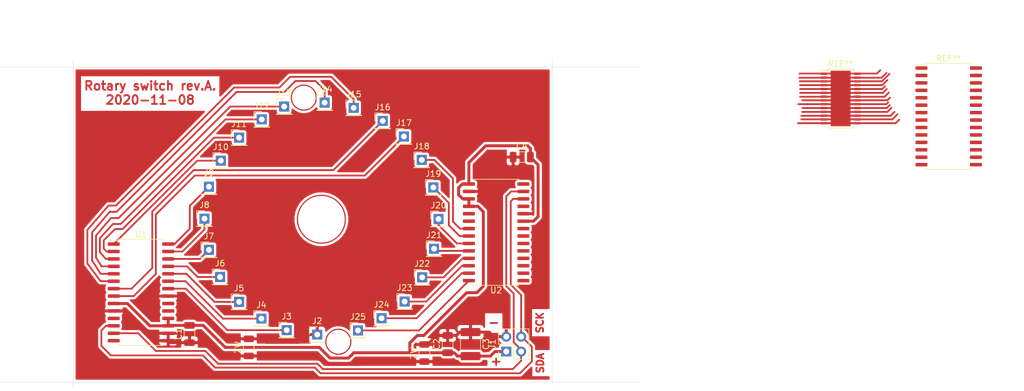
<source format=kicad_pcb>
(kicad_pcb (version 20171130) (host pcbnew "(5.1.7)-1")

  (general
    (thickness 1.6)
    (drawings 23)
    (tracks 258)
    (zones 0)
    (modules 35)
    (nets 28)
  )

  (page A4)
  (layers
    (0 F.Cu signal)
    (31 B.Cu signal)
    (32 B.Adhes user)
    (33 F.Adhes user)
    (34 B.Paste user)
    (35 F.Paste user)
    (36 B.SilkS user)
    (37 F.SilkS user)
    (38 B.Mask user)
    (39 F.Mask user)
    (40 Dwgs.User user)
    (41 Cmts.User user)
    (42 Eco1.User user)
    (43 Eco2.User user)
    (44 Edge.Cuts user)
    (45 Margin user)
    (46 B.CrtYd user)
    (47 F.CrtYd user)
    (48 B.Fab user)
    (49 F.Fab user)
  )

  (setup
    (last_trace_width 0.3)
    (user_trace_width 0.5)
    (trace_clearance 0.25)
    (zone_clearance 0.4)
    (zone_45_only yes)
    (trace_min 0.2)
    (via_size 0.8)
    (via_drill 0.4)
    (via_min_size 0.4)
    (via_min_drill 0.3)
    (uvia_size 0.3)
    (uvia_drill 0.1)
    (uvias_allowed no)
    (uvia_min_size 0.2)
    (uvia_min_drill 0.1)
    (edge_width 0.05)
    (segment_width 0.2)
    (pcb_text_width 0.3)
    (pcb_text_size 1.5 1.5)
    (mod_edge_width 0.12)
    (mod_text_size 1 1)
    (mod_text_width 0.15)
    (pad_size 1.125 1.75)
    (pad_drill 0)
    (pad_to_mask_clearance 0)
    (aux_axis_origin 0 0)
    (visible_elements 7FFFFFFF)
    (pcbplotparams
      (layerselection 0x010fc_ffffffff)
      (usegerberextensions false)
      (usegerberattributes true)
      (usegerberadvancedattributes true)
      (creategerberjobfile true)
      (excludeedgelayer true)
      (linewidth 0.100000)
      (plotframeref false)
      (viasonmask false)
      (mode 1)
      (useauxorigin false)
      (hpglpennumber 1)
      (hpglpenspeed 20)
      (hpglpendiameter 15.000000)
      (psnegative false)
      (psa4output false)
      (plotreference true)
      (plotvalue true)
      (plotinvisibletext false)
      (padsonsilk false)
      (subtractmaskfromsilk false)
      (outputformat 1)
      (mirror false)
      (drillshape 1)
      (scaleselection 1)
      (outputdirectory ""))
  )

  (net 0 "")
  (net 1 +5V)
  (net 2 GND)
  (net 3 /SDA)
  (net 4 /SCK)
  (net 5 /R_02)
  (net 6 /R_03)
  (net 7 /R_04)
  (net 8 /R_05)
  (net 9 /R_06)
  (net 10 /R_07)
  (net 11 /R_08)
  (net 12 /R_09)
  (net 13 /R_10)
  (net 14 /R_11)
  (net 15 /R_12)
  (net 16 /R_13)
  (net 17 /R_14)
  (net 18 /R_15)
  (net 19 /R_16)
  (net 20 /R_17)
  (net 21 /R_18)
  (net 22 /R_19)
  (net 23 /R_20)
  (net 24 /R_21)
  (net 25 /R_22)
  (net 26 /R_23)
  (net 27 /R_24)

  (net_class Default "This is the default net class."
    (clearance 0.25)
    (trace_width 0.3)
    (via_dia 0.8)
    (via_drill 0.4)
    (uvia_dia 0.3)
    (uvia_drill 0.1)
    (add_net +5V)
    (add_net /R_02)
    (add_net /R_03)
    (add_net /R_04)
    (add_net /R_05)
    (add_net /R_06)
    (add_net /R_07)
    (add_net /R_08)
    (add_net /R_09)
    (add_net /R_10)
    (add_net /R_11)
    (add_net /R_12)
    (add_net /R_13)
    (add_net /R_14)
    (add_net /R_15)
    (add_net /R_16)
    (add_net /R_17)
    (add_net /R_18)
    (add_net /R_19)
    (add_net /R_20)
    (add_net /R_21)
    (add_net /R_22)
    (add_net /R_23)
    (add_net /R_24)
    (add_net /SCK)
    (add_net /SDA)
    (add_net GND)
  )

  (module Resistor_SMD:R_1206_3216Metric (layer F.Cu) (tedit 5FAC2587) (tstamp 5FACE80E)
    (at 131.318 93.1164 90)
    (descr "Resistor SMD 1206 (3216 Metric), square (rectangular) end terminal, IPC_7351 nominal, (Body size source: IPC-SM-782 page 72, https://www.pcb-3d.com/wordpress/wp-content/uploads/ipc-sm-782a_amendment_1_and_2.pdf), generated with kicad-footprint-generator")
    (tags resistor)
    (attr smd)
    (fp_text reference ZW (at 0 -1.82 90) (layer F.SilkS)
      (effects (font (size 1 1) (thickness 0.15)))
    )
    (fp_text value R_1206_3216Metric (at 0 1.82 90) (layer F.Fab)
      (effects (font (size 1 1) (thickness 0.15)))
    )
    (fp_line (start -1.6 0.8) (end -1.6 -0.8) (layer F.Fab) (width 0.1))
    (fp_line (start -1.6 -0.8) (end 1.6 -0.8) (layer F.Fab) (width 0.1))
    (fp_line (start 1.6 -0.8) (end 1.6 0.8) (layer F.Fab) (width 0.1))
    (fp_line (start 1.6 0.8) (end -1.6 0.8) (layer F.Fab) (width 0.1))
    (fp_line (start -0.727064 -0.91) (end 0.727064 -0.91) (layer F.SilkS) (width 0.12))
    (fp_line (start -0.727064 0.91) (end 0.727064 0.91) (layer F.SilkS) (width 0.12))
    (fp_line (start -2.28 1.12) (end -2.28 -1.12) (layer F.CrtYd) (width 0.05))
    (fp_line (start -2.28 -1.12) (end 2.28 -1.12) (layer F.CrtYd) (width 0.05))
    (fp_line (start 2.28 -1.12) (end 2.28 1.12) (layer F.CrtYd) (width 0.05))
    (fp_line (start 2.28 1.12) (end -2.28 1.12) (layer F.CrtYd) (width 0.05))
    (fp_text user %R (at 0 0 90) (layer F.Fab)
      (effects (font (size 0.8 0.8) (thickness 0.12)))
    )
    (pad 1 smd roundrect (at -1.4625 0 90) (size 1.125 1.75) (layers F.Cu F.Paste F.Mask) (roundrect_rratio 0.222)
      (net 2 GND))
    (pad 2 smd roundrect (at 1.4625 0 90) (size 1.125 1.75) (layers F.Cu F.Paste F.Mask) (roundrect_rratio 0.222)
      (net 2 GND))
    (model ${KISYS3DMOD}/Resistor_SMD.3dshapes/R_1206_3216Metric.wrl
      (at (xyz 0 0 0))
      (scale (xyz 1 1 1))
      (rotate (xyz 0 0 0))
    )
  )

  (module Connector_PinHeader_2.54mm:PinHeader_2x02_P2.54mm_Vertical (layer F.Cu) (tedit 59FED5CC) (tstamp 5FA83B7C)
    (at 175.26 93.8276 90)
    (descr "Through hole straight pin header, 2x02, 2.54mm pitch, double rows")
    (tags "Through hole pin header THT 2x02 2.54mm double row")
    (path /5FA80D95)
    (fp_text reference J1 (at 1.27 -2.33 90) (layer F.SilkS)
      (effects (font (size 1 1) (thickness 0.15)))
    )
    (fp_text value CONN (at 1.27 4.87 90) (layer F.Fab)
      (effects (font (size 1 1) (thickness 0.15)))
    )
    (fp_line (start 4.35 -1.8) (end -1.8 -1.8) (layer F.CrtYd) (width 0.05))
    (fp_line (start 4.35 4.35) (end 4.35 -1.8) (layer F.CrtYd) (width 0.05))
    (fp_line (start -1.8 4.35) (end 4.35 4.35) (layer F.CrtYd) (width 0.05))
    (fp_line (start -1.8 -1.8) (end -1.8 4.35) (layer F.CrtYd) (width 0.05))
    (fp_line (start -1.33 -1.33) (end 0 -1.33) (layer F.SilkS) (width 0.12))
    (fp_line (start -1.33 0) (end -1.33 -1.33) (layer F.SilkS) (width 0.12))
    (fp_line (start 1.27 -1.33) (end 3.87 -1.33) (layer F.SilkS) (width 0.12))
    (fp_line (start 1.27 1.27) (end 1.27 -1.33) (layer F.SilkS) (width 0.12))
    (fp_line (start -1.33 1.27) (end 1.27 1.27) (layer F.SilkS) (width 0.12))
    (fp_line (start 3.87 -1.33) (end 3.87 3.87) (layer F.SilkS) (width 0.12))
    (fp_line (start -1.33 1.27) (end -1.33 3.87) (layer F.SilkS) (width 0.12))
    (fp_line (start -1.33 3.87) (end 3.87 3.87) (layer F.SilkS) (width 0.12))
    (fp_line (start -1.27 0) (end 0 -1.27) (layer F.Fab) (width 0.1))
    (fp_line (start -1.27 3.81) (end -1.27 0) (layer F.Fab) (width 0.1))
    (fp_line (start 3.81 3.81) (end -1.27 3.81) (layer F.Fab) (width 0.1))
    (fp_line (start 3.81 -1.27) (end 3.81 3.81) (layer F.Fab) (width 0.1))
    (fp_line (start 0 -1.27) (end 3.81 -1.27) (layer F.Fab) (width 0.1))
    (fp_text user %R (at 1.27 1.27 180) (layer F.Fab)
      (effects (font (size 1 1) (thickness 0.15)))
    )
    (pad 1 thru_hole rect (at 0 0 90) (size 1.7 1.7) (drill 1) (layers *.Cu *.Mask)
      (net 1 +5V))
    (pad 2 thru_hole oval (at 2.54 0 90) (size 1.7 1.7) (drill 1) (layers *.Cu *.Mask)
      (net 2 GND))
    (pad 3 thru_hole oval (at 0 2.54 90) (size 1.7 1.7) (drill 1) (layers *.Cu *.Mask)
      (net 3 /SDA))
    (pad 4 thru_hole oval (at 2.54 2.54 90) (size 1.7 1.7) (drill 1) (layers *.Cu *.Mask)
      (net 4 /SCK))
    (model ${KISYS3DMOD}/Connector_PinHeader_2.54mm.3dshapes/PinHeader_2x02_P2.54mm_Vertical.wrl
      (at (xyz 0 0 0))
      (scale (xyz 1 1 1))
      (rotate (xyz 0 0 0))
    )
  )

  (module Connector_PinHeader_2.54mm:PinHeader_1x01_P2.54mm_Vertical (layer F.Cu) (tedit 59FED5CC) (tstamp 5FA83B91)
    (at 143.002 90.932)
    (descr "Through hole straight pin header, 1x01, 2.54mm pitch, single row")
    (tags "Through hole pin header THT 1x01 2.54mm single row")
    (path /5FA87AA1)
    (fp_text reference J2 (at 0 -2.33) (layer F.SilkS)
      (effects (font (size 1 1) (thickness 0.15)))
    )
    (fp_text value Conn_01x01 (at 0 2.33) (layer F.Fab)
      (effects (font (size 1 1) (thickness 0.15)))
    )
    (fp_line (start -0.635 -1.27) (end 1.27 -1.27) (layer F.Fab) (width 0.1))
    (fp_line (start 1.27 -1.27) (end 1.27 1.27) (layer F.Fab) (width 0.1))
    (fp_line (start 1.27 1.27) (end -1.27 1.27) (layer F.Fab) (width 0.1))
    (fp_line (start -1.27 1.27) (end -1.27 -0.635) (layer F.Fab) (width 0.1))
    (fp_line (start -1.27 -0.635) (end -0.635 -1.27) (layer F.Fab) (width 0.1))
    (fp_line (start -1.33 1.33) (end 1.33 1.33) (layer F.SilkS) (width 0.12))
    (fp_line (start -1.33 1.27) (end -1.33 1.33) (layer F.SilkS) (width 0.12))
    (fp_line (start 1.33 1.27) (end 1.33 1.33) (layer F.SilkS) (width 0.12))
    (fp_line (start -1.33 1.27) (end 1.33 1.27) (layer F.SilkS) (width 0.12))
    (fp_line (start -1.33 0) (end -1.33 -1.33) (layer F.SilkS) (width 0.12))
    (fp_line (start -1.33 -1.33) (end 0 -1.33) (layer F.SilkS) (width 0.12))
    (fp_line (start -1.8 -1.8) (end -1.8 1.8) (layer F.CrtYd) (width 0.05))
    (fp_line (start -1.8 1.8) (end 1.8 1.8) (layer F.CrtYd) (width 0.05))
    (fp_line (start 1.8 1.8) (end 1.8 -1.8) (layer F.CrtYd) (width 0.05))
    (fp_line (start 1.8 -1.8) (end -1.8 -1.8) (layer F.CrtYd) (width 0.05))
    (fp_text user %R (at 0 0 90) (layer F.Fab)
      (effects (font (size 1 1) (thickness 0.15)))
    )
    (pad 1 thru_hole rect (at 0 0) (size 1.7 1.7) (drill 1) (layers *.Cu *.Mask)
      (net 2 GND))
    (model ${KISYS3DMOD}/Connector_PinHeader_2.54mm.3dshapes/PinHeader_1x01_P2.54mm_Vertical.wrl
      (at (xyz 0 0 0))
      (scale (xyz 1 1 1))
      (rotate (xyz 0 0 0))
    )
  )

  (module Connector_PinHeader_2.54mm:PinHeader_1x01_P2.54mm_Vertical (layer F.Cu) (tedit 59FED5CC) (tstamp 5FA83BA6)
    (at 137.795 90.17)
    (descr "Through hole straight pin header, 1x01, 2.54mm pitch, single row")
    (tags "Through hole pin header THT 1x01 2.54mm single row")
    (path /5FA89CA4)
    (fp_text reference J3 (at 0 -2.33) (layer F.SilkS)
      (effects (font (size 1 1) (thickness 0.15)))
    )
    (fp_text value Conn_01x01 (at 0 2.33) (layer F.Fab)
      (effects (font (size 1 1) (thickness 0.15)))
    )
    (fp_line (start 1.8 -1.8) (end -1.8 -1.8) (layer F.CrtYd) (width 0.05))
    (fp_line (start 1.8 1.8) (end 1.8 -1.8) (layer F.CrtYd) (width 0.05))
    (fp_line (start -1.8 1.8) (end 1.8 1.8) (layer F.CrtYd) (width 0.05))
    (fp_line (start -1.8 -1.8) (end -1.8 1.8) (layer F.CrtYd) (width 0.05))
    (fp_line (start -1.33 -1.33) (end 0 -1.33) (layer F.SilkS) (width 0.12))
    (fp_line (start -1.33 0) (end -1.33 -1.33) (layer F.SilkS) (width 0.12))
    (fp_line (start -1.33 1.27) (end 1.33 1.27) (layer F.SilkS) (width 0.12))
    (fp_line (start 1.33 1.27) (end 1.33 1.33) (layer F.SilkS) (width 0.12))
    (fp_line (start -1.33 1.27) (end -1.33 1.33) (layer F.SilkS) (width 0.12))
    (fp_line (start -1.33 1.33) (end 1.33 1.33) (layer F.SilkS) (width 0.12))
    (fp_line (start -1.27 -0.635) (end -0.635 -1.27) (layer F.Fab) (width 0.1))
    (fp_line (start -1.27 1.27) (end -1.27 -0.635) (layer F.Fab) (width 0.1))
    (fp_line (start 1.27 1.27) (end -1.27 1.27) (layer F.Fab) (width 0.1))
    (fp_line (start 1.27 -1.27) (end 1.27 1.27) (layer F.Fab) (width 0.1))
    (fp_line (start -0.635 -1.27) (end 1.27 -1.27) (layer F.Fab) (width 0.1))
    (fp_text user %R (at 0 0 90) (layer F.Fab)
      (effects (font (size 1 1) (thickness 0.15)))
    )
    (pad 1 thru_hole rect (at 0 0) (size 1.7 1.7) (drill 1) (layers *.Cu *.Mask)
      (net 5 /R_02))
    (model ${KISYS3DMOD}/Connector_PinHeader_2.54mm.3dshapes/PinHeader_1x01_P2.54mm_Vertical.wrl
      (at (xyz 0 0 0))
      (scale (xyz 1 1 1))
      (rotate (xyz 0 0 0))
    )
  )

  (module Connector_PinHeader_2.54mm:PinHeader_1x01_P2.54mm_Vertical (layer F.Cu) (tedit 59FED5CC) (tstamp 5FA83BBB)
    (at 133.477 88.2015)
    (descr "Through hole straight pin header, 1x01, 2.54mm pitch, single row")
    (tags "Through hole pin header THT 1x01 2.54mm single row")
    (path /5FA89E23)
    (fp_text reference J4 (at 0 -2.33) (layer F.SilkS)
      (effects (font (size 1 1) (thickness 0.15)))
    )
    (fp_text value Conn_01x01 (at 0 2.33) (layer F.Fab)
      (effects (font (size 1 1) (thickness 0.15)))
    )
    (fp_line (start -0.635 -1.27) (end 1.27 -1.27) (layer F.Fab) (width 0.1))
    (fp_line (start 1.27 -1.27) (end 1.27 1.27) (layer F.Fab) (width 0.1))
    (fp_line (start 1.27 1.27) (end -1.27 1.27) (layer F.Fab) (width 0.1))
    (fp_line (start -1.27 1.27) (end -1.27 -0.635) (layer F.Fab) (width 0.1))
    (fp_line (start -1.27 -0.635) (end -0.635 -1.27) (layer F.Fab) (width 0.1))
    (fp_line (start -1.33 1.33) (end 1.33 1.33) (layer F.SilkS) (width 0.12))
    (fp_line (start -1.33 1.27) (end -1.33 1.33) (layer F.SilkS) (width 0.12))
    (fp_line (start 1.33 1.27) (end 1.33 1.33) (layer F.SilkS) (width 0.12))
    (fp_line (start -1.33 1.27) (end 1.33 1.27) (layer F.SilkS) (width 0.12))
    (fp_line (start -1.33 0) (end -1.33 -1.33) (layer F.SilkS) (width 0.12))
    (fp_line (start -1.33 -1.33) (end 0 -1.33) (layer F.SilkS) (width 0.12))
    (fp_line (start -1.8 -1.8) (end -1.8 1.8) (layer F.CrtYd) (width 0.05))
    (fp_line (start -1.8 1.8) (end 1.8 1.8) (layer F.CrtYd) (width 0.05))
    (fp_line (start 1.8 1.8) (end 1.8 -1.8) (layer F.CrtYd) (width 0.05))
    (fp_line (start 1.8 -1.8) (end -1.8 -1.8) (layer F.CrtYd) (width 0.05))
    (fp_text user %R (at 0 0 90) (layer F.Fab)
      (effects (font (size 1 1) (thickness 0.15)))
    )
    (pad 1 thru_hole rect (at 0 0) (size 1.7 1.7) (drill 1) (layers *.Cu *.Mask)
      (net 6 /R_03))
    (model ${KISYS3DMOD}/Connector_PinHeader_2.54mm.3dshapes/PinHeader_1x01_P2.54mm_Vertical.wrl
      (at (xyz 0 0 0))
      (scale (xyz 1 1 1))
      (rotate (xyz 0 0 0))
    )
  )

  (module Connector_PinHeader_2.54mm:PinHeader_1x01_P2.54mm_Vertical (layer F.Cu) (tedit 59FED5CC) (tstamp 5FA83BD0)
    (at 129.667 85.344)
    (descr "Through hole straight pin header, 1x01, 2.54mm pitch, single row")
    (tags "Through hole pin header THT 1x01 2.54mm single row")
    (path /5FA89F87)
    (fp_text reference J5 (at 0 -2.33) (layer F.SilkS)
      (effects (font (size 1 1) (thickness 0.15)))
    )
    (fp_text value Conn_01x01 (at 0 2.33) (layer F.Fab)
      (effects (font (size 1 1) (thickness 0.15)))
    )
    (fp_line (start 1.8 -1.8) (end -1.8 -1.8) (layer F.CrtYd) (width 0.05))
    (fp_line (start 1.8 1.8) (end 1.8 -1.8) (layer F.CrtYd) (width 0.05))
    (fp_line (start -1.8 1.8) (end 1.8 1.8) (layer F.CrtYd) (width 0.05))
    (fp_line (start -1.8 -1.8) (end -1.8 1.8) (layer F.CrtYd) (width 0.05))
    (fp_line (start -1.33 -1.33) (end 0 -1.33) (layer F.SilkS) (width 0.12))
    (fp_line (start -1.33 0) (end -1.33 -1.33) (layer F.SilkS) (width 0.12))
    (fp_line (start -1.33 1.27) (end 1.33 1.27) (layer F.SilkS) (width 0.12))
    (fp_line (start 1.33 1.27) (end 1.33 1.33) (layer F.SilkS) (width 0.12))
    (fp_line (start -1.33 1.27) (end -1.33 1.33) (layer F.SilkS) (width 0.12))
    (fp_line (start -1.33 1.33) (end 1.33 1.33) (layer F.SilkS) (width 0.12))
    (fp_line (start -1.27 -0.635) (end -0.635 -1.27) (layer F.Fab) (width 0.1))
    (fp_line (start -1.27 1.27) (end -1.27 -0.635) (layer F.Fab) (width 0.1))
    (fp_line (start 1.27 1.27) (end -1.27 1.27) (layer F.Fab) (width 0.1))
    (fp_line (start 1.27 -1.27) (end 1.27 1.27) (layer F.Fab) (width 0.1))
    (fp_line (start -0.635 -1.27) (end 1.27 -1.27) (layer F.Fab) (width 0.1))
    (fp_text user %R (at 0 0 90) (layer F.Fab)
      (effects (font (size 1 1) (thickness 0.15)))
    )
    (pad 1 thru_hole rect (at 0 0) (size 1.7 1.7) (drill 1) (layers *.Cu *.Mask)
      (net 7 /R_04))
    (model ${KISYS3DMOD}/Connector_PinHeader_2.54mm.3dshapes/PinHeader_1x01_P2.54mm_Vertical.wrl
      (at (xyz 0 0 0))
      (scale (xyz 1 1 1))
      (rotate (xyz 0 0 0))
    )
  )

  (module Connector_PinHeader_2.54mm:PinHeader_1x01_P2.54mm_Vertical (layer F.Cu) (tedit 59FED5CC) (tstamp 5FA83BE5)
    (at 126.4285 81.0895)
    (descr "Through hole straight pin header, 1x01, 2.54mm pitch, single row")
    (tags "Through hole pin header THT 1x01 2.54mm single row")
    (path /5FA8A91F)
    (fp_text reference J6 (at 0 -2.33) (layer F.SilkS)
      (effects (font (size 1 1) (thickness 0.15)))
    )
    (fp_text value Conn_01x01 (at 0 2.33) (layer F.Fab)
      (effects (font (size 1 1) (thickness 0.15)))
    )
    (fp_line (start -0.635 -1.27) (end 1.27 -1.27) (layer F.Fab) (width 0.1))
    (fp_line (start 1.27 -1.27) (end 1.27 1.27) (layer F.Fab) (width 0.1))
    (fp_line (start 1.27 1.27) (end -1.27 1.27) (layer F.Fab) (width 0.1))
    (fp_line (start -1.27 1.27) (end -1.27 -0.635) (layer F.Fab) (width 0.1))
    (fp_line (start -1.27 -0.635) (end -0.635 -1.27) (layer F.Fab) (width 0.1))
    (fp_line (start -1.33 1.33) (end 1.33 1.33) (layer F.SilkS) (width 0.12))
    (fp_line (start -1.33 1.27) (end -1.33 1.33) (layer F.SilkS) (width 0.12))
    (fp_line (start 1.33 1.27) (end 1.33 1.33) (layer F.SilkS) (width 0.12))
    (fp_line (start -1.33 1.27) (end 1.33 1.27) (layer F.SilkS) (width 0.12))
    (fp_line (start -1.33 0) (end -1.33 -1.33) (layer F.SilkS) (width 0.12))
    (fp_line (start -1.33 -1.33) (end 0 -1.33) (layer F.SilkS) (width 0.12))
    (fp_line (start -1.8 -1.8) (end -1.8 1.8) (layer F.CrtYd) (width 0.05))
    (fp_line (start -1.8 1.8) (end 1.8 1.8) (layer F.CrtYd) (width 0.05))
    (fp_line (start 1.8 1.8) (end 1.8 -1.8) (layer F.CrtYd) (width 0.05))
    (fp_line (start 1.8 -1.8) (end -1.8 -1.8) (layer F.CrtYd) (width 0.05))
    (fp_text user %R (at 0 0 90) (layer F.Fab)
      (effects (font (size 1 1) (thickness 0.15)))
    )
    (pad 1 thru_hole rect (at 0 0) (size 1.7 1.7) (drill 1) (layers *.Cu *.Mask)
      (net 8 /R_05))
    (model ${KISYS3DMOD}/Connector_PinHeader_2.54mm.3dshapes/PinHeader_1x01_P2.54mm_Vertical.wrl
      (at (xyz 0 0 0))
      (scale (xyz 1 1 1))
      (rotate (xyz 0 0 0))
    )
  )

  (module Connector_PinHeader_2.54mm:PinHeader_1x01_P2.54mm_Vertical (layer F.Cu) (tedit 59FED5CC) (tstamp 5FA83BFA)
    (at 124.5235 76.454)
    (descr "Through hole straight pin header, 1x01, 2.54mm pitch, single row")
    (tags "Through hole pin header THT 1x01 2.54mm single row")
    (path /5FA8AAA3)
    (fp_text reference J7 (at 0 -2.33) (layer F.SilkS)
      (effects (font (size 1 1) (thickness 0.15)))
    )
    (fp_text value Conn_01x01 (at 0 2.33) (layer F.Fab)
      (effects (font (size 1 1) (thickness 0.15)))
    )
    (fp_line (start 1.8 -1.8) (end -1.8 -1.8) (layer F.CrtYd) (width 0.05))
    (fp_line (start 1.8 1.8) (end 1.8 -1.8) (layer F.CrtYd) (width 0.05))
    (fp_line (start -1.8 1.8) (end 1.8 1.8) (layer F.CrtYd) (width 0.05))
    (fp_line (start -1.8 -1.8) (end -1.8 1.8) (layer F.CrtYd) (width 0.05))
    (fp_line (start -1.33 -1.33) (end 0 -1.33) (layer F.SilkS) (width 0.12))
    (fp_line (start -1.33 0) (end -1.33 -1.33) (layer F.SilkS) (width 0.12))
    (fp_line (start -1.33 1.27) (end 1.33 1.27) (layer F.SilkS) (width 0.12))
    (fp_line (start 1.33 1.27) (end 1.33 1.33) (layer F.SilkS) (width 0.12))
    (fp_line (start -1.33 1.27) (end -1.33 1.33) (layer F.SilkS) (width 0.12))
    (fp_line (start -1.33 1.33) (end 1.33 1.33) (layer F.SilkS) (width 0.12))
    (fp_line (start -1.27 -0.635) (end -0.635 -1.27) (layer F.Fab) (width 0.1))
    (fp_line (start -1.27 1.27) (end -1.27 -0.635) (layer F.Fab) (width 0.1))
    (fp_line (start 1.27 1.27) (end -1.27 1.27) (layer F.Fab) (width 0.1))
    (fp_line (start 1.27 -1.27) (end 1.27 1.27) (layer F.Fab) (width 0.1))
    (fp_line (start -0.635 -1.27) (end 1.27 -1.27) (layer F.Fab) (width 0.1))
    (fp_text user %R (at 0 0 90) (layer F.Fab)
      (effects (font (size 1 1) (thickness 0.15)))
    )
    (pad 1 thru_hole rect (at 0 0) (size 1.7 1.7) (drill 1) (layers *.Cu *.Mask)
      (net 9 /R_06))
    (model ${KISYS3DMOD}/Connector_PinHeader_2.54mm.3dshapes/PinHeader_1x01_P2.54mm_Vertical.wrl
      (at (xyz 0 0 0))
      (scale (xyz 1 1 1))
      (rotate (xyz 0 0 0))
    )
  )

  (module Connector_PinHeader_2.54mm:PinHeader_1x01_P2.54mm_Vertical (layer F.Cu) (tedit 59FED5CC) (tstamp 5FA83C0F)
    (at 123.7615 71.12)
    (descr "Through hole straight pin header, 1x01, 2.54mm pitch, single row")
    (tags "Through hole pin header THT 1x01 2.54mm single row")
    (path /5FA8AAAF)
    (fp_text reference J8 (at 0 -2.33) (layer F.SilkS)
      (effects (font (size 1 1) (thickness 0.15)))
    )
    (fp_text value Conn_01x01 (at 0 2.33) (layer F.Fab)
      (effects (font (size 1 1) (thickness 0.15)))
    )
    (fp_line (start -0.635 -1.27) (end 1.27 -1.27) (layer F.Fab) (width 0.1))
    (fp_line (start 1.27 -1.27) (end 1.27 1.27) (layer F.Fab) (width 0.1))
    (fp_line (start 1.27 1.27) (end -1.27 1.27) (layer F.Fab) (width 0.1))
    (fp_line (start -1.27 1.27) (end -1.27 -0.635) (layer F.Fab) (width 0.1))
    (fp_line (start -1.27 -0.635) (end -0.635 -1.27) (layer F.Fab) (width 0.1))
    (fp_line (start -1.33 1.33) (end 1.33 1.33) (layer F.SilkS) (width 0.12))
    (fp_line (start -1.33 1.27) (end -1.33 1.33) (layer F.SilkS) (width 0.12))
    (fp_line (start 1.33 1.27) (end 1.33 1.33) (layer F.SilkS) (width 0.12))
    (fp_line (start -1.33 1.27) (end 1.33 1.27) (layer F.SilkS) (width 0.12))
    (fp_line (start -1.33 0) (end -1.33 -1.33) (layer F.SilkS) (width 0.12))
    (fp_line (start -1.33 -1.33) (end 0 -1.33) (layer F.SilkS) (width 0.12))
    (fp_line (start -1.8 -1.8) (end -1.8 1.8) (layer F.CrtYd) (width 0.05))
    (fp_line (start -1.8 1.8) (end 1.8 1.8) (layer F.CrtYd) (width 0.05))
    (fp_line (start 1.8 1.8) (end 1.8 -1.8) (layer F.CrtYd) (width 0.05))
    (fp_line (start 1.8 -1.8) (end -1.8 -1.8) (layer F.CrtYd) (width 0.05))
    (fp_text user %R (at 0 0 90) (layer F.Fab)
      (effects (font (size 1 1) (thickness 0.15)))
    )
    (pad 1 thru_hole rect (at 0 0) (size 1.7 1.7) (drill 1) (layers *.Cu *.Mask)
      (net 10 /R_07))
    (model ${KISYS3DMOD}/Connector_PinHeader_2.54mm.3dshapes/PinHeader_1x01_P2.54mm_Vertical.wrl
      (at (xyz 0 0 0))
      (scale (xyz 1 1 1))
      (rotate (xyz 0 0 0))
    )
  )

  (module Connector_PinHeader_2.54mm:PinHeader_1x01_P2.54mm_Vertical (layer F.Cu) (tedit 59FED5CC) (tstamp 5FA83C24)
    (at 124.5235 65.659)
    (descr "Through hole straight pin header, 1x01, 2.54mm pitch, single row")
    (tags "Through hole pin header THT 1x01 2.54mm single row")
    (path /5FA8AABB)
    (fp_text reference J9 (at 0 -2.33) (layer F.SilkS)
      (effects (font (size 1 1) (thickness 0.15)))
    )
    (fp_text value Conn_01x01 (at 0 2.33) (layer F.Fab)
      (effects (font (size 1 1) (thickness 0.15)))
    )
    (fp_line (start 1.8 -1.8) (end -1.8 -1.8) (layer F.CrtYd) (width 0.05))
    (fp_line (start 1.8 1.8) (end 1.8 -1.8) (layer F.CrtYd) (width 0.05))
    (fp_line (start -1.8 1.8) (end 1.8 1.8) (layer F.CrtYd) (width 0.05))
    (fp_line (start -1.8 -1.8) (end -1.8 1.8) (layer F.CrtYd) (width 0.05))
    (fp_line (start -1.33 -1.33) (end 0 -1.33) (layer F.SilkS) (width 0.12))
    (fp_line (start -1.33 0) (end -1.33 -1.33) (layer F.SilkS) (width 0.12))
    (fp_line (start -1.33 1.27) (end 1.33 1.27) (layer F.SilkS) (width 0.12))
    (fp_line (start 1.33 1.27) (end 1.33 1.33) (layer F.SilkS) (width 0.12))
    (fp_line (start -1.33 1.27) (end -1.33 1.33) (layer F.SilkS) (width 0.12))
    (fp_line (start -1.33 1.33) (end 1.33 1.33) (layer F.SilkS) (width 0.12))
    (fp_line (start -1.27 -0.635) (end -0.635 -1.27) (layer F.Fab) (width 0.1))
    (fp_line (start -1.27 1.27) (end -1.27 -0.635) (layer F.Fab) (width 0.1))
    (fp_line (start 1.27 1.27) (end -1.27 1.27) (layer F.Fab) (width 0.1))
    (fp_line (start 1.27 -1.27) (end 1.27 1.27) (layer F.Fab) (width 0.1))
    (fp_line (start -0.635 -1.27) (end 1.27 -1.27) (layer F.Fab) (width 0.1))
    (fp_text user %R (at 0 0 90) (layer F.Fab)
      (effects (font (size 1 1) (thickness 0.15)))
    )
    (pad 1 thru_hole rect (at 0 0) (size 1.7 1.7) (drill 1) (layers *.Cu *.Mask)
      (net 11 /R_08))
    (model ${KISYS3DMOD}/Connector_PinHeader_2.54mm.3dshapes/PinHeader_1x01_P2.54mm_Vertical.wrl
      (at (xyz 0 0 0))
      (scale (xyz 1 1 1))
      (rotate (xyz 0 0 0))
    )
  )

  (module Connector_PinHeader_2.54mm:PinHeader_1x01_P2.54mm_Vertical (layer F.Cu) (tedit 59FED5CC) (tstamp 5FA83C39)
    (at 126.5555 61.214)
    (descr "Through hole straight pin header, 1x01, 2.54mm pitch, single row")
    (tags "Through hole pin header THT 1x01 2.54mm single row")
    (path /5FA8BBFB)
    (fp_text reference J10 (at 0 -2.33) (layer F.SilkS)
      (effects (font (size 1 1) (thickness 0.15)))
    )
    (fp_text value Conn_01x01 (at 0 2.33) (layer F.Fab)
      (effects (font (size 1 1) (thickness 0.15)))
    )
    (fp_line (start -0.635 -1.27) (end 1.27 -1.27) (layer F.Fab) (width 0.1))
    (fp_line (start 1.27 -1.27) (end 1.27 1.27) (layer F.Fab) (width 0.1))
    (fp_line (start 1.27 1.27) (end -1.27 1.27) (layer F.Fab) (width 0.1))
    (fp_line (start -1.27 1.27) (end -1.27 -0.635) (layer F.Fab) (width 0.1))
    (fp_line (start -1.27 -0.635) (end -0.635 -1.27) (layer F.Fab) (width 0.1))
    (fp_line (start -1.33 1.33) (end 1.33 1.33) (layer F.SilkS) (width 0.12))
    (fp_line (start -1.33 1.27) (end -1.33 1.33) (layer F.SilkS) (width 0.12))
    (fp_line (start 1.33 1.27) (end 1.33 1.33) (layer F.SilkS) (width 0.12))
    (fp_line (start -1.33 1.27) (end 1.33 1.27) (layer F.SilkS) (width 0.12))
    (fp_line (start -1.33 0) (end -1.33 -1.33) (layer F.SilkS) (width 0.12))
    (fp_line (start -1.33 -1.33) (end 0 -1.33) (layer F.SilkS) (width 0.12))
    (fp_line (start -1.8 -1.8) (end -1.8 1.8) (layer F.CrtYd) (width 0.05))
    (fp_line (start -1.8 1.8) (end 1.8 1.8) (layer F.CrtYd) (width 0.05))
    (fp_line (start 1.8 1.8) (end 1.8 -1.8) (layer F.CrtYd) (width 0.05))
    (fp_line (start 1.8 -1.8) (end -1.8 -1.8) (layer F.CrtYd) (width 0.05))
    (fp_text user %R (at 0 0 90) (layer F.Fab)
      (effects (font (size 1 1) (thickness 0.15)))
    )
    (pad 1 thru_hole rect (at 0 0) (size 1.7 1.7) (drill 1) (layers *.Cu *.Mask)
      (net 12 /R_09))
    (model ${KISYS3DMOD}/Connector_PinHeader_2.54mm.3dshapes/PinHeader_1x01_P2.54mm_Vertical.wrl
      (at (xyz 0 0 0))
      (scale (xyz 1 1 1))
      (rotate (xyz 0 0 0))
    )
  )

  (module Connector_PinHeader_2.54mm:PinHeader_1x01_P2.54mm_Vertical (layer F.Cu) (tedit 59FED5CC) (tstamp 5FA83C4E)
    (at 129.667 57.277)
    (descr "Through hole straight pin header, 1x01, 2.54mm pitch, single row")
    (tags "Through hole pin header THT 1x01 2.54mm single row")
    (path /5FA8BDBF)
    (fp_text reference J11 (at 0 -2.33) (layer F.SilkS)
      (effects (font (size 1 1) (thickness 0.15)))
    )
    (fp_text value Conn_01x01 (at 0 2.33) (layer F.Fab)
      (effects (font (size 1 1) (thickness 0.15)))
    )
    (fp_line (start 1.8 -1.8) (end -1.8 -1.8) (layer F.CrtYd) (width 0.05))
    (fp_line (start 1.8 1.8) (end 1.8 -1.8) (layer F.CrtYd) (width 0.05))
    (fp_line (start -1.8 1.8) (end 1.8 1.8) (layer F.CrtYd) (width 0.05))
    (fp_line (start -1.8 -1.8) (end -1.8 1.8) (layer F.CrtYd) (width 0.05))
    (fp_line (start -1.33 -1.33) (end 0 -1.33) (layer F.SilkS) (width 0.12))
    (fp_line (start -1.33 0) (end -1.33 -1.33) (layer F.SilkS) (width 0.12))
    (fp_line (start -1.33 1.27) (end 1.33 1.27) (layer F.SilkS) (width 0.12))
    (fp_line (start 1.33 1.27) (end 1.33 1.33) (layer F.SilkS) (width 0.12))
    (fp_line (start -1.33 1.27) (end -1.33 1.33) (layer F.SilkS) (width 0.12))
    (fp_line (start -1.33 1.33) (end 1.33 1.33) (layer F.SilkS) (width 0.12))
    (fp_line (start -1.27 -0.635) (end -0.635 -1.27) (layer F.Fab) (width 0.1))
    (fp_line (start -1.27 1.27) (end -1.27 -0.635) (layer F.Fab) (width 0.1))
    (fp_line (start 1.27 1.27) (end -1.27 1.27) (layer F.Fab) (width 0.1))
    (fp_line (start 1.27 -1.27) (end 1.27 1.27) (layer F.Fab) (width 0.1))
    (fp_line (start -0.635 -1.27) (end 1.27 -1.27) (layer F.Fab) (width 0.1))
    (fp_text user %R (at 0 0 90) (layer F.Fab)
      (effects (font (size 1 1) (thickness 0.15)))
    )
    (pad 1 thru_hole rect (at 0 0) (size 1.7 1.7) (drill 1) (layers *.Cu *.Mask)
      (net 13 /R_10))
    (model ${KISYS3DMOD}/Connector_PinHeader_2.54mm.3dshapes/PinHeader_1x01_P2.54mm_Vertical.wrl
      (at (xyz 0 0 0))
      (scale (xyz 1 1 1))
      (rotate (xyz 0 0 0))
    )
  )

  (module Connector_PinHeader_2.54mm:PinHeader_1x01_P2.54mm_Vertical (layer F.Cu) (tedit 59FED5CC) (tstamp 5FA83C63)
    (at 133.5405 54.1655)
    (descr "Through hole straight pin header, 1x01, 2.54mm pitch, single row")
    (tags "Through hole pin header THT 1x01 2.54mm single row")
    (path /5FA8BDCB)
    (fp_text reference J12 (at 0 -2.33) (layer F.SilkS)
      (effects (font (size 1 1) (thickness 0.15)))
    )
    (fp_text value Conn_01x01 (at 0 2.33) (layer F.Fab)
      (effects (font (size 1 1) (thickness 0.15)))
    )
    (fp_line (start -0.635 -1.27) (end 1.27 -1.27) (layer F.Fab) (width 0.1))
    (fp_line (start 1.27 -1.27) (end 1.27 1.27) (layer F.Fab) (width 0.1))
    (fp_line (start 1.27 1.27) (end -1.27 1.27) (layer F.Fab) (width 0.1))
    (fp_line (start -1.27 1.27) (end -1.27 -0.635) (layer F.Fab) (width 0.1))
    (fp_line (start -1.27 -0.635) (end -0.635 -1.27) (layer F.Fab) (width 0.1))
    (fp_line (start -1.33 1.33) (end 1.33 1.33) (layer F.SilkS) (width 0.12))
    (fp_line (start -1.33 1.27) (end -1.33 1.33) (layer F.SilkS) (width 0.12))
    (fp_line (start 1.33 1.27) (end 1.33 1.33) (layer F.SilkS) (width 0.12))
    (fp_line (start -1.33 1.27) (end 1.33 1.27) (layer F.SilkS) (width 0.12))
    (fp_line (start -1.33 0) (end -1.33 -1.33) (layer F.SilkS) (width 0.12))
    (fp_line (start -1.33 -1.33) (end 0 -1.33) (layer F.SilkS) (width 0.12))
    (fp_line (start -1.8 -1.8) (end -1.8 1.8) (layer F.CrtYd) (width 0.05))
    (fp_line (start -1.8 1.8) (end 1.8 1.8) (layer F.CrtYd) (width 0.05))
    (fp_line (start 1.8 1.8) (end 1.8 -1.8) (layer F.CrtYd) (width 0.05))
    (fp_line (start 1.8 -1.8) (end -1.8 -1.8) (layer F.CrtYd) (width 0.05))
    (fp_text user %R (at 0 0 90) (layer F.Fab)
      (effects (font (size 1 1) (thickness 0.15)))
    )
    (pad 1 thru_hole rect (at 0 0) (size 1.7 1.7) (drill 1) (layers *.Cu *.Mask)
      (net 14 /R_11))
    (model ${KISYS3DMOD}/Connector_PinHeader_2.54mm.3dshapes/PinHeader_1x01_P2.54mm_Vertical.wrl
      (at (xyz 0 0 0))
      (scale (xyz 1 1 1))
      (rotate (xyz 0 0 0))
    )
  )

  (module Connector_PinHeader_2.54mm:PinHeader_1x01_P2.54mm_Vertical (layer F.Cu) (tedit 59FED5CC) (tstamp 5FA83C78)
    (at 137.3632 51.9684)
    (descr "Through hole straight pin header, 1x01, 2.54mm pitch, single row")
    (tags "Through hole pin header THT 1x01 2.54mm single row")
    (path /5FA8BDD7)
    (fp_text reference J13 (at 0 -2.33) (layer F.SilkS)
      (effects (font (size 1 1) (thickness 0.15)))
    )
    (fp_text value Conn_01x01 (at 0 2.33) (layer F.Fab)
      (effects (font (size 1 1) (thickness 0.15)))
    )
    (fp_line (start 1.8 -1.8) (end -1.8 -1.8) (layer F.CrtYd) (width 0.05))
    (fp_line (start 1.8 1.8) (end 1.8 -1.8) (layer F.CrtYd) (width 0.05))
    (fp_line (start -1.8 1.8) (end 1.8 1.8) (layer F.CrtYd) (width 0.05))
    (fp_line (start -1.8 -1.8) (end -1.8 1.8) (layer F.CrtYd) (width 0.05))
    (fp_line (start -1.33 -1.33) (end 0 -1.33) (layer F.SilkS) (width 0.12))
    (fp_line (start -1.33 0) (end -1.33 -1.33) (layer F.SilkS) (width 0.12))
    (fp_line (start -1.33 1.27) (end 1.33 1.27) (layer F.SilkS) (width 0.12))
    (fp_line (start 1.33 1.27) (end 1.33 1.33) (layer F.SilkS) (width 0.12))
    (fp_line (start -1.33 1.27) (end -1.33 1.33) (layer F.SilkS) (width 0.12))
    (fp_line (start -1.33 1.33) (end 1.33 1.33) (layer F.SilkS) (width 0.12))
    (fp_line (start -1.27 -0.635) (end -0.635 -1.27) (layer F.Fab) (width 0.1))
    (fp_line (start -1.27 1.27) (end -1.27 -0.635) (layer F.Fab) (width 0.1))
    (fp_line (start 1.27 1.27) (end -1.27 1.27) (layer F.Fab) (width 0.1))
    (fp_line (start 1.27 -1.27) (end 1.27 1.27) (layer F.Fab) (width 0.1))
    (fp_line (start -0.635 -1.27) (end 1.27 -1.27) (layer F.Fab) (width 0.1))
    (fp_text user %R (at 0 0 90) (layer F.Fab)
      (effects (font (size 1 1) (thickness 0.15)))
    )
    (pad 1 thru_hole rect (at 0 0) (size 1.7 1.7) (drill 1) (layers *.Cu *.Mask)
      (net 15 /R_12))
    (model ${KISYS3DMOD}/Connector_PinHeader_2.54mm.3dshapes/PinHeader_1x01_P2.54mm_Vertical.wrl
      (at (xyz 0 0 0))
      (scale (xyz 1 1 1))
      (rotate (xyz 0 0 0))
    )
  )

  (module Connector_PinHeader_2.54mm:PinHeader_1x01_P2.54mm_Vertical (layer F.Cu) (tedit 59FED5CC) (tstamp 5FA83C8D)
    (at 144.272 51.308)
    (descr "Through hole straight pin header, 1x01, 2.54mm pitch, single row")
    (tags "Through hole pin header THT 1x01 2.54mm single row")
    (path /5FA8BDE3)
    (fp_text reference J14 (at 0 -2.33) (layer F.SilkS)
      (effects (font (size 1 1) (thickness 0.15)))
    )
    (fp_text value Conn_01x01 (at 0 2.33) (layer F.Fab)
      (effects (font (size 1 1) (thickness 0.15)))
    )
    (fp_line (start -0.635 -1.27) (end 1.27 -1.27) (layer F.Fab) (width 0.1))
    (fp_line (start 1.27 -1.27) (end 1.27 1.27) (layer F.Fab) (width 0.1))
    (fp_line (start 1.27 1.27) (end -1.27 1.27) (layer F.Fab) (width 0.1))
    (fp_line (start -1.27 1.27) (end -1.27 -0.635) (layer F.Fab) (width 0.1))
    (fp_line (start -1.27 -0.635) (end -0.635 -1.27) (layer F.Fab) (width 0.1))
    (fp_line (start -1.33 1.33) (end 1.33 1.33) (layer F.SilkS) (width 0.12))
    (fp_line (start -1.33 1.27) (end -1.33 1.33) (layer F.SilkS) (width 0.12))
    (fp_line (start 1.33 1.27) (end 1.33 1.33) (layer F.SilkS) (width 0.12))
    (fp_line (start -1.33 1.27) (end 1.33 1.27) (layer F.SilkS) (width 0.12))
    (fp_line (start -1.33 0) (end -1.33 -1.33) (layer F.SilkS) (width 0.12))
    (fp_line (start -1.33 -1.33) (end 0 -1.33) (layer F.SilkS) (width 0.12))
    (fp_line (start -1.8 -1.8) (end -1.8 1.8) (layer F.CrtYd) (width 0.05))
    (fp_line (start -1.8 1.8) (end 1.8 1.8) (layer F.CrtYd) (width 0.05))
    (fp_line (start 1.8 1.8) (end 1.8 -1.8) (layer F.CrtYd) (width 0.05))
    (fp_line (start 1.8 -1.8) (end -1.8 -1.8) (layer F.CrtYd) (width 0.05))
    (fp_text user %R (at 0 0 90) (layer F.Fab)
      (effects (font (size 1 1) (thickness 0.15)))
    )
    (pad 1 thru_hole rect (at 0 0) (size 1.7 1.7) (drill 1) (layers *.Cu *.Mask)
      (net 16 /R_13))
    (model ${KISYS3DMOD}/Connector_PinHeader_2.54mm.3dshapes/PinHeader_1x01_P2.54mm_Vertical.wrl
      (at (xyz 0 0 0))
      (scale (xyz 1 1 1))
      (rotate (xyz 0 0 0))
    )
  )

  (module Connector_PinHeader_2.54mm:PinHeader_1x01_P2.54mm_Vertical (layer F.Cu) (tedit 59FED5CC) (tstamp 5FA83CA2)
    (at 149.225 52.197)
    (descr "Through hole straight pin header, 1x01, 2.54mm pitch, single row")
    (tags "Through hole pin header THT 1x01 2.54mm single row")
    (path /5FA8BDEF)
    (fp_text reference J15 (at 0 -2.33) (layer F.SilkS)
      (effects (font (size 1 1) (thickness 0.15)))
    )
    (fp_text value Conn_01x01 (at 0 2.33) (layer F.Fab)
      (effects (font (size 1 1) (thickness 0.15)))
    )
    (fp_line (start 1.8 -1.8) (end -1.8 -1.8) (layer F.CrtYd) (width 0.05))
    (fp_line (start 1.8 1.8) (end 1.8 -1.8) (layer F.CrtYd) (width 0.05))
    (fp_line (start -1.8 1.8) (end 1.8 1.8) (layer F.CrtYd) (width 0.05))
    (fp_line (start -1.8 -1.8) (end -1.8 1.8) (layer F.CrtYd) (width 0.05))
    (fp_line (start -1.33 -1.33) (end 0 -1.33) (layer F.SilkS) (width 0.12))
    (fp_line (start -1.33 0) (end -1.33 -1.33) (layer F.SilkS) (width 0.12))
    (fp_line (start -1.33 1.27) (end 1.33 1.27) (layer F.SilkS) (width 0.12))
    (fp_line (start 1.33 1.27) (end 1.33 1.33) (layer F.SilkS) (width 0.12))
    (fp_line (start -1.33 1.27) (end -1.33 1.33) (layer F.SilkS) (width 0.12))
    (fp_line (start -1.33 1.33) (end 1.33 1.33) (layer F.SilkS) (width 0.12))
    (fp_line (start -1.27 -0.635) (end -0.635 -1.27) (layer F.Fab) (width 0.1))
    (fp_line (start -1.27 1.27) (end -1.27 -0.635) (layer F.Fab) (width 0.1))
    (fp_line (start 1.27 1.27) (end -1.27 1.27) (layer F.Fab) (width 0.1))
    (fp_line (start 1.27 -1.27) (end 1.27 1.27) (layer F.Fab) (width 0.1))
    (fp_line (start -0.635 -1.27) (end 1.27 -1.27) (layer F.Fab) (width 0.1))
    (fp_text user %R (at 0 0 90) (layer F.Fab)
      (effects (font (size 1 1) (thickness 0.15)))
    )
    (pad 1 thru_hole rect (at 0 0) (size 1.7 1.7) (drill 1) (layers *.Cu *.Mask)
      (net 17 /R_14))
    (model ${KISYS3DMOD}/Connector_PinHeader_2.54mm.3dshapes/PinHeader_1x01_P2.54mm_Vertical.wrl
      (at (xyz 0 0 0))
      (scale (xyz 1 1 1))
      (rotate (xyz 0 0 0))
    )
  )

  (module Connector_PinHeader_2.54mm:PinHeader_1x01_P2.54mm_Vertical (layer F.Cu) (tedit 59FED5CC) (tstamp 5FA83CB7)
    (at 154.178 54.4195)
    (descr "Through hole straight pin header, 1x01, 2.54mm pitch, single row")
    (tags "Through hole pin header THT 1x01 2.54mm single row")
    (path /5FA8BDFB)
    (fp_text reference J16 (at 0 -2.33) (layer F.SilkS)
      (effects (font (size 1 1) (thickness 0.15)))
    )
    (fp_text value Conn_01x01 (at 0 2.33) (layer F.Fab)
      (effects (font (size 1 1) (thickness 0.15)))
    )
    (fp_line (start -0.635 -1.27) (end 1.27 -1.27) (layer F.Fab) (width 0.1))
    (fp_line (start 1.27 -1.27) (end 1.27 1.27) (layer F.Fab) (width 0.1))
    (fp_line (start 1.27 1.27) (end -1.27 1.27) (layer F.Fab) (width 0.1))
    (fp_line (start -1.27 1.27) (end -1.27 -0.635) (layer F.Fab) (width 0.1))
    (fp_line (start -1.27 -0.635) (end -0.635 -1.27) (layer F.Fab) (width 0.1))
    (fp_line (start -1.33 1.33) (end 1.33 1.33) (layer F.SilkS) (width 0.12))
    (fp_line (start -1.33 1.27) (end -1.33 1.33) (layer F.SilkS) (width 0.12))
    (fp_line (start 1.33 1.27) (end 1.33 1.33) (layer F.SilkS) (width 0.12))
    (fp_line (start -1.33 1.27) (end 1.33 1.27) (layer F.SilkS) (width 0.12))
    (fp_line (start -1.33 0) (end -1.33 -1.33) (layer F.SilkS) (width 0.12))
    (fp_line (start -1.33 -1.33) (end 0 -1.33) (layer F.SilkS) (width 0.12))
    (fp_line (start -1.8 -1.8) (end -1.8 1.8) (layer F.CrtYd) (width 0.05))
    (fp_line (start -1.8 1.8) (end 1.8 1.8) (layer F.CrtYd) (width 0.05))
    (fp_line (start 1.8 1.8) (end 1.8 -1.8) (layer F.CrtYd) (width 0.05))
    (fp_line (start 1.8 -1.8) (end -1.8 -1.8) (layer F.CrtYd) (width 0.05))
    (fp_text user %R (at 0 0 90) (layer F.Fab)
      (effects (font (size 1 1) (thickness 0.15)))
    )
    (pad 1 thru_hole rect (at 0 0) (size 1.7 1.7) (drill 1) (layers *.Cu *.Mask)
      (net 18 /R_15))
    (model ${KISYS3DMOD}/Connector_PinHeader_2.54mm.3dshapes/PinHeader_1x01_P2.54mm_Vertical.wrl
      (at (xyz 0 0 0))
      (scale (xyz 1 1 1))
      (rotate (xyz 0 0 0))
    )
  )

  (module Connector_PinHeader_2.54mm:PinHeader_1x01_P2.54mm_Vertical (layer F.Cu) (tedit 59FED5CC) (tstamp 5FA83CCC)
    (at 157.7975 57.0865)
    (descr "Through hole straight pin header, 1x01, 2.54mm pitch, single row")
    (tags "Through hole pin header THT 1x01 2.54mm single row")
    (path /5FA8BE07)
    (fp_text reference J17 (at 0 -2.33) (layer F.SilkS)
      (effects (font (size 1 1) (thickness 0.15)))
    )
    (fp_text value Conn_01x01 (at 0 2.33) (layer F.Fab)
      (effects (font (size 1 1) (thickness 0.15)))
    )
    (fp_line (start 1.8 -1.8) (end -1.8 -1.8) (layer F.CrtYd) (width 0.05))
    (fp_line (start 1.8 1.8) (end 1.8 -1.8) (layer F.CrtYd) (width 0.05))
    (fp_line (start -1.8 1.8) (end 1.8 1.8) (layer F.CrtYd) (width 0.05))
    (fp_line (start -1.8 -1.8) (end -1.8 1.8) (layer F.CrtYd) (width 0.05))
    (fp_line (start -1.33 -1.33) (end 0 -1.33) (layer F.SilkS) (width 0.12))
    (fp_line (start -1.33 0) (end -1.33 -1.33) (layer F.SilkS) (width 0.12))
    (fp_line (start -1.33 1.27) (end 1.33 1.27) (layer F.SilkS) (width 0.12))
    (fp_line (start 1.33 1.27) (end 1.33 1.33) (layer F.SilkS) (width 0.12))
    (fp_line (start -1.33 1.27) (end -1.33 1.33) (layer F.SilkS) (width 0.12))
    (fp_line (start -1.33 1.33) (end 1.33 1.33) (layer F.SilkS) (width 0.12))
    (fp_line (start -1.27 -0.635) (end -0.635 -1.27) (layer F.Fab) (width 0.1))
    (fp_line (start -1.27 1.27) (end -1.27 -0.635) (layer F.Fab) (width 0.1))
    (fp_line (start 1.27 1.27) (end -1.27 1.27) (layer F.Fab) (width 0.1))
    (fp_line (start 1.27 -1.27) (end 1.27 1.27) (layer F.Fab) (width 0.1))
    (fp_line (start -0.635 -1.27) (end 1.27 -1.27) (layer F.Fab) (width 0.1))
    (fp_text user %R (at 0 0 90) (layer F.Fab)
      (effects (font (size 1 1) (thickness 0.15)))
    )
    (pad 1 thru_hole rect (at 0 0) (size 1.7 1.7) (drill 1) (layers *.Cu *.Mask)
      (net 19 /R_16))
    (model ${KISYS3DMOD}/Connector_PinHeader_2.54mm.3dshapes/PinHeader_1x01_P2.54mm_Vertical.wrl
      (at (xyz 0 0 0))
      (scale (xyz 1 1 1))
      (rotate (xyz 0 0 0))
    )
  )

  (module Connector_PinHeader_2.54mm:PinHeader_1x01_P2.54mm_Vertical (layer F.Cu) (tedit 59FED5CC) (tstamp 5FA83CE1)
    (at 160.8455 61.087)
    (descr "Through hole straight pin header, 1x01, 2.54mm pitch, single row")
    (tags "Through hole pin header THT 1x01 2.54mm single row")
    (path /5FA8EBBE)
    (fp_text reference J18 (at 0 -2.33) (layer F.SilkS)
      (effects (font (size 1 1) (thickness 0.15)))
    )
    (fp_text value Conn_01x01 (at 0 2.33) (layer F.Fab)
      (effects (font (size 1 1) (thickness 0.15)))
    )
    (fp_line (start -0.635 -1.27) (end 1.27 -1.27) (layer F.Fab) (width 0.1))
    (fp_line (start 1.27 -1.27) (end 1.27 1.27) (layer F.Fab) (width 0.1))
    (fp_line (start 1.27 1.27) (end -1.27 1.27) (layer F.Fab) (width 0.1))
    (fp_line (start -1.27 1.27) (end -1.27 -0.635) (layer F.Fab) (width 0.1))
    (fp_line (start -1.27 -0.635) (end -0.635 -1.27) (layer F.Fab) (width 0.1))
    (fp_line (start -1.33 1.33) (end 1.33 1.33) (layer F.SilkS) (width 0.12))
    (fp_line (start -1.33 1.27) (end -1.33 1.33) (layer F.SilkS) (width 0.12))
    (fp_line (start 1.33 1.27) (end 1.33 1.33) (layer F.SilkS) (width 0.12))
    (fp_line (start -1.33 1.27) (end 1.33 1.27) (layer F.SilkS) (width 0.12))
    (fp_line (start -1.33 0) (end -1.33 -1.33) (layer F.SilkS) (width 0.12))
    (fp_line (start -1.33 -1.33) (end 0 -1.33) (layer F.SilkS) (width 0.12))
    (fp_line (start -1.8 -1.8) (end -1.8 1.8) (layer F.CrtYd) (width 0.05))
    (fp_line (start -1.8 1.8) (end 1.8 1.8) (layer F.CrtYd) (width 0.05))
    (fp_line (start 1.8 1.8) (end 1.8 -1.8) (layer F.CrtYd) (width 0.05))
    (fp_line (start 1.8 -1.8) (end -1.8 -1.8) (layer F.CrtYd) (width 0.05))
    (fp_text user %R (at 0 0 90) (layer F.Fab)
      (effects (font (size 1 1) (thickness 0.15)))
    )
    (pad 1 thru_hole rect (at 0 0) (size 1.7 1.7) (drill 1) (layers *.Cu *.Mask)
      (net 20 /R_17))
    (model ${KISYS3DMOD}/Connector_PinHeader_2.54mm.3dshapes/PinHeader_1x01_P2.54mm_Vertical.wrl
      (at (xyz 0 0 0))
      (scale (xyz 1 1 1))
      (rotate (xyz 0 0 0))
    )
  )

  (module Connector_PinHeader_2.54mm:PinHeader_1x01_P2.54mm_Vertical (layer F.Cu) (tedit 59FED5CC) (tstamp 5FA83CF6)
    (at 162.814 65.786)
    (descr "Through hole straight pin header, 1x01, 2.54mm pitch, single row")
    (tags "Through hole pin header THT 1x01 2.54mm single row")
    (path /5FA8EE02)
    (fp_text reference J19 (at 0 -2.33) (layer F.SilkS)
      (effects (font (size 1 1) (thickness 0.15)))
    )
    (fp_text value Conn_01x01 (at 0 2.33) (layer F.Fab)
      (effects (font (size 1 1) (thickness 0.15)))
    )
    (fp_line (start 1.8 -1.8) (end -1.8 -1.8) (layer F.CrtYd) (width 0.05))
    (fp_line (start 1.8 1.8) (end 1.8 -1.8) (layer F.CrtYd) (width 0.05))
    (fp_line (start -1.8 1.8) (end 1.8 1.8) (layer F.CrtYd) (width 0.05))
    (fp_line (start -1.8 -1.8) (end -1.8 1.8) (layer F.CrtYd) (width 0.05))
    (fp_line (start -1.33 -1.33) (end 0 -1.33) (layer F.SilkS) (width 0.12))
    (fp_line (start -1.33 0) (end -1.33 -1.33) (layer F.SilkS) (width 0.12))
    (fp_line (start -1.33 1.27) (end 1.33 1.27) (layer F.SilkS) (width 0.12))
    (fp_line (start 1.33 1.27) (end 1.33 1.33) (layer F.SilkS) (width 0.12))
    (fp_line (start -1.33 1.27) (end -1.33 1.33) (layer F.SilkS) (width 0.12))
    (fp_line (start -1.33 1.33) (end 1.33 1.33) (layer F.SilkS) (width 0.12))
    (fp_line (start -1.27 -0.635) (end -0.635 -1.27) (layer F.Fab) (width 0.1))
    (fp_line (start -1.27 1.27) (end -1.27 -0.635) (layer F.Fab) (width 0.1))
    (fp_line (start 1.27 1.27) (end -1.27 1.27) (layer F.Fab) (width 0.1))
    (fp_line (start 1.27 -1.27) (end 1.27 1.27) (layer F.Fab) (width 0.1))
    (fp_line (start -0.635 -1.27) (end 1.27 -1.27) (layer F.Fab) (width 0.1))
    (fp_text user %R (at 0 0 90) (layer F.Fab)
      (effects (font (size 1 1) (thickness 0.15)))
    )
    (pad 1 thru_hole rect (at 0 0) (size 1.7 1.7) (drill 1) (layers *.Cu *.Mask)
      (net 21 /R_18))
    (model ${KISYS3DMOD}/Connector_PinHeader_2.54mm.3dshapes/PinHeader_1x01_P2.54mm_Vertical.wrl
      (at (xyz 0 0 0))
      (scale (xyz 1 1 1))
      (rotate (xyz 0 0 0))
    )
  )

  (module Connector_PinHeader_2.54mm:PinHeader_1x01_P2.54mm_Vertical (layer F.Cu) (tedit 59FED5CC) (tstamp 5FA83D0B)
    (at 163.703 71.1835)
    (descr "Through hole straight pin header, 1x01, 2.54mm pitch, single row")
    (tags "Through hole pin header THT 1x01 2.54mm single row")
    (path /5FA8EE0E)
    (fp_text reference J20 (at 0 -2.33) (layer F.SilkS)
      (effects (font (size 1 1) (thickness 0.15)))
    )
    (fp_text value Conn_01x01 (at 0 2.33) (layer F.Fab)
      (effects (font (size 1 1) (thickness 0.15)))
    )
    (fp_line (start -0.635 -1.27) (end 1.27 -1.27) (layer F.Fab) (width 0.1))
    (fp_line (start 1.27 -1.27) (end 1.27 1.27) (layer F.Fab) (width 0.1))
    (fp_line (start 1.27 1.27) (end -1.27 1.27) (layer F.Fab) (width 0.1))
    (fp_line (start -1.27 1.27) (end -1.27 -0.635) (layer F.Fab) (width 0.1))
    (fp_line (start -1.27 -0.635) (end -0.635 -1.27) (layer F.Fab) (width 0.1))
    (fp_line (start -1.33 1.33) (end 1.33 1.33) (layer F.SilkS) (width 0.12))
    (fp_line (start -1.33 1.27) (end -1.33 1.33) (layer F.SilkS) (width 0.12))
    (fp_line (start 1.33 1.27) (end 1.33 1.33) (layer F.SilkS) (width 0.12))
    (fp_line (start -1.33 1.27) (end 1.33 1.27) (layer F.SilkS) (width 0.12))
    (fp_line (start -1.33 0) (end -1.33 -1.33) (layer F.SilkS) (width 0.12))
    (fp_line (start -1.33 -1.33) (end 0 -1.33) (layer F.SilkS) (width 0.12))
    (fp_line (start -1.8 -1.8) (end -1.8 1.8) (layer F.CrtYd) (width 0.05))
    (fp_line (start -1.8 1.8) (end 1.8 1.8) (layer F.CrtYd) (width 0.05))
    (fp_line (start 1.8 1.8) (end 1.8 -1.8) (layer F.CrtYd) (width 0.05))
    (fp_line (start 1.8 -1.8) (end -1.8 -1.8) (layer F.CrtYd) (width 0.05))
    (fp_text user %R (at 0 0 90) (layer F.Fab)
      (effects (font (size 1 1) (thickness 0.15)))
    )
    (pad 1 thru_hole rect (at 0 0) (size 1.7 1.7) (drill 1) (layers *.Cu *.Mask)
      (net 22 /R_19))
    (model ${KISYS3DMOD}/Connector_PinHeader_2.54mm.3dshapes/PinHeader_1x01_P2.54mm_Vertical.wrl
      (at (xyz 0 0 0))
      (scale (xyz 1 1 1))
      (rotate (xyz 0 0 0))
    )
  )

  (module Connector_PinHeader_2.54mm:PinHeader_1x01_P2.54mm_Vertical (layer F.Cu) (tedit 59FED5CC) (tstamp 5FA83D20)
    (at 162.941 76.2635)
    (descr "Through hole straight pin header, 1x01, 2.54mm pitch, single row")
    (tags "Through hole pin header THT 1x01 2.54mm single row")
    (path /5FA8EE1A)
    (fp_text reference J21 (at 0 -2.33) (layer F.SilkS)
      (effects (font (size 1 1) (thickness 0.15)))
    )
    (fp_text value Conn_01x01 (at 0 2.33) (layer F.Fab)
      (effects (font (size 1 1) (thickness 0.15)))
    )
    (fp_line (start 1.8 -1.8) (end -1.8 -1.8) (layer F.CrtYd) (width 0.05))
    (fp_line (start 1.8 1.8) (end 1.8 -1.8) (layer F.CrtYd) (width 0.05))
    (fp_line (start -1.8 1.8) (end 1.8 1.8) (layer F.CrtYd) (width 0.05))
    (fp_line (start -1.8 -1.8) (end -1.8 1.8) (layer F.CrtYd) (width 0.05))
    (fp_line (start -1.33 -1.33) (end 0 -1.33) (layer F.SilkS) (width 0.12))
    (fp_line (start -1.33 0) (end -1.33 -1.33) (layer F.SilkS) (width 0.12))
    (fp_line (start -1.33 1.27) (end 1.33 1.27) (layer F.SilkS) (width 0.12))
    (fp_line (start 1.33 1.27) (end 1.33 1.33) (layer F.SilkS) (width 0.12))
    (fp_line (start -1.33 1.27) (end -1.33 1.33) (layer F.SilkS) (width 0.12))
    (fp_line (start -1.33 1.33) (end 1.33 1.33) (layer F.SilkS) (width 0.12))
    (fp_line (start -1.27 -0.635) (end -0.635 -1.27) (layer F.Fab) (width 0.1))
    (fp_line (start -1.27 1.27) (end -1.27 -0.635) (layer F.Fab) (width 0.1))
    (fp_line (start 1.27 1.27) (end -1.27 1.27) (layer F.Fab) (width 0.1))
    (fp_line (start 1.27 -1.27) (end 1.27 1.27) (layer F.Fab) (width 0.1))
    (fp_line (start -0.635 -1.27) (end 1.27 -1.27) (layer F.Fab) (width 0.1))
    (fp_text user %R (at 0 0 90) (layer F.Fab)
      (effects (font (size 1 1) (thickness 0.15)))
    )
    (pad 1 thru_hole rect (at 0 0) (size 1.7 1.7) (drill 1) (layers *.Cu *.Mask)
      (net 23 /R_20))
    (model ${KISYS3DMOD}/Connector_PinHeader_2.54mm.3dshapes/PinHeader_1x01_P2.54mm_Vertical.wrl
      (at (xyz 0 0 0))
      (scale (xyz 1 1 1))
      (rotate (xyz 0 0 0))
    )
  )

  (module Connector_PinHeader_2.54mm:PinHeader_1x01_P2.54mm_Vertical (layer F.Cu) (tedit 59FED5CC) (tstamp 5FA83D35)
    (at 160.909 81.153)
    (descr "Through hole straight pin header, 1x01, 2.54mm pitch, single row")
    (tags "Through hole pin header THT 1x01 2.54mm single row")
    (path /5FA8EE26)
    (fp_text reference J22 (at 0 -2.33) (layer F.SilkS)
      (effects (font (size 1 1) (thickness 0.15)))
    )
    (fp_text value Conn_01x01 (at 0 2.33) (layer F.Fab)
      (effects (font (size 1 1) (thickness 0.15)))
    )
    (fp_line (start -0.635 -1.27) (end 1.27 -1.27) (layer F.Fab) (width 0.1))
    (fp_line (start 1.27 -1.27) (end 1.27 1.27) (layer F.Fab) (width 0.1))
    (fp_line (start 1.27 1.27) (end -1.27 1.27) (layer F.Fab) (width 0.1))
    (fp_line (start -1.27 1.27) (end -1.27 -0.635) (layer F.Fab) (width 0.1))
    (fp_line (start -1.27 -0.635) (end -0.635 -1.27) (layer F.Fab) (width 0.1))
    (fp_line (start -1.33 1.33) (end 1.33 1.33) (layer F.SilkS) (width 0.12))
    (fp_line (start -1.33 1.27) (end -1.33 1.33) (layer F.SilkS) (width 0.12))
    (fp_line (start 1.33 1.27) (end 1.33 1.33) (layer F.SilkS) (width 0.12))
    (fp_line (start -1.33 1.27) (end 1.33 1.27) (layer F.SilkS) (width 0.12))
    (fp_line (start -1.33 0) (end -1.33 -1.33) (layer F.SilkS) (width 0.12))
    (fp_line (start -1.33 -1.33) (end 0 -1.33) (layer F.SilkS) (width 0.12))
    (fp_line (start -1.8 -1.8) (end -1.8 1.8) (layer F.CrtYd) (width 0.05))
    (fp_line (start -1.8 1.8) (end 1.8 1.8) (layer F.CrtYd) (width 0.05))
    (fp_line (start 1.8 1.8) (end 1.8 -1.8) (layer F.CrtYd) (width 0.05))
    (fp_line (start 1.8 -1.8) (end -1.8 -1.8) (layer F.CrtYd) (width 0.05))
    (fp_text user %R (at 0 0 90) (layer F.Fab)
      (effects (font (size 1 1) (thickness 0.15)))
    )
    (pad 1 thru_hole rect (at 0 0) (size 1.7 1.7) (drill 1) (layers *.Cu *.Mask)
      (net 24 /R_21))
    (model ${KISYS3DMOD}/Connector_PinHeader_2.54mm.3dshapes/PinHeader_1x01_P2.54mm_Vertical.wrl
      (at (xyz 0 0 0))
      (scale (xyz 1 1 1))
      (rotate (xyz 0 0 0))
    )
  )

  (module Connector_PinHeader_2.54mm:PinHeader_1x01_P2.54mm_Vertical (layer F.Cu) (tedit 59FED5CC) (tstamp 5FA83D4A)
    (at 157.9245 85.2805)
    (descr "Through hole straight pin header, 1x01, 2.54mm pitch, single row")
    (tags "Through hole pin header THT 1x01 2.54mm single row")
    (path /5FA8EE32)
    (fp_text reference J23 (at 0 -2.33) (layer F.SilkS)
      (effects (font (size 1 1) (thickness 0.15)))
    )
    (fp_text value Conn_01x01 (at 0 2.33) (layer F.Fab)
      (effects (font (size 1 1) (thickness 0.15)))
    )
    (fp_line (start 1.8 -1.8) (end -1.8 -1.8) (layer F.CrtYd) (width 0.05))
    (fp_line (start 1.8 1.8) (end 1.8 -1.8) (layer F.CrtYd) (width 0.05))
    (fp_line (start -1.8 1.8) (end 1.8 1.8) (layer F.CrtYd) (width 0.05))
    (fp_line (start -1.8 -1.8) (end -1.8 1.8) (layer F.CrtYd) (width 0.05))
    (fp_line (start -1.33 -1.33) (end 0 -1.33) (layer F.SilkS) (width 0.12))
    (fp_line (start -1.33 0) (end -1.33 -1.33) (layer F.SilkS) (width 0.12))
    (fp_line (start -1.33 1.27) (end 1.33 1.27) (layer F.SilkS) (width 0.12))
    (fp_line (start 1.33 1.27) (end 1.33 1.33) (layer F.SilkS) (width 0.12))
    (fp_line (start -1.33 1.27) (end -1.33 1.33) (layer F.SilkS) (width 0.12))
    (fp_line (start -1.33 1.33) (end 1.33 1.33) (layer F.SilkS) (width 0.12))
    (fp_line (start -1.27 -0.635) (end -0.635 -1.27) (layer F.Fab) (width 0.1))
    (fp_line (start -1.27 1.27) (end -1.27 -0.635) (layer F.Fab) (width 0.1))
    (fp_line (start 1.27 1.27) (end -1.27 1.27) (layer F.Fab) (width 0.1))
    (fp_line (start 1.27 -1.27) (end 1.27 1.27) (layer F.Fab) (width 0.1))
    (fp_line (start -0.635 -1.27) (end 1.27 -1.27) (layer F.Fab) (width 0.1))
    (fp_text user %R (at 0 0 90) (layer F.Fab)
      (effects (font (size 1 1) (thickness 0.15)))
    )
    (pad 1 thru_hole rect (at 0 0) (size 1.7 1.7) (drill 1) (layers *.Cu *.Mask)
      (net 25 /R_22))
    (model ${KISYS3DMOD}/Connector_PinHeader_2.54mm.3dshapes/PinHeader_1x01_P2.54mm_Vertical.wrl
      (at (xyz 0 0 0))
      (scale (xyz 1 1 1))
      (rotate (xyz 0 0 0))
    )
  )

  (module Connector_PinHeader_2.54mm:PinHeader_1x01_P2.54mm_Vertical (layer F.Cu) (tedit 59FED5CC) (tstamp 5FA83D5F)
    (at 153.9875 88.138)
    (descr "Through hole straight pin header, 1x01, 2.54mm pitch, single row")
    (tags "Through hole pin header THT 1x01 2.54mm single row")
    (path /5FA8EE3E)
    (fp_text reference J24 (at 0 -2.33) (layer F.SilkS)
      (effects (font (size 1 1) (thickness 0.15)))
    )
    (fp_text value Conn_01x01 (at 0 2.33) (layer F.Fab)
      (effects (font (size 1 1) (thickness 0.15)))
    )
    (fp_line (start -0.635 -1.27) (end 1.27 -1.27) (layer F.Fab) (width 0.1))
    (fp_line (start 1.27 -1.27) (end 1.27 1.27) (layer F.Fab) (width 0.1))
    (fp_line (start 1.27 1.27) (end -1.27 1.27) (layer F.Fab) (width 0.1))
    (fp_line (start -1.27 1.27) (end -1.27 -0.635) (layer F.Fab) (width 0.1))
    (fp_line (start -1.27 -0.635) (end -0.635 -1.27) (layer F.Fab) (width 0.1))
    (fp_line (start -1.33 1.33) (end 1.33 1.33) (layer F.SilkS) (width 0.12))
    (fp_line (start -1.33 1.27) (end -1.33 1.33) (layer F.SilkS) (width 0.12))
    (fp_line (start 1.33 1.27) (end 1.33 1.33) (layer F.SilkS) (width 0.12))
    (fp_line (start -1.33 1.27) (end 1.33 1.27) (layer F.SilkS) (width 0.12))
    (fp_line (start -1.33 0) (end -1.33 -1.33) (layer F.SilkS) (width 0.12))
    (fp_line (start -1.33 -1.33) (end 0 -1.33) (layer F.SilkS) (width 0.12))
    (fp_line (start -1.8 -1.8) (end -1.8 1.8) (layer F.CrtYd) (width 0.05))
    (fp_line (start -1.8 1.8) (end 1.8 1.8) (layer F.CrtYd) (width 0.05))
    (fp_line (start 1.8 1.8) (end 1.8 -1.8) (layer F.CrtYd) (width 0.05))
    (fp_line (start 1.8 -1.8) (end -1.8 -1.8) (layer F.CrtYd) (width 0.05))
    (fp_text user %R (at 0 0 90) (layer F.Fab)
      (effects (font (size 1 1) (thickness 0.15)))
    )
    (pad 1 thru_hole rect (at 0 0) (size 1.7 1.7) (drill 1) (layers *.Cu *.Mask)
      (net 26 /R_23))
    (model ${KISYS3DMOD}/Connector_PinHeader_2.54mm.3dshapes/PinHeader_1x01_P2.54mm_Vertical.wrl
      (at (xyz 0 0 0))
      (scale (xyz 1 1 1))
      (rotate (xyz 0 0 0))
    )
  )

  (module Connector_PinHeader_2.54mm:PinHeader_1x01_P2.54mm_Vertical (layer F.Cu) (tedit 59FED5CC) (tstamp 5FA83D74)
    (at 149.9616 90.2208)
    (descr "Through hole straight pin header, 1x01, 2.54mm pitch, single row")
    (tags "Through hole pin header THT 1x01 2.54mm single row")
    (path /5FA8EE4A)
    (fp_text reference J25 (at 0 -2.33) (layer F.SilkS)
      (effects (font (size 1 1) (thickness 0.15)))
    )
    (fp_text value Conn_01x01 (at 0 2.33) (layer F.Fab)
      (effects (font (size 1 1) (thickness 0.15)))
    )
    (fp_line (start 1.8 -1.8) (end -1.8 -1.8) (layer F.CrtYd) (width 0.05))
    (fp_line (start 1.8 1.8) (end 1.8 -1.8) (layer F.CrtYd) (width 0.05))
    (fp_line (start -1.8 1.8) (end 1.8 1.8) (layer F.CrtYd) (width 0.05))
    (fp_line (start -1.8 -1.8) (end -1.8 1.8) (layer F.CrtYd) (width 0.05))
    (fp_line (start -1.33 -1.33) (end 0 -1.33) (layer F.SilkS) (width 0.12))
    (fp_line (start -1.33 0) (end -1.33 -1.33) (layer F.SilkS) (width 0.12))
    (fp_line (start -1.33 1.27) (end 1.33 1.27) (layer F.SilkS) (width 0.12))
    (fp_line (start 1.33 1.27) (end 1.33 1.33) (layer F.SilkS) (width 0.12))
    (fp_line (start -1.33 1.27) (end -1.33 1.33) (layer F.SilkS) (width 0.12))
    (fp_line (start -1.33 1.33) (end 1.33 1.33) (layer F.SilkS) (width 0.12))
    (fp_line (start -1.27 -0.635) (end -0.635 -1.27) (layer F.Fab) (width 0.1))
    (fp_line (start -1.27 1.27) (end -1.27 -0.635) (layer F.Fab) (width 0.1))
    (fp_line (start 1.27 1.27) (end -1.27 1.27) (layer F.Fab) (width 0.1))
    (fp_line (start 1.27 -1.27) (end 1.27 1.27) (layer F.Fab) (width 0.1))
    (fp_line (start -0.635 -1.27) (end 1.27 -1.27) (layer F.Fab) (width 0.1))
    (fp_text user %R (at 0 0 90) (layer F.Fab)
      (effects (font (size 1 1) (thickness 0.15)))
    )
    (pad 1 thru_hole rect (at 0 0) (size 1.7 1.7) (drill 1) (layers *.Cu *.Mask)
      (net 27 /R_24))
    (model ${KISYS3DMOD}/Connector_PinHeader_2.54mm.3dshapes/PinHeader_1x01_P2.54mm_Vertical.wrl
      (at (xyz 0 0 0))
      (scale (xyz 1 1 1))
      (rotate (xyz 0 0 0))
    )
  )

  (module Package_SO:SOIC-28W_7.5x17.9mm_P1.27mm (layer F.Cu) (tedit 5D9F72B1) (tstamp 5FA83DA7)
    (at 112.9284 83.7184)
    (descr "SOIC, 28 Pin (JEDEC MS-013AE, https://www.analog.com/media/en/package-pcb-resources/package/35833120341221rw_28.pdf), generated with kicad-footprint-generator ipc_gullwing_generator.py")
    (tags "SOIC SO")
    (path /5FA7D685)
    (attr smd)
    (fp_text reference U1 (at 0 -9.9) (layer F.SilkS)
      (effects (font (size 1 1) (thickness 0.15)))
    )
    (fp_text value MCP23017_SO (at 0 9.9) (layer F.Fab)
      (effects (font (size 1 1) (thickness 0.15)))
    )
    (fp_line (start 5.93 -9.2) (end -5.93 -9.2) (layer F.CrtYd) (width 0.05))
    (fp_line (start 5.93 9.2) (end 5.93 -9.2) (layer F.CrtYd) (width 0.05))
    (fp_line (start -5.93 9.2) (end 5.93 9.2) (layer F.CrtYd) (width 0.05))
    (fp_line (start -5.93 -9.2) (end -5.93 9.2) (layer F.CrtYd) (width 0.05))
    (fp_line (start -3.75 -7.95) (end -2.75 -8.95) (layer F.Fab) (width 0.1))
    (fp_line (start -3.75 8.95) (end -3.75 -7.95) (layer F.Fab) (width 0.1))
    (fp_line (start 3.75 8.95) (end -3.75 8.95) (layer F.Fab) (width 0.1))
    (fp_line (start 3.75 -8.95) (end 3.75 8.95) (layer F.Fab) (width 0.1))
    (fp_line (start -2.75 -8.95) (end 3.75 -8.95) (layer F.Fab) (width 0.1))
    (fp_line (start -3.86 -8.815) (end -5.675 -8.815) (layer F.SilkS) (width 0.12))
    (fp_line (start -3.86 -9.06) (end -3.86 -8.815) (layer F.SilkS) (width 0.12))
    (fp_line (start 0 -9.06) (end -3.86 -9.06) (layer F.SilkS) (width 0.12))
    (fp_line (start 3.86 -9.06) (end 3.86 -8.815) (layer F.SilkS) (width 0.12))
    (fp_line (start 0 -9.06) (end 3.86 -9.06) (layer F.SilkS) (width 0.12))
    (fp_line (start -3.86 9.06) (end -3.86 8.815) (layer F.SilkS) (width 0.12))
    (fp_line (start 0 9.06) (end -3.86 9.06) (layer F.SilkS) (width 0.12))
    (fp_line (start 3.86 9.06) (end 3.86 8.815) (layer F.SilkS) (width 0.12))
    (fp_line (start 0 9.06) (end 3.86 9.06) (layer F.SilkS) (width 0.12))
    (fp_text user %R (at 0 0) (layer F.Fab)
      (effects (font (size 1 1) (thickness 0.15)))
    )
    (pad 1 smd roundrect (at -4.65 -8.255) (size 2.05 0.6) (layers F.Cu F.Paste F.Mask) (roundrect_rratio 0.25)
      (net 12 /R_09))
    (pad 2 smd roundrect (at -4.65 -6.985) (size 2.05 0.6) (layers F.Cu F.Paste F.Mask) (roundrect_rratio 0.25)
      (net 13 /R_10))
    (pad 3 smd roundrect (at -4.65 -5.715) (size 2.05 0.6) (layers F.Cu F.Paste F.Mask) (roundrect_rratio 0.25)
      (net 14 /R_11))
    (pad 4 smd roundrect (at -4.65 -4.445) (size 2.05 0.6) (layers F.Cu F.Paste F.Mask) (roundrect_rratio 0.25)
      (net 15 /R_12))
    (pad 5 smd roundrect (at -4.65 -3.175) (size 2.05 0.6) (layers F.Cu F.Paste F.Mask) (roundrect_rratio 0.25)
      (net 16 /R_13))
    (pad 6 smd roundrect (at -4.65 -1.905) (size 2.05 0.6) (layers F.Cu F.Paste F.Mask) (roundrect_rratio 0.25)
      (net 17 /R_14))
    (pad 7 smd roundrect (at -4.65 -0.635) (size 2.05 0.6) (layers F.Cu F.Paste F.Mask) (roundrect_rratio 0.25)
      (net 18 /R_15))
    (pad 8 smd roundrect (at -4.65 0.635) (size 2.05 0.6) (layers F.Cu F.Paste F.Mask) (roundrect_rratio 0.25)
      (net 19 /R_16))
    (pad 9 smd roundrect (at -4.65 1.905) (size 2.05 0.6) (layers F.Cu F.Paste F.Mask) (roundrect_rratio 0.25)
      (net 1 +5V))
    (pad 10 smd roundrect (at -4.65 3.175) (size 2.05 0.6) (layers F.Cu F.Paste F.Mask) (roundrect_rratio 0.25)
      (net 2 GND))
    (pad 11 smd roundrect (at -4.65 4.445) (size 2.05 0.6) (layers F.Cu F.Paste F.Mask) (roundrect_rratio 0.25))
    (pad 12 smd roundrect (at -4.65 5.715) (size 2.05 0.6) (layers F.Cu F.Paste F.Mask) (roundrect_rratio 0.25)
      (net 4 /SCK))
    (pad 13 smd roundrect (at -4.65 6.985) (size 2.05 0.6) (layers F.Cu F.Paste F.Mask) (roundrect_rratio 0.25)
      (net 3 /SDA))
    (pad 14 smd roundrect (at -4.65 8.255) (size 2.05 0.6) (layers F.Cu F.Paste F.Mask) (roundrect_rratio 0.25))
    (pad 15 smd roundrect (at 4.65 8.255) (size 2.05 0.6) (layers F.Cu F.Paste F.Mask) (roundrect_rratio 0.25)
      (net 2 GND))
    (pad 16 smd roundrect (at 4.65 6.985) (size 2.05 0.6) (layers F.Cu F.Paste F.Mask) (roundrect_rratio 0.25)
      (net 2 GND))
    (pad 17 smd roundrect (at 4.65 5.715) (size 2.05 0.6) (layers F.Cu F.Paste F.Mask) (roundrect_rratio 0.25)
      (net 1 +5V))
    (pad 18 smd roundrect (at 4.65 4.445) (size 2.05 0.6) (layers F.Cu F.Paste F.Mask) (roundrect_rratio 0.25)
      (net 1 +5V))
    (pad 19 smd roundrect (at 4.65 3.175) (size 2.05 0.6) (layers F.Cu F.Paste F.Mask) (roundrect_rratio 0.25))
    (pad 20 smd roundrect (at 4.65 1.905) (size 2.05 0.6) (layers F.Cu F.Paste F.Mask) (roundrect_rratio 0.25))
    (pad 21 smd roundrect (at 4.65 0.635) (size 2.05 0.6) (layers F.Cu F.Paste F.Mask) (roundrect_rratio 0.25)
      (net 2 GND))
    (pad 22 smd roundrect (at 4.65 -0.635) (size 2.05 0.6) (layers F.Cu F.Paste F.Mask) (roundrect_rratio 0.25)
      (net 5 /R_02))
    (pad 23 smd roundrect (at 4.65 -1.905) (size 2.05 0.6) (layers F.Cu F.Paste F.Mask) (roundrect_rratio 0.25)
      (net 6 /R_03))
    (pad 24 smd roundrect (at 4.65 -3.175) (size 2.05 0.6) (layers F.Cu F.Paste F.Mask) (roundrect_rratio 0.25)
      (net 7 /R_04))
    (pad 25 smd roundrect (at 4.65 -4.445) (size 2.05 0.6) (layers F.Cu F.Paste F.Mask) (roundrect_rratio 0.25)
      (net 8 /R_05))
    (pad 26 smd roundrect (at 4.65 -5.715) (size 2.05 0.6) (layers F.Cu F.Paste F.Mask) (roundrect_rratio 0.25)
      (net 9 /R_06))
    (pad 27 smd roundrect (at 4.65 -6.985) (size 2.05 0.6) (layers F.Cu F.Paste F.Mask) (roundrect_rratio 0.25)
      (net 10 /R_07))
    (pad 28 smd roundrect (at 4.65 -8.255) (size 2.05 0.6) (layers F.Cu F.Paste F.Mask) (roundrect_rratio 0.25)
      (net 11 /R_08))
    (model ${KISYS3DMOD}/Package_SO.3dshapes/SOIC-28W_7.5x17.9mm_P1.27mm.wrl
      (at (xyz 0 0 0))
      (scale (xyz 1 1 1))
      (rotate (xyz 0 0 0))
    )
  )

  (module Package_SO:SOIC-28W_7.5x17.9mm_P1.27mm (layer F.Cu) (tedit 5D9F72B1) (tstamp 5FA83DDA)
    (at 173.5328 73.4568 180)
    (descr "SOIC, 28 Pin (JEDEC MS-013AE, https://www.analog.com/media/en/package-pcb-resources/package/35833120341221rw_28.pdf), generated with kicad-footprint-generator ipc_gullwing_generator.py")
    (tags "SOIC SO")
    (path /5FA7E888)
    (attr smd)
    (fp_text reference U2 (at 0 -9.9 180) (layer F.SilkS)
      (effects (font (size 1 1) (thickness 0.15)))
    )
    (fp_text value MCP23017_SO (at 0 9.9 180) (layer F.Fab)
      (effects (font (size 1 1) (thickness 0.15)))
    )
    (fp_line (start 0 9.06) (end 3.86 9.06) (layer F.SilkS) (width 0.12))
    (fp_line (start 3.86 9.06) (end 3.86 8.815) (layer F.SilkS) (width 0.12))
    (fp_line (start 0 9.06) (end -3.86 9.06) (layer F.SilkS) (width 0.12))
    (fp_line (start -3.86 9.06) (end -3.86 8.815) (layer F.SilkS) (width 0.12))
    (fp_line (start 0 -9.06) (end 3.86 -9.06) (layer F.SilkS) (width 0.12))
    (fp_line (start 3.86 -9.06) (end 3.86 -8.815) (layer F.SilkS) (width 0.12))
    (fp_line (start 0 -9.06) (end -3.86 -9.06) (layer F.SilkS) (width 0.12))
    (fp_line (start -3.86 -9.06) (end -3.86 -8.815) (layer F.SilkS) (width 0.12))
    (fp_line (start -3.86 -8.815) (end -5.675 -8.815) (layer F.SilkS) (width 0.12))
    (fp_line (start -2.75 -8.95) (end 3.75 -8.95) (layer F.Fab) (width 0.1))
    (fp_line (start 3.75 -8.95) (end 3.75 8.95) (layer F.Fab) (width 0.1))
    (fp_line (start 3.75 8.95) (end -3.75 8.95) (layer F.Fab) (width 0.1))
    (fp_line (start -3.75 8.95) (end -3.75 -7.95) (layer F.Fab) (width 0.1))
    (fp_line (start -3.75 -7.95) (end -2.75 -8.95) (layer F.Fab) (width 0.1))
    (fp_line (start -5.93 -9.2) (end -5.93 9.2) (layer F.CrtYd) (width 0.05))
    (fp_line (start -5.93 9.2) (end 5.93 9.2) (layer F.CrtYd) (width 0.05))
    (fp_line (start 5.93 9.2) (end 5.93 -9.2) (layer F.CrtYd) (width 0.05))
    (fp_line (start 5.93 -9.2) (end -5.93 -9.2) (layer F.CrtYd) (width 0.05))
    (fp_text user %R (at 0 0 180) (layer F.Fab)
      (effects (font (size 1 1) (thickness 0.15)))
    )
    (pad 28 smd roundrect (at 4.65 -8.255 180) (size 2.05 0.6) (layers F.Cu F.Paste F.Mask) (roundrect_rratio 0.25)
      (net 27 /R_24))
    (pad 27 smd roundrect (at 4.65 -6.985 180) (size 2.05 0.6) (layers F.Cu F.Paste F.Mask) (roundrect_rratio 0.25)
      (net 26 /R_23))
    (pad 26 smd roundrect (at 4.65 -5.715 180) (size 2.05 0.6) (layers F.Cu F.Paste F.Mask) (roundrect_rratio 0.25)
      (net 25 /R_22))
    (pad 25 smd roundrect (at 4.65 -4.445 180) (size 2.05 0.6) (layers F.Cu F.Paste F.Mask) (roundrect_rratio 0.25)
      (net 24 /R_21))
    (pad 24 smd roundrect (at 4.65 -3.175 180) (size 2.05 0.6) (layers F.Cu F.Paste F.Mask) (roundrect_rratio 0.25)
      (net 23 /R_20))
    (pad 23 smd roundrect (at 4.65 -1.905 180) (size 2.05 0.6) (layers F.Cu F.Paste F.Mask) (roundrect_rratio 0.25)
      (net 22 /R_19))
    (pad 22 smd roundrect (at 4.65 -0.635 180) (size 2.05 0.6) (layers F.Cu F.Paste F.Mask) (roundrect_rratio 0.25)
      (net 21 /R_18))
    (pad 21 smd roundrect (at 4.65 0.635 180) (size 2.05 0.6) (layers F.Cu F.Paste F.Mask) (roundrect_rratio 0.25)
      (net 20 /R_17))
    (pad 20 smd roundrect (at 4.65 1.905 180) (size 2.05 0.6) (layers F.Cu F.Paste F.Mask) (roundrect_rratio 0.25))
    (pad 19 smd roundrect (at 4.65 3.175 180) (size 2.05 0.6) (layers F.Cu F.Paste F.Mask) (roundrect_rratio 0.25))
    (pad 18 smd roundrect (at 4.65 4.445 180) (size 2.05 0.6) (layers F.Cu F.Paste F.Mask) (roundrect_rratio 0.25)
      (net 1 +5V))
    (pad 17 smd roundrect (at 4.65 5.715 180) (size 2.05 0.6) (layers F.Cu F.Paste F.Mask) (roundrect_rratio 0.25)
      (net 1 +5V))
    (pad 16 smd roundrect (at 4.65 6.985 180) (size 2.05 0.6) (layers F.Cu F.Paste F.Mask) (roundrect_rratio 0.25)
      (net 2 GND))
    (pad 15 smd roundrect (at 4.65 8.255 180) (size 2.05 0.6) (layers F.Cu F.Paste F.Mask) (roundrect_rratio 0.25)
      (net 1 +5V))
    (pad 14 smd roundrect (at -4.65 8.255 180) (size 2.05 0.6) (layers F.Cu F.Paste F.Mask) (roundrect_rratio 0.25))
    (pad 13 smd roundrect (at -4.65 6.985 180) (size 2.05 0.6) (layers F.Cu F.Paste F.Mask) (roundrect_rratio 0.25)
      (net 3 /SDA))
    (pad 12 smd roundrect (at -4.65 5.715 180) (size 2.05 0.6) (layers F.Cu F.Paste F.Mask) (roundrect_rratio 0.25)
      (net 4 /SCK))
    (pad 11 smd roundrect (at -4.65 4.445 180) (size 2.05 0.6) (layers F.Cu F.Paste F.Mask) (roundrect_rratio 0.25))
    (pad 10 smd roundrect (at -4.65 3.175 180) (size 2.05 0.6) (layers F.Cu F.Paste F.Mask) (roundrect_rratio 0.25)
      (net 2 GND))
    (pad 9 smd roundrect (at -4.65 1.905 180) (size 2.05 0.6) (layers F.Cu F.Paste F.Mask) (roundrect_rratio 0.25)
      (net 1 +5V))
    (pad 8 smd roundrect (at -4.65 0.635 180) (size 2.05 0.6) (layers F.Cu F.Paste F.Mask) (roundrect_rratio 0.25))
    (pad 7 smd roundrect (at -4.65 -0.635 180) (size 2.05 0.6) (layers F.Cu F.Paste F.Mask) (roundrect_rratio 0.25))
    (pad 6 smd roundrect (at -4.65 -1.905 180) (size 2.05 0.6) (layers F.Cu F.Paste F.Mask) (roundrect_rratio 0.25))
    (pad 5 smd roundrect (at -4.65 -3.175 180) (size 2.05 0.6) (layers F.Cu F.Paste F.Mask) (roundrect_rratio 0.25))
    (pad 4 smd roundrect (at -4.65 -4.445 180) (size 2.05 0.6) (layers F.Cu F.Paste F.Mask) (roundrect_rratio 0.25))
    (pad 3 smd roundrect (at -4.65 -5.715 180) (size 2.05 0.6) (layers F.Cu F.Paste F.Mask) (roundrect_rratio 0.25))
    (pad 2 smd roundrect (at -4.65 -6.985 180) (size 2.05 0.6) (layers F.Cu F.Paste F.Mask) (roundrect_rratio 0.25))
    (pad 1 smd roundrect (at -4.65 -8.255 180) (size 2.05 0.6) (layers F.Cu F.Paste F.Mask) (roundrect_rratio 0.25))
    (model ${KISYS3DMOD}/Package_SO.3dshapes/SOIC-28W_7.5x17.9mm_P1.27mm.wrl
      (at (xyz 0 0 0))
      (scale (xyz 1 1 1))
      (rotate (xyz 0 0 0))
    )
  )

  (module Capacitor_SMD:C_1206_3216Metric (layer F.Cu) (tedit 5F68FEEE) (tstamp 5FAA8418)
    (at 121.2088 90.8304 90)
    (descr "Capacitor SMD 1206 (3216 Metric), square (rectangular) end terminal, IPC_7351 nominal, (Body size source: IPC-SM-782 page 76, https://www.pcb-3d.com/wordpress/wp-content/uploads/ipc-sm-782a_amendment_1_and_2.pdf), generated with kicad-footprint-generator")
    (tags capacitor)
    (path /5FAFD192)
    (attr smd)
    (fp_text reference C1 (at 0 -1.85 90) (layer F.SilkS)
      (effects (font (size 1 1) (thickness 0.15)))
    )
    (fp_text value C (at 0 1.85 90) (layer F.Fab)
      (effects (font (size 1 1) (thickness 0.15)))
    )
    (fp_line (start 2.3 1.15) (end -2.3 1.15) (layer F.CrtYd) (width 0.05))
    (fp_line (start 2.3 -1.15) (end 2.3 1.15) (layer F.CrtYd) (width 0.05))
    (fp_line (start -2.3 -1.15) (end 2.3 -1.15) (layer F.CrtYd) (width 0.05))
    (fp_line (start -2.3 1.15) (end -2.3 -1.15) (layer F.CrtYd) (width 0.05))
    (fp_line (start -0.711252 0.91) (end 0.711252 0.91) (layer F.SilkS) (width 0.12))
    (fp_line (start -0.711252 -0.91) (end 0.711252 -0.91) (layer F.SilkS) (width 0.12))
    (fp_line (start 1.6 0.8) (end -1.6 0.8) (layer F.Fab) (width 0.1))
    (fp_line (start 1.6 -0.8) (end 1.6 0.8) (layer F.Fab) (width 0.1))
    (fp_line (start -1.6 -0.8) (end 1.6 -0.8) (layer F.Fab) (width 0.1))
    (fp_line (start -1.6 0.8) (end -1.6 -0.8) (layer F.Fab) (width 0.1))
    (fp_text user %R (at 0 0 90) (layer F.Fab)
      (effects (font (size 0.8 0.8) (thickness 0.12)))
    )
    (pad 2 smd roundrect (at 1.475 0 90) (size 1.15 1.8) (layers F.Cu F.Paste F.Mask) (roundrect_rratio 0.217391)
      (net 1 +5V))
    (pad 1 smd roundrect (at -1.475 0 90) (size 1.15 1.8) (layers F.Cu F.Paste F.Mask) (roundrect_rratio 0.217391)
      (net 2 GND))
    (model ${KISYS3DMOD}/Capacitor_SMD.3dshapes/C_1206_3216Metric.wrl
      (at (xyz 0 0 0))
      (scale (xyz 1 1 1))
      (rotate (xyz 0 0 0))
    )
  )

  (module Capacitor_SMD:C_1206_3216Metric (layer F.Cu) (tedit 5F68FEEE) (tstamp 5FAA8429)
    (at 165.2524 92.5576 90)
    (descr "Capacitor SMD 1206 (3216 Metric), square (rectangular) end terminal, IPC_7351 nominal, (Body size source: IPC-SM-782 page 76, https://www.pcb-3d.com/wordpress/wp-content/uploads/ipc-sm-782a_amendment_1_and_2.pdf), generated with kicad-footprint-generator")
    (tags capacitor)
    (path /5FAFBEE6)
    (attr smd)
    (fp_text reference C2 (at 0 -1.85 90) (layer F.SilkS)
      (effects (font (size 1 1) (thickness 0.15)))
    )
    (fp_text value C (at 0 1.85 90) (layer F.Fab)
      (effects (font (size 1 1) (thickness 0.15)))
    )
    (fp_line (start -1.6 0.8) (end -1.6 -0.8) (layer F.Fab) (width 0.1))
    (fp_line (start -1.6 -0.8) (end 1.6 -0.8) (layer F.Fab) (width 0.1))
    (fp_line (start 1.6 -0.8) (end 1.6 0.8) (layer F.Fab) (width 0.1))
    (fp_line (start 1.6 0.8) (end -1.6 0.8) (layer F.Fab) (width 0.1))
    (fp_line (start -0.711252 -0.91) (end 0.711252 -0.91) (layer F.SilkS) (width 0.12))
    (fp_line (start -0.711252 0.91) (end 0.711252 0.91) (layer F.SilkS) (width 0.12))
    (fp_line (start -2.3 1.15) (end -2.3 -1.15) (layer F.CrtYd) (width 0.05))
    (fp_line (start -2.3 -1.15) (end 2.3 -1.15) (layer F.CrtYd) (width 0.05))
    (fp_line (start 2.3 -1.15) (end 2.3 1.15) (layer F.CrtYd) (width 0.05))
    (fp_line (start 2.3 1.15) (end -2.3 1.15) (layer F.CrtYd) (width 0.05))
    (fp_text user %R (at 0 0 90) (layer F.Fab)
      (effects (font (size 0.8 0.8) (thickness 0.12)))
    )
    (pad 1 smd roundrect (at -1.475 0 90) (size 1.15 1.8) (layers F.Cu F.Paste F.Mask) (roundrect_rratio 0.217391)
      (net 1 +5V))
    (pad 2 smd roundrect (at 1.475 0 90) (size 1.15 1.8) (layers F.Cu F.Paste F.Mask) (roundrect_rratio 0.217391)
      (net 2 GND))
    (model ${KISYS3DMOD}/Capacitor_SMD.3dshapes/C_1206_3216Metric.wrl
      (at (xyz 0 0 0))
      (scale (xyz 1 1 1))
      (rotate (xyz 0 0 0))
    )
  )

  (module Capacitor_SMD:C_1812_4532Metric (layer F.Cu) (tedit 5F68FEEE) (tstamp 5FAA843A)
    (at 169.164 92.5576 270)
    (descr "Capacitor SMD 1812 (4532 Metric), square (rectangular) end terminal, IPC_7351 nominal, (Body size source: IPC-SM-782 page 76, https://www.pcb-3d.com/wordpress/wp-content/uploads/ipc-sm-782a_amendment_1_and_2.pdf), generated with kicad-footprint-generator")
    (tags capacitor)
    (path /5FAFC743)
    (attr smd)
    (fp_text reference C3 (at 0 -2.65 270) (layer F.SilkS)
      (effects (font (size 1 1) (thickness 0.15)))
    )
    (fp_text value CP (at 0 2.65 270) (layer F.Fab)
      (effects (font (size 1 1) (thickness 0.15)))
    )
    (fp_line (start -2.25 1.6) (end -2.25 -1.6) (layer F.Fab) (width 0.1))
    (fp_line (start -2.25 -1.6) (end 2.25 -1.6) (layer F.Fab) (width 0.1))
    (fp_line (start 2.25 -1.6) (end 2.25 1.6) (layer F.Fab) (width 0.1))
    (fp_line (start 2.25 1.6) (end -2.25 1.6) (layer F.Fab) (width 0.1))
    (fp_line (start -1.161252 -1.71) (end 1.161252 -1.71) (layer F.SilkS) (width 0.12))
    (fp_line (start -1.161252 1.71) (end 1.161252 1.71) (layer F.SilkS) (width 0.12))
    (fp_line (start -3 1.95) (end -3 -1.95) (layer F.CrtYd) (width 0.05))
    (fp_line (start -3 -1.95) (end 3 -1.95) (layer F.CrtYd) (width 0.05))
    (fp_line (start 3 -1.95) (end 3 1.95) (layer F.CrtYd) (width 0.05))
    (fp_line (start 3 1.95) (end -3 1.95) (layer F.CrtYd) (width 0.05))
    (fp_text user %R (at 0 0 270) (layer F.Fab)
      (effects (font (size 1 1) (thickness 0.15)))
    )
    (pad 1 smd roundrect (at -2.05 0 270) (size 1.4 3.4) (layers F.Cu F.Paste F.Mask) (roundrect_rratio 0.178571)
      (net 2 GND))
    (pad 2 smd roundrect (at 2.05 0 270) (size 1.4 3.4) (layers F.Cu F.Paste F.Mask) (roundrect_rratio 0.178571)
      (net 1 +5V))
    (model ${KISYS3DMOD}/Capacitor_SMD.3dshapes/C_1812_4532Metric.wrl
      (at (xyz 0 0 0))
      (scale (xyz 1 1 1))
      (rotate (xyz 0 0 0))
    )
  )

  (module Capacitor_SMD:C_1206_3216Metric (layer F.Cu) (tedit 5F68FEEE) (tstamp 5FAA844B)
    (at 177.9016 60.6044)
    (descr "Capacitor SMD 1206 (3216 Metric), square (rectangular) end terminal, IPC_7351 nominal, (Body size source: IPC-SM-782 page 76, https://www.pcb-3d.com/wordpress/wp-content/uploads/ipc-sm-782a_amendment_1_and_2.pdf), generated with kicad-footprint-generator")
    (tags capacitor)
    (path /5FB038D1)
    (attr smd)
    (fp_text reference C4 (at 0 -1.85) (layer F.SilkS)
      (effects (font (size 1 1) (thickness 0.15)))
    )
    (fp_text value C (at 0 1.85) (layer F.Fab)
      (effects (font (size 1 1) (thickness 0.15)))
    )
    (fp_line (start -1.6 0.8) (end -1.6 -0.8) (layer F.Fab) (width 0.1))
    (fp_line (start -1.6 -0.8) (end 1.6 -0.8) (layer F.Fab) (width 0.1))
    (fp_line (start 1.6 -0.8) (end 1.6 0.8) (layer F.Fab) (width 0.1))
    (fp_line (start 1.6 0.8) (end -1.6 0.8) (layer F.Fab) (width 0.1))
    (fp_line (start -0.711252 -0.91) (end 0.711252 -0.91) (layer F.SilkS) (width 0.12))
    (fp_line (start -0.711252 0.91) (end 0.711252 0.91) (layer F.SilkS) (width 0.12))
    (fp_line (start -2.3 1.15) (end -2.3 -1.15) (layer F.CrtYd) (width 0.05))
    (fp_line (start -2.3 -1.15) (end 2.3 -1.15) (layer F.CrtYd) (width 0.05))
    (fp_line (start 2.3 -1.15) (end 2.3 1.15) (layer F.CrtYd) (width 0.05))
    (fp_line (start 2.3 1.15) (end -2.3 1.15) (layer F.CrtYd) (width 0.05))
    (fp_text user %R (at 0 0) (layer F.Fab)
      (effects (font (size 0.8 0.8) (thickness 0.12)))
    )
    (pad 1 smd roundrect (at -1.475 0) (size 1.15 1.8) (layers F.Cu F.Paste F.Mask) (roundrect_rratio 0.217391)
      (net 2 GND))
    (pad 2 smd roundrect (at 1.475 0) (size 1.15 1.8) (layers F.Cu F.Paste F.Mask) (roundrect_rratio 0.217391)
      (net 1 +5V))
    (model ${KISYS3DMOD}/Capacitor_SMD.3dshapes/C_1206_3216Metric.wrl
      (at (xyz 0 0 0))
      (scale (xyz 1 1 1))
      (rotate (xyz 0 0 0))
    )
  )

  (module Resistor_SMD:R_1206_3216Metric (layer F.Cu) (tedit 5FAC2587) (tstamp 5FACD4E4)
    (at 161.29 94.0816 90)
    (descr "Resistor SMD 1206 (3216 Metric), square (rectangular) end terminal, IPC_7351 nominal, (Body size source: IPC-SM-782 page 72, https://www.pcb-3d.com/wordpress/wp-content/uploads/ipc-sm-782a_amendment_1_and_2.pdf), generated with kicad-footprint-generator")
    (tags resistor)
    (zone_connect 1)
    (attr smd)
    (fp_text reference ZW (at 0 -1.82 90) (layer F.SilkS)
      (effects (font (size 1 1) (thickness 0.15)))
    )
    (fp_text value 0 (at 0 1.82 90) (layer F.Fab)
      (effects (font (size 1 1) (thickness 0.15)))
    )
    (fp_line (start 2.28 1.12) (end -2.28 1.12) (layer F.CrtYd) (width 0.05))
    (fp_line (start 2.28 -1.12) (end 2.28 1.12) (layer F.CrtYd) (width 0.05))
    (fp_line (start -2.28 -1.12) (end 2.28 -1.12) (layer F.CrtYd) (width 0.05))
    (fp_line (start -2.28 1.12) (end -2.28 -1.12) (layer F.CrtYd) (width 0.05))
    (fp_line (start -0.727064 0.91) (end 0.727064 0.91) (layer F.SilkS) (width 0.12))
    (fp_line (start -0.727064 -0.91) (end 0.727064 -0.91) (layer F.SilkS) (width 0.12))
    (fp_line (start 1.6 0.8) (end -1.6 0.8) (layer F.Fab) (width 0.1))
    (fp_line (start 1.6 -0.8) (end 1.6 0.8) (layer F.Fab) (width 0.1))
    (fp_line (start -1.6 -0.8) (end 1.6 -0.8) (layer F.Fab) (width 0.1))
    (fp_line (start -1.6 0.8) (end -1.6 -0.8) (layer F.Fab) (width 0.1))
    (fp_text user %R (at 0 0 90) (layer F.Fab)
      (effects (font (size 0.8 0.8) (thickness 0.12)))
    )
    (pad 2 smd roundrect (at 1.4625 0 90) (size 1.125 1.75) (layers F.Cu F.Paste F.Mask) (roundrect_rratio 0.222)
      (net 2 GND) (zone_connect 1))
    (pad 1 smd roundrect (at -1.4625 0 90) (size 1.125 1.75) (layers F.Cu F.Paste F.Mask) (roundrect_rratio 0.222)
      (net 2 GND) (zone_connect 1))
    (model ${KISYS3DMOD}/Resistor_SMD.3dshapes/R_1206_3216Metric.wrl
      (at (xyz 0 0 0))
      (scale (xyz 1 1 1))
      (rotate (xyz 0 0 0))
    )
  )

  (module Package_SO:HTSSOP-28-1EP_4.4x9.7mm_P0.65mm_EP3.4x9.5mm (layer F.Cu) (tedit 5A671A52) (tstamp 5FAC62CD)
    (at 232.3084 50.5968)
    (descr "HTSSOP28: plastic thin shrink small outline package; 28 leads; body width 4.4 mm; thermal pad")
    (tags "TSSOP HTSSOP 0.65 thermal pad")
    (attr smd)
    (fp_text reference REF** (at 0 -5.9) (layer F.SilkS)
      (effects (font (size 1 1) (thickness 0.15)))
    )
    (fp_text value HTSSOP-28-1EP_4.4x9.7mm_P0.65mm_EP3.4x9.5mm (at 0 5.9) (layer F.Fab)
      (effects (font (size 1 1) (thickness 0.15)))
    )
    (fp_text user %R (at 0 0) (layer F.Fab)
      (effects (font (size 0.8 0.8) (thickness 0.15)))
    )
    (fp_line (start -1.2 -4.85) (end 2.2 -4.85) (layer F.Fab) (width 0.15))
    (fp_line (start 2.2 -4.85) (end 2.2 4.85) (layer F.Fab) (width 0.15))
    (fp_line (start 2.2 4.9008) (end -2.2 4.9008) (layer F.Fab) (width 0.15))
    (fp_line (start -2.2 4.85) (end -2.2 -3.85) (layer F.Fab) (width 0.15))
    (fp_line (start -2.2 -3.85) (end -1.2 -4.85) (layer F.Fab) (width 0.15))
    (fp_line (start -3.65 -5.15) (end -3.65 5.15) (layer F.CrtYd) (width 0.05))
    (fp_line (start 3.65 -5.15) (end 3.65 5.15) (layer F.CrtYd) (width 0.05))
    (fp_line (start -3.65 -5.15) (end 3.65 -5.15) (layer F.CrtYd) (width 0.05))
    (fp_line (start -3.65 5.15) (end 3.65 5.15) (layer F.CrtYd) (width 0.05))
    (fp_line (start -2.325 -4.975) (end -2.325 -4.75) (layer F.SilkS) (width 0.15))
    (fp_line (start 2.325 -4.975) (end 2.325 -4.65) (layer F.SilkS) (width 0.15))
    (fp_line (start 2.325 5.0258) (end 2.325 4.7008) (layer F.SilkS) (width 0.15))
    (fp_line (start -2.325 5.0258) (end -2.325 4.7008) (layer F.SilkS) (width 0.15))
    (fp_line (start -2.325 -4.975) (end 2.325 -4.975) (layer F.SilkS) (width 0.15))
    (fp_line (start -2.325 5.0258) (end 2.325 5.0258) (layer F.SilkS) (width 0.15))
    (fp_line (start -2.325 -4.75) (end -3.4 -4.75) (layer F.SilkS) (width 0.15))
    (pad "" smd rect (at -0.85 3.8) (size 1.4 1.6) (layers F.Paste))
    (pad "" smd rect (at 0.85 3.8) (size 1.4 1.6) (layers F.Paste))
    (pad "" smd rect (at -0.85 1.9) (size 1.4 1.6) (layers F.Paste))
    (pad "" smd rect (at 0.85 1.9) (size 1.4 1.6) (layers F.Paste))
    (pad "" smd rect (at -0.85 0) (size 1.4 1.6) (layers F.Paste))
    (pad "" smd rect (at 0.85 0) (size 1.4 1.6) (layers F.Paste))
    (pad "" smd rect (at -0.85 -1.9) (size 1.4 1.6) (layers F.Paste))
    (pad "" smd rect (at 0.85 -1.9) (size 1.4 1.6) (layers F.Paste))
    (pad "" smd rect (at 0.85 -3.8) (size 1.4 1.6) (layers F.Paste))
    (pad "" smd rect (at -0.85 -3.8) (size 1.4 1.6) (layers F.Paste))
    (pad 29 smd rect (at 0 0) (size 3.4 9.5) (layers F.Cu F.Mask))
    (pad 28 smd rect (at 2.85 -4.225) (size 1.1 0.4) (layers F.Cu F.Paste F.Mask))
    (pad 27 smd rect (at 2.85 -3.575) (size 1.1 0.4) (layers F.Cu F.Paste F.Mask))
    (pad 26 smd rect (at 2.85 -2.925) (size 1.1 0.4) (layers F.Cu F.Paste F.Mask))
    (pad 25 smd rect (at 2.85 -2.275) (size 1.1 0.4) (layers F.Cu F.Paste F.Mask))
    (pad 24 smd rect (at 2.85 -1.625) (size 1.1 0.4) (layers F.Cu F.Paste F.Mask))
    (pad 23 smd rect (at 2.85 -0.975) (size 1.1 0.4) (layers F.Cu F.Paste F.Mask))
    (pad 22 smd rect (at 2.85 -0.325) (size 1.1 0.4) (layers F.Cu F.Paste F.Mask))
    (pad 21 smd rect (at 2.85 0.325) (size 1.1 0.4) (layers F.Cu F.Paste F.Mask))
    (pad 20 smd rect (at 2.85 0.975) (size 1.1 0.4) (layers F.Cu F.Paste F.Mask))
    (pad 19 smd rect (at 2.85 1.625) (size 1.1 0.4) (layers F.Cu F.Paste F.Mask))
    (pad 18 smd rect (at 2.85 2.275) (size 1.1 0.4) (layers F.Cu F.Paste F.Mask))
    (pad 17 smd rect (at 2.85 2.925) (size 1.1 0.4) (layers F.Cu F.Paste F.Mask))
    (pad 16 smd rect (at 2.85 3.575) (size 1.1 0.4) (layers F.Cu F.Paste F.Mask))
    (pad 15 smd rect (at 2.85 4.225) (size 1.1 0.4) (layers F.Cu F.Paste F.Mask))
    (pad 14 smd rect (at -2.85 4.225) (size 1.1 0.4) (layers F.Cu F.Paste F.Mask))
    (pad 13 smd rect (at -2.85 3.575) (size 1.1 0.4) (layers F.Cu F.Paste F.Mask))
    (pad 12 smd rect (at -2.85 2.925) (size 1.1 0.4) (layers F.Cu F.Paste F.Mask))
    (pad 11 smd rect (at -2.85 2.275) (size 1.1 0.4) (layers F.Cu F.Paste F.Mask))
    (pad 10 smd rect (at -2.85 1.625) (size 1.1 0.4) (layers F.Cu F.Paste F.Mask))
    (pad 9 smd rect (at -2.85 0.975) (size 1.1 0.4) (layers F.Cu F.Paste F.Mask))
    (pad 8 smd rect (at -2.85 0.325) (size 1.1 0.4) (layers F.Cu F.Paste F.Mask))
    (pad 7 smd rect (at -2.85 -0.325) (size 1.1 0.4) (layers F.Cu F.Paste F.Mask))
    (pad 6 smd rect (at -2.85 -0.975) (size 1.1 0.4) (layers F.Cu F.Paste F.Mask))
    (pad 5 smd rect (at -2.85 -1.625) (size 1.1 0.4) (layers F.Cu F.Paste F.Mask))
    (pad 4 smd rect (at -2.85 -2.275) (size 1.1 0.4) (layers F.Cu F.Paste F.Mask))
    (pad 3 smd rect (at -2.85 -2.925) (size 1.1 0.4) (layers F.Cu F.Paste F.Mask))
    (pad 2 smd rect (at -2.85 -3.575) (size 1.1 0.4) (layers F.Cu F.Paste F.Mask))
    (pad 1 smd rect (at -2.85 -4.225) (size 1.1 0.4) (layers F.Cu F.Paste F.Mask))
    (model ${KISYS3DMOD}/Package_SO.3dshapes/HTSSOP-28-1EP_4.4x9.7mm_P0.65mm_EP3.4x9.5mm.wrl
      (at (xyz 0 0 0))
      (scale (xyz 1 1 1))
      (rotate (xyz 0 0 0))
    )
  )

  (module Package_SO:SOIC-28W_7.5x17.9mm_P1.27mm (layer F.Cu) (tedit 5D9F72B1) (tstamp 5FAC781B)
    (at 250.7488 53.6448)
    (descr "SOIC, 28 Pin (JEDEC MS-013AE, https://www.analog.com/media/en/package-pcb-resources/package/35833120341221rw_28.pdf), generated with kicad-footprint-generator ipc_gullwing_generator.py")
    (tags "SOIC SO")
    (attr smd)
    (fp_text reference REF** (at 0 -9.9) (layer F.SilkS)
      (effects (font (size 1 1) (thickness 0.15)))
    )
    (fp_text value SOIC-28W_7.5x17.9mm_P1.27mm (at 0 9.9) (layer F.Fab)
      (effects (font (size 1 1) (thickness 0.15)))
    )
    (fp_text user %R (at 0 0) (layer F.Fab)
      (effects (font (size 1 1) (thickness 0.15)))
    )
    (fp_line (start 0 9.06) (end 3.86 9.06) (layer F.SilkS) (width 0.12))
    (fp_line (start 3.86 9.06) (end 3.86 8.815) (layer F.SilkS) (width 0.12))
    (fp_line (start 0 9.06) (end -3.86 9.06) (layer F.SilkS) (width 0.12))
    (fp_line (start -3.86 9.06) (end -3.86 8.815) (layer F.SilkS) (width 0.12))
    (fp_line (start 0 -9.06) (end 3.86 -9.06) (layer F.SilkS) (width 0.12))
    (fp_line (start 3.86 -9.06) (end 3.86 -8.815) (layer F.SilkS) (width 0.12))
    (fp_line (start 0 -9.06) (end -3.86 -9.06) (layer F.SilkS) (width 0.12))
    (fp_line (start -3.86 -9.06) (end -3.86 -8.815) (layer F.SilkS) (width 0.12))
    (fp_line (start -3.86 -8.815) (end -5.675 -8.815) (layer F.SilkS) (width 0.12))
    (fp_line (start -2.75 -8.95) (end 3.75 -8.95) (layer F.Fab) (width 0.1))
    (fp_line (start 3.75 -8.95) (end 3.75 8.95) (layer F.Fab) (width 0.1))
    (fp_line (start 3.75 8.95) (end -3.75 8.95) (layer F.Fab) (width 0.1))
    (fp_line (start -3.75 8.95) (end -3.75 -7.95) (layer F.Fab) (width 0.1))
    (fp_line (start -3.75 -7.95) (end -2.75 -8.95) (layer F.Fab) (width 0.1))
    (fp_line (start -5.93 -9.2) (end -5.93 9.2) (layer F.CrtYd) (width 0.05))
    (fp_line (start -5.93 9.2) (end 5.93 9.2) (layer F.CrtYd) (width 0.05))
    (fp_line (start 5.93 9.2) (end 5.93 -9.2) (layer F.CrtYd) (width 0.05))
    (fp_line (start 5.93 -9.2) (end -5.93 -9.2) (layer F.CrtYd) (width 0.05))
    (pad 28 smd roundrect (at 4.65 -8.255) (size 2.05 0.6) (layers F.Cu F.Paste F.Mask) (roundrect_rratio 0.25))
    (pad 27 smd roundrect (at 4.65 -6.985) (size 2.05 0.6) (layers F.Cu F.Paste F.Mask) (roundrect_rratio 0.25))
    (pad 26 smd roundrect (at 4.65 -5.715) (size 2.05 0.6) (layers F.Cu F.Paste F.Mask) (roundrect_rratio 0.25))
    (pad 25 smd roundrect (at 4.65 -4.445) (size 2.05 0.6) (layers F.Cu F.Paste F.Mask) (roundrect_rratio 0.25))
    (pad 24 smd roundrect (at 4.65 -3.175) (size 2.05 0.6) (layers F.Cu F.Paste F.Mask) (roundrect_rratio 0.25))
    (pad 23 smd roundrect (at 4.65 -1.905) (size 2.05 0.6) (layers F.Cu F.Paste F.Mask) (roundrect_rratio 0.25))
    (pad 22 smd roundrect (at 4.65 -0.635) (size 2.05 0.6) (layers F.Cu F.Paste F.Mask) (roundrect_rratio 0.25))
    (pad 21 smd roundrect (at 4.65 0.635) (size 2.05 0.6) (layers F.Cu F.Paste F.Mask) (roundrect_rratio 0.25))
    (pad 20 smd roundrect (at 4.65 1.905) (size 2.05 0.6) (layers F.Cu F.Paste F.Mask) (roundrect_rratio 0.25))
    (pad 19 smd roundrect (at 4.65 3.175) (size 2.05 0.6) (layers F.Cu F.Paste F.Mask) (roundrect_rratio 0.25))
    (pad 18 smd roundrect (at 4.65 4.445) (size 2.05 0.6) (layers F.Cu F.Paste F.Mask) (roundrect_rratio 0.25))
    (pad 17 smd roundrect (at 4.65 5.715) (size 2.05 0.6) (layers F.Cu F.Paste F.Mask) (roundrect_rratio 0.25))
    (pad 16 smd roundrect (at 4.65 6.985) (size 2.05 0.6) (layers F.Cu F.Paste F.Mask) (roundrect_rratio 0.25))
    (pad 15 smd roundrect (at 4.65 8.255) (size 2.05 0.6) (layers F.Cu F.Paste F.Mask) (roundrect_rratio 0.25))
    (pad 14 smd roundrect (at -4.65 8.255) (size 2.05 0.6) (layers F.Cu F.Paste F.Mask) (roundrect_rratio 0.25))
    (pad 13 smd roundrect (at -4.65 6.985) (size 2.05 0.6) (layers F.Cu F.Paste F.Mask) (roundrect_rratio 0.25))
    (pad 12 smd roundrect (at -4.65 5.715) (size 2.05 0.6) (layers F.Cu F.Paste F.Mask) (roundrect_rratio 0.25))
    (pad 11 smd roundrect (at -4.65 4.445) (size 2.05 0.6) (layers F.Cu F.Paste F.Mask) (roundrect_rratio 0.25))
    (pad 10 smd roundrect (at -4.65 3.175) (size 2.05 0.6) (layers F.Cu F.Paste F.Mask) (roundrect_rratio 0.25))
    (pad 9 smd roundrect (at -4.65 1.905) (size 2.05 0.6) (layers F.Cu F.Paste F.Mask) (roundrect_rratio 0.25))
    (pad 8 smd roundrect (at -4.65 0.635) (size 2.05 0.6) (layers F.Cu F.Paste F.Mask) (roundrect_rratio 0.25))
    (pad 7 smd roundrect (at -4.65 -0.635) (size 2.05 0.6) (layers F.Cu F.Paste F.Mask) (roundrect_rratio 0.25))
    (pad 6 smd roundrect (at -4.65 -1.905) (size 2.05 0.6) (layers F.Cu F.Paste F.Mask) (roundrect_rratio 0.25))
    (pad 5 smd roundrect (at -4.65 -3.175) (size 2.05 0.6) (layers F.Cu F.Paste F.Mask) (roundrect_rratio 0.25))
    (pad 4 smd roundrect (at -4.65 -4.445) (size 2.05 0.6) (layers F.Cu F.Paste F.Mask) (roundrect_rratio 0.25))
    (pad 3 smd roundrect (at -4.65 -5.715) (size 2.05 0.6) (layers F.Cu F.Paste F.Mask) (roundrect_rratio 0.25))
    (pad 2 smd roundrect (at -4.65 -6.985) (size 2.05 0.6) (layers F.Cu F.Paste F.Mask) (roundrect_rratio 0.25))
    (pad 1 smd roundrect (at -4.65 -8.255) (size 2.05 0.6) (layers F.Cu F.Paste F.Mask) (roundrect_rratio 0.25))
    (model ${KISYS3DMOD}/Package_SO.3dshapes/SOIC-28W_7.5x17.9mm_P1.27mm.wrl
      (at (xyz 0 0 0))
      (scale (xyz 1 1 1))
      (rotate (xyz 0 0 0))
    )
  )

  (dimension 53.797296 (width 0.15) (layer Dwgs.User)
    (gr_text "53,7972 mm" (at 202.772636 72.124215 270.1) (layer Dwgs.User)
      (effects (font (size 1 1) (thickness 0.15)))
    )
    (feature1 (pts (xy 183.134 99.06) (xy 202.109858 99.024163)))
    (feature2 (pts (xy 183.0324 45.2628) (xy 202.008258 45.226963)))
    (crossbar (pts (xy 201.421838 45.22807) (xy 201.523438 99.02527)))
    (arrow1a (pts (xy 201.523438 99.02527) (xy 200.934891 97.899876)))
    (arrow1b (pts (xy 201.523438 99.02527) (xy 202.10773 97.897661)))
    (arrow2a (pts (xy 201.421838 45.22807) (xy 200.837546 46.355679)))
    (arrow2b (pts (xy 201.421838 45.22807) (xy 202.010385 46.353464)))
  )
  (dimension 81.686463 (width 0.15) (layer Dwgs.User)
    (gr_text "81,6864 mm" (at 142.202695 34.463974 359.9) (layer Dwgs.User)
      (effects (font (size 1 1) (thickness 0.15)))
    )
    (feature1 (pts (xy 183.0324 45.3644) (xy 183.045007 35.228353)))
    (feature2 (pts (xy 101.346 45.2628) (xy 101.358607 35.126753)))
    (crossbar (pts (xy 101.357878 35.713173) (xy 183.044278 35.814773)))
    (arrow1a (pts (xy 183.044278 35.814773) (xy 181.917046 36.399792)))
    (arrow1b (pts (xy 183.044278 35.814773) (xy 181.918504 35.226952)))
    (arrow2a (pts (xy 101.357878 35.713173) (xy 102.483652 36.300994)))
    (arrow2b (pts (xy 101.357878 35.713173) (xy 102.48511 35.128154)))
  )
  (gr_text SDA (at 181.0512 95.8088 90) (layer F.Cu) (tstamp 5FAC2AF8)
    (effects (font (size 1.2 1.2) (thickness 0.3)))
  )
  (gr_text SCK (at 181.0004 88.9 90) (layer F.Cu)
    (effects (font (size 1.2 1.2) (thickness 0.3)))
  )
  (gr_text - (at 173.1264 88.8492) (layer F.Cu)
    (effects (font (size 1.5 1.5) (thickness 0.3)))
  )
  (gr_text + (at 173.5328 95.4532) (layer F.Cu)
    (effects (font (size 1.5 1.5) (thickness 0.3)))
  )
  (gr_circle (center 146.6088 92.1512) (end 147.9296 93.8276) (layer F.Cu) (width 0.2) (tstamp 5FABBD73))
  (gr_circle (center 140.716 50.4444) (end 142.0368 52.1208) (layer F.Cu) (width 0.2))
  (gr_circle (center 143.7132 71.2216) (end 147.6756 72.2376) (layer F.Cu) (width 0.2))
  (gr_text "Rotary switch rev.A.\n2020-11-08" (at 114.5032 49.6316) (layer F.Cu)
    (effects (font (size 1.5 1.5) (thickness 0.3)))
  )
  (gr_line (start 101.346 99.9236) (end 101.346 44.0436) (angle 90) (layer Edge.Cuts) (width 0.05))
  (gr_line (start 198.12 99.06) (end 88.9 99.06) (angle 90) (layer Edge.Cuts) (width 0.05))
  (gr_line (start 183.0832 43.7388) (end 183.0832 99.6188) (angle 90) (layer Edge.Cuts) (width 0.05))
  (gr_line (start 88.9 45.212) (end 198.12 45.212) (angle 90) (layer Edge.Cuts) (width 0.05))
  (gr_line (start 129.0955 56.769) (end 158.369 85.6615) (angle 90) (layer Dwgs.User) (width 0.15))
  (gr_line (start 158.115 56.7055) (end 129.2225 85.7885) (angle 90) (layer Dwgs.User) (width 0.15))
  (gr_arc (start 143.637 71.1835) (end 129.0955 56.7055) (angle 90) (layer Dwgs.User) (width 0.15))
  (gr_arc (start 143.764 71.3105) (end 158.369 85.725) (angle 90) (layer Dwgs.User) (width 0.15))
  (gr_circle (center 143.764 71.247) (end 162.433 78.1685) (layer Dwgs.User) (width 0.15))
  (gr_line (start 143.764 88.519) (end 143.764 44.069) (angle 90) (layer Dwgs.User) (width 0.15))
  (gr_line (start 118.11 71.247) (end 171.323 71.247) (angle 90) (layer Dwgs.User) (width 0.15))
  (dimension 20.0025 (width 0.15) (layer Dwgs.User)
    (gr_text "20,0025 mm" (at 133.69925 58.7075) (layer Dwgs.User)
      (effects (font (size 1 1) (thickness 0.15)))
    )
    (feature1 (pts (xy 143.7005 79.3115) (xy 143.7005 59.421079)))
    (feature2 (pts (xy 123.698 79.3115) (xy 123.698 59.421079)))
    (crossbar (pts (xy 123.698 60.0075) (xy 143.7005 60.0075)))
    (arrow1a (pts (xy 143.7005 60.0075) (xy 142.573996 60.593921)))
    (arrow1b (pts (xy 143.7005 60.0075) (xy 142.573996 59.421079)))
    (arrow2a (pts (xy 123.698 60.0075) (xy 124.824504 60.593921)))
    (arrow2b (pts (xy 123.698 60.0075) (xy 124.824504 59.421079)))
  )
  (dimension 40.005 (width 0.15) (layer Dwgs.User)
    (gr_text "40,005 mm" (at 143.7005 51.405) (layer Dwgs.User)
      (effects (font (size 1 1) (thickness 0.15)))
    )
    (feature1 (pts (xy 163.703 81.153) (xy 163.703 52.118579)))
    (feature2 (pts (xy 123.698 81.153) (xy 123.698 52.118579)))
    (crossbar (pts (xy 123.698 52.705) (xy 163.703 52.705)))
    (arrow1a (pts (xy 163.703 52.705) (xy 162.576496 53.291421)))
    (arrow1b (pts (xy 163.703 52.705) (xy 162.576496 52.118579)))
    (arrow2a (pts (xy 123.698 52.705) (xy 124.824504 53.291421)))
    (arrow2b (pts (xy 123.698 52.705) (xy 124.824504 52.118579)))
  )

  (segment (start 225.298 46.3296) (end 238.506 46.3296) (width 0.3) (layer F.Cu) (net 0))
  (segment (start 238.506 46.3296) (end 239.0648 45.7708) (width 0.3) (layer F.Cu) (net 0) (tstamp 5FAC6B67))
  (segment (start 225.2472 47.0408) (end 239.3188 47.0408) (width 0.3) (layer F.Cu) (net 0))
  (segment (start 239.3188 47.0408) (end 240.1316 46.228) (width 0.3) (layer F.Cu) (net 0) (tstamp 5FAC6B6A))
  (segment (start 225.3488 47.6504) (end 239.3696 47.6504) (width 0.3) (layer F.Cu) (net 0))
  (segment (start 239.3696 47.6504) (end 240.6396 46.3804) (width 0.3) (layer F.Cu) (net 0) (tstamp 5FAC6B6D))
  (segment (start 225.3996 48.3108) (end 239.4204 48.3108) (width 0.3) (layer F.Cu) (net 0))
  (segment (start 239.4204 48.3108) (end 240.284 47.4472) (width 0.3) (layer F.Cu) (net 0) (tstamp 5FAC6B71))
  (segment (start 225.3996 48.9712) (end 239.4204 48.9712) (width 0.3) (layer F.Cu) (net 0))
  (segment (start 239.4204 48.9712) (end 239.8776 48.514) (width 0.3) (layer F.Cu) (net 0) (tstamp 5FAC6B74))
  (segment (start 225.3996 49.6316) (end 239.522 49.6316) (width 0.3) (layer F.Cu) (net 0))
  (segment (start 239.522 49.6316) (end 240.1824 48.9712) (width 0.3) (layer F.Cu) (net 0) (tstamp 5FAC6B77))
  (segment (start 225.3996 50.292) (end 239.8268 50.292) (width 0.3) (layer F.Cu) (net 0))
  (segment (start 239.8268 50.292) (end 240.538 49.5808) (width 0.3) (layer F.Cu) (net 0) (tstamp 5FAC6B7A))
  (segment (start 225.7552 50.9016) (end 240.284 50.9016) (width 0.3) (layer F.Cu) (net 0))
  (segment (start 240.284 50.9016) (end 240.7412 50.4444) (width 0.3) (layer F.Cu) (net 0) (tstamp 5FAC7A42))
  (segment (start 225.0948 51.562) (end 240.1316 51.562) (width 0.3) (layer F.Cu) (net 0))
  (segment (start 240.1316 51.562) (end 240.4364 51.2572) (width 0.3) (layer F.Cu) (net 0) (tstamp 5FAC7A45))
  (segment (start 225.806 52.2224) (end 240.1824 52.2224) (width 0.3) (layer F.Cu) (net 0))
  (segment (start 240.1824 52.2224) (end 240.6904 51.7144) (width 0.3) (layer F.Cu) (net 0) (tstamp 5FAC7A48))
  (segment (start 225.7552 52.8828) (end 240.284 52.8828) (width 0.3) (layer F.Cu) (net 0))
  (segment (start 240.284 52.8828) (end 240.9952 52.1716) (width 0.3) (layer F.Cu) (net 0) (tstamp 5FAC7A4B))
  (segment (start 225.6028 53.5432) (end 240.8428 53.5432) (width 0.3) (layer F.Cu) (net 0))
  (segment (start 240.8428 53.5432) (end 241.5032 52.8828) (width 0.3) (layer F.Cu) (net 0) (tstamp 5FAC7A4E))
  (segment (start 225.6028 54.1528) (end 241.1476 54.1528) (width 0.3) (layer F.Cu) (net 0))
  (segment (start 241.1476 54.1528) (end 242.0112 53.2892) (width 0.3) (layer F.Cu) (net 0) (tstamp 5FAC7A51))
  (segment (start 225.044 54.8132) (end 241.7064 54.8132) (width 0.3) (layer F.Cu) (net 0))
  (segment (start 241.7064 54.8132) (end 242.316 54.2036) (width 0.3) (layer F.Cu) (net 0) (tstamp 5FAC7A54))
  (segment (start 117.5784 89.4334) (end 117.5784 88.1634) (width 0.5) (layer F.Cu) (net 1) (status C00000))
  (segment (start 121.2088 89.3554) (end 117.6564 89.3554) (width 0.5) (layer F.Cu) (net 1) (status C00000))
  (segment (start 117.6564 89.3554) (end 117.5784 89.4334) (width 0.5) (layer F.Cu) (net 1) (tstamp 5FAC63ED) (status C00000))
  (segment (start 108.2784 85.6234) (end 110.617 85.6234) (width 0.5) (layer F.Cu) (net 1) (status 400000))
  (segment (start 114.427 89.4334) (end 117.5784 89.4334) (width 0.5) (layer F.Cu) (net 1) (tstamp 5FAC63F5) (status 800000))
  (segment (start 110.617 85.6234) (end 114.427 89.4334) (width 0.5) (layer F.Cu) (net 1) (tstamp 5FAC63F3))
  (segment (start 165.2524 94.0326) (end 166.3718 94.0326) (width 0.5) (layer F.Cu) (net 1) (status 400000))
  (segment (start 166.9468 94.6076) (end 169.164 94.6076) (width 0.5) (layer F.Cu) (net 1) (tstamp 5FACCD60) (status 800000))
  (segment (start 166.3718 94.0326) (end 166.9468 94.6076) (width 0.5) (layer F.Cu) (net 1) (tstamp 5FACCD5F))
  (segment (start 169.164 94.6076) (end 172.5496 94.6076) (width 0.5) (layer F.Cu) (net 1) (status 400000))
  (segment (start 173.3296 93.8276) (end 175.26 93.8276) (width 0.5) (layer F.Cu) (net 1) (tstamp 5FACD0EC) (status 800000))
  (segment (start 172.5496 94.6076) (end 173.3296 93.8276) (width 0.5) (layer F.Cu) (net 1) (tstamp 5FACD0EB))
  (segment (start 168.8828 69.0118) (end 168.8828 67.7418) (width 0.5) (layer F.Cu) (net 1) (status C00000))
  (segment (start 168.8828 67.7418) (end 167.8178 67.7418) (width 0.5) (layer F.Cu) (net 1) (status 400000))
  (segment (start 167.767 65.2018) (end 168.8828 65.2018) (width 0.5) (layer F.Cu) (net 1) (tstamp 5FACD125) (status 800000))
  (segment (start 167.132 65.8368) (end 167.767 65.2018) (width 0.5) (layer F.Cu) (net 1) (tstamp 5FACD124))
  (segment (start 167.132 67.056) (end 167.132 65.8368) (width 0.5) (layer F.Cu) (net 1) (tstamp 5FACD123))
  (segment (start 167.8178 67.7418) (end 167.132 67.056) (width 0.5) (layer F.Cu) (net 1) (tstamp 5FACD122))
  (segment (start 165.2524 94.0326) (end 159.8658 94.0326) (width 0.5) (layer F.Cu) (net 1) (status 400000))
  (segment (start 123.5438 89.3554) (end 121.2088 89.3554) (width 0.5) (layer F.Cu) (net 1) (tstamp 5FACE794) (status 800000))
  (segment (start 127.3048 93.1164) (end 123.5438 89.3554) (width 0.5) (layer F.Cu) (net 1) (tstamp 5FACE792))
  (segment (start 143.3576 93.1164) (end 127.3048 93.1164) (width 0.5) (layer F.Cu) (net 1) (tstamp 5FACE791))
  (segment (start 145.1864 94.9452) (end 143.3576 93.1164) (width 0.5) (layer F.Cu) (net 1) (tstamp 5FACE790))
  (segment (start 148.336 94.9452) (end 145.1864 94.9452) (width 0.5) (layer F.Cu) (net 1) (tstamp 5FACE78F))
  (segment (start 149.2504 94.0308) (end 148.336 94.9452) (width 0.5) (layer F.Cu) (net 1) (tstamp 5FACE78E))
  (segment (start 159.864 94.0308) (end 158.8008 94.0308) (width 0.5) (layer F.Cu) (net 1) (tstamp 5FACE78D))
  (segment (start 158.8008 94.0308) (end 149.2504 94.0308) (width 0.5) (layer F.Cu) (net 1) (tstamp 5FACE7A4))
  (segment (start 159.8658 94.0326) (end 159.864 94.0308) (width 0.5) (layer F.Cu) (net 1) (tstamp 5FACE78C))
  (segment (start 158.8008 94.0308) (end 158.8008 92.3544) (width 0.5) (layer F.Cu) (net 1))
  (segment (start 170.4086 69.0118) (end 168.8828 69.0118) (width 0.5) (layer F.Cu) (net 1) (tstamp 5FACE7AD) (status 800000))
  (segment (start 171.3484 69.9516) (end 170.4086 69.0118) (width 0.5) (layer F.Cu) (net 1) (tstamp 5FACE7AC))
  (segment (start 171.3484 82.6516) (end 171.3484 69.9516) (width 0.5) (layer F.Cu) (net 1) (tstamp 5FACE7AB))
  (segment (start 170.2308 83.7692) (end 171.3484 82.6516) (width 0.5) (layer F.Cu) (net 1) (tstamp 5FACE7AA))
  (segment (start 168.5036 83.7692) (end 170.2308 83.7692) (width 0.5) (layer F.Cu) (net 1) (tstamp 5FACE7A9))
  (segment (start 161.1884 91.0844) (end 168.5036 83.7692) (width 0.5) (layer F.Cu) (net 1) (tstamp 5FACE7A8))
  (segment (start 160.0708 91.0844) (end 161.1884 91.0844) (width 0.5) (layer F.Cu) (net 1) (tstamp 5FACE7A7))
  (segment (start 158.8008 92.3544) (end 160.0708 91.0844) (width 0.5) (layer F.Cu) (net 1) (tstamp 5FACE7A6))
  (segment (start 178.1828 71.5518) (end 179.9082 71.5518) (width 0.5) (layer F.Cu) (net 1) (status 400000))
  (segment (start 179.9082 71.5518) (end 180.6956 70.7644) (width 0.5) (layer F.Cu) (net 1) (tstamp 5FAC3128))
  (segment (start 180.6956 70.7644) (end 180.6956 61.9234) (width 0.5) (layer F.Cu) (net 1) (tstamp 5FAC3129))
  (segment (start 180.6956 61.9234) (end 179.3766 60.6044) (width 0.5) (layer F.Cu) (net 1) (tstamp 5FAC312A) (status 800000))
  (segment (start 168.8828 65.2018) (end 168.8828 61.546) (width 0.5) (layer F.Cu) (net 1) (status 400000))
  (segment (start 179.3766 59.133) (end 179.3766 60.6044) (width 0.5) (layer F.Cu) (net 1) (tstamp 5FAC3132) (status 800000))
  (segment (start 178.9176 58.674) (end 179.3766 59.133) (width 0.5) (layer F.Cu) (net 1) (tstamp 5FAC3131))
  (segment (start 171.7548 58.674) (end 178.9176 58.674) (width 0.5) (layer F.Cu) (net 1) (tstamp 5FAC312F))
  (segment (start 168.8828 61.546) (end 171.7548 58.674) (width 0.5) (layer F.Cu) (net 1) (tstamp 5FAC312D))
  (segment (start 117.5784 91.9734) (end 117.5784 90.7034) (width 0.3) (layer F.Cu) (net 2) (status C00000))
  (segment (start 121.2088 92.3054) (end 117.9104 92.3054) (width 0.5) (layer F.Cu) (net 2) (status 400000))
  (segment (start 117.9104 92.3054) (end 117.5784 91.9734) (width 0.5) (layer F.Cu) (net 2) (tstamp 5FAC63F0) (status 800000))
  (segment (start 108.2784 86.8934) (end 109.9566 86.8934) (width 0.5) (layer F.Cu) (net 2) (status 400000))
  (segment (start 115.0366 91.9734) (end 117.5784 91.9734) (width 0.5) (layer F.Cu) (net 2) (tstamp 5FAC63FA) (status 800000))
  (segment (start 109.9566 86.8934) (end 115.0366 91.9734) (width 0.5) (layer F.Cu) (net 2) (tstamp 5FAC63F9))
  (segment (start 169.164 90.5076) (end 172.3464 90.5076) (width 0.5) (layer F.Cu) (net 2) (status 400000))
  (segment (start 173.1264 91.2876) (end 175.26 91.2876) (width 0.5) (layer F.Cu) (net 2) (tstamp 5FACD0F0) (status 800000))
  (segment (start 172.3464 90.5076) (end 173.1264 91.2876) (width 0.5) (layer F.Cu) (net 2) (tstamp 5FACD0EF))
  (segment (start 165.2524 91.0826) (end 166.7782 91.0826) (width 0.5) (layer F.Cu) (net 2) (status 400000))
  (segment (start 167.3532 90.5076) (end 169.164 90.5076) (width 0.5) (layer F.Cu) (net 2) (tstamp 5FACD0F4) (status 800000))
  (segment (start 166.7782 91.0826) (end 167.3532 90.5076) (width 0.5) (layer F.Cu) (net 2) (tstamp 5FACD0F3))
  (segment (start 175.26 91.2876) (end 175.26 86.4108) (width 0.3) (layer F.Cu) (net 2) (status 400000))
  (segment (start 175.26 86.4108) (end 172.974 84.1248) (width 0.3) (layer F.Cu) (net 2) (tstamp 5FACD10B))
  (segment (start 172.974 84.1248) (end 172.974 68.834) (width 0.3) (layer F.Cu) (net 2) (tstamp 5FACD10D))
  (segment (start 170.6118 66.4718) (end 168.8828 66.4718) (width 0.3) (layer F.Cu) (net 2) (tstamp 5FACD111) (status 800000))
  (segment (start 172.974 68.834) (end 170.6118 66.4718) (width 0.3) (layer F.Cu) (net 2) (tstamp 5FACD10F))
  (segment (start 161.29 92.6191) (end 161.8381 92.6191) (width 0.5) (layer F.Cu) (net 2) (status C00000))
  (segment (start 163.3746 91.0826) (end 165.2524 91.0826) (width 0.5) (layer F.Cu) (net 2) (tstamp 5FACE7A1) (status 800000))
  (segment (start 161.8381 92.6191) (end 163.3746 91.0826) (width 0.5) (layer F.Cu) (net 2) (tstamp 5FACE7A0) (status 400000))
  (segment (start 143.002 90.932) (end 141.224 90.932) (width 0.3) (layer F.Cu) (net 2) (status 400000))
  (segment (start 133.5639 91.6539) (end 131.318 91.6539) (width 0.3) (layer F.Cu) (net 2) (tstamp 5FACE827) (status 800000))
  (segment (start 134.2644 92.3544) (end 133.5639 91.6539) (width 0.3) (layer F.Cu) (net 2) (tstamp 5FACE826))
  (segment (start 139.8016 92.3544) (end 134.2644 92.3544) (width 0.3) (layer F.Cu) (net 2) (tstamp 5FACE824))
  (segment (start 141.224 90.932) (end 139.8016 92.3544) (width 0.3) (layer F.Cu) (net 2) (tstamp 5FACE822))
  (segment (start 131.318 91.6539) (end 127.5695 91.6539) (width 0.3) (layer F.Cu) (net 2) (status 400000))
  (segment (start 120.269 84.3534) (end 117.5784 84.3534) (width 0.3) (layer F.Cu) (net 2) (tstamp 5FACE82C) (status 800000))
  (segment (start 127.5695 91.6539) (end 120.269 84.3534) (width 0.3) (layer F.Cu) (net 2) (tstamp 5FACE82A))
  (segment (start 131.318 94.5789) (end 126.2781 94.5789) (width 0.5) (layer F.Cu) (net 2) (status 400000))
  (segment (start 124.0046 92.3054) (end 121.2088 92.3054) (width 0.5) (layer F.Cu) (net 2) (tstamp 5FACE832) (status 800000))
  (segment (start 126.2781 94.5789) (end 124.0046 92.3054) (width 0.5) (layer F.Cu) (net 2) (tstamp 5FACE831))
  (segment (start 131.318 94.5789) (end 143.3469 94.5789) (width 0.5) (layer F.Cu) (net 2) (status 400000))
  (segment (start 150.4803 95.5441) (end 161.29 95.5441) (width 0.5) (layer F.Cu) (net 2) (tstamp 5FACE839) (status 800000))
  (segment (start 150.0124 96.012) (end 150.4803 95.5441) (width 0.5) (layer F.Cu) (net 2) (tstamp 5FACE838))
  (segment (start 144.78 96.012) (end 150.0124 96.012) (width 0.5) (layer F.Cu) (net 2) (tstamp 5FACE837))
  (segment (start 143.3469 94.5789) (end 144.78 96.012) (width 0.5) (layer F.Cu) (net 2) (tstamp 5FACE836))
  (segment (start 176.4266 60.6044) (end 176.4266 61.771) (width 0.3) (layer F.Cu) (net 2) (status 400000))
  (segment (start 179.6542 70.2818) (end 178.1828 70.2818) (width 0.3) (layer F.Cu) (net 2) (tstamp 5FAC3125) (status 800000))
  (segment (start 179.8828 70.0532) (end 179.6542 70.2818) (width 0.3) (layer F.Cu) (net 2) (tstamp 5FAC3124))
  (segment (start 179.8828 63.4492) (end 179.8828 70.0532) (width 0.3) (layer F.Cu) (net 2) (tstamp 5FAC3123))
  (segment (start 178.9176 62.484) (end 179.8828 63.4492) (width 0.3) (layer F.Cu) (net 2) (tstamp 5FAC3122))
  (segment (start 177.1396 62.484) (end 178.9176 62.484) (width 0.3) (layer F.Cu) (net 2) (tstamp 5FAC3121))
  (segment (start 176.4266 61.771) (end 177.1396 62.484) (width 0.3) (layer F.Cu) (net 2) (tstamp 5FAC3120))
  (segment (start 176.4266 61.771) (end 176.4266 62.0794) (width 0.3) (layer F.Cu) (net 2))
  (segment (start 172.974 65.532) (end 172.974 68.834) (width 0.3) (layer F.Cu) (net 2) (tstamp 5FAC3136))
  (segment (start 176.4266 62.0794) (end 172.974 65.532) (width 0.3) (layer F.Cu) (net 2) (tstamp 5FAC3135))
  (segment (start 177.8 93.8276) (end 177.8 93.5228) (width 0.3) (layer F.Cu) (net 3) (status C00000))
  (segment (start 176.0982 66.4718) (end 178.1828 66.4718) (width 0.3) (layer F.Cu) (net 3) (tstamp 5FACD101) (status 800000))
  (segment (start 175.26 67.31) (end 176.0982 66.4718) (width 0.3) (layer F.Cu) (net 3) (tstamp 5FACD100))
  (segment (start 175.26 82.6516) (end 175.26 67.31) (width 0.3) (layer F.Cu) (net 3) (tstamp 5FACD0FE))
  (segment (start 176.53 83.9216) (end 175.26 82.6516) (width 0.3) (layer F.Cu) (net 3) (tstamp 5FACD0FD))
  (segment (start 176.53 92.2528) (end 176.53 83.9216) (width 0.3) (layer F.Cu) (net 3) (tstamp 5FACD0FB))
  (segment (start 177.8 93.5228) (end 176.53 92.2528) (width 0.3) (layer F.Cu) (net 3) (tstamp 5FACD0FA) (status 400000))
  (segment (start 108.2784 90.7034) (end 112.4458 90.7034) (width 0.3) (layer F.Cu) (net 3) (status 400000))
  (segment (start 177.8 95.4024) (end 177.8 93.8276) (width 0.3) (layer F.Cu) (net 3) (tstamp 5FACE847) (status 800000))
  (segment (start 176.3776 96.8248) (end 177.8 95.4024) (width 0.3) (layer F.Cu) (net 3) (tstamp 5FACE845))
  (segment (start 143.9672 96.8248) (end 176.3776 96.8248) (width 0.3) (layer F.Cu) (net 3) (tstamp 5FACE844))
  (segment (start 143.0528 95.9104) (end 143.9672 96.8248) (width 0.3) (layer F.Cu) (net 3) (tstamp 5FACE843))
  (segment (start 126.0856 95.9104) (end 143.0528 95.9104) (width 0.3) (layer F.Cu) (net 3) (tstamp 5FACE841))
  (segment (start 123.9012 93.726) (end 126.0856 95.9104) (width 0.3) (layer F.Cu) (net 3) (tstamp 5FACE83F))
  (segment (start 115.4684 93.726) (end 123.9012 93.726) (width 0.3) (layer F.Cu) (net 3) (tstamp 5FACE83D))
  (segment (start 112.4458 90.7034) (end 115.4684 93.726) (width 0.3) (layer F.Cu) (net 3) (tstamp 5FACE83C))
  (segment (start 178.1828 67.7418) (end 176.4538 67.7418) (width 0.3) (layer F.Cu) (net 4) (status 400000))
  (segment (start 177.8 84.1756) (end 177.8 91.2876) (width 0.3) (layer F.Cu) (net 4) (tstamp 5FACD107) (status 800000))
  (segment (start 176.022 82.3976) (end 177.8 84.1756) (width 0.3) (layer F.Cu) (net 4) (tstamp 5FACD106))
  (segment (start 176.022 68.1736) (end 176.022 82.3976) (width 0.3) (layer F.Cu) (net 4) (tstamp 5FACD105))
  (segment (start 176.4538 67.7418) (end 176.022 68.1736) (width 0.3) (layer F.Cu) (net 4) (tstamp 5FACD104))
  (segment (start 177.8 91.2876) (end 177.9016 91.2876) (width 0.3) (layer F.Cu) (net 4) (status C00000))
  (segment (start 106.9594 89.4334) (end 108.2784 89.4334) (width 0.3) (layer F.Cu) (net 4) (tstamp 5FACE85C) (status 800000))
  (segment (start 106.172 90.2208) (end 106.9594 89.4334) (width 0.3) (layer F.Cu) (net 4) (tstamp 5FACE85B))
  (segment (start 106.172 92.8624) (end 106.172 90.2208) (width 0.3) (layer F.Cu) (net 4) (tstamp 5FACE859))
  (segment (start 107.7976 94.488) (end 106.172 92.8624) (width 0.3) (layer F.Cu) (net 4) (tstamp 5FACE858))
  (segment (start 123.4948 94.488) (end 107.7976 94.488) (width 0.3) (layer F.Cu) (net 4) (tstamp 5FACE856))
  (segment (start 125.5776 96.5708) (end 123.4948 94.488) (width 0.3) (layer F.Cu) (net 4) (tstamp 5FACE854))
  (segment (start 142.5956 96.5708) (end 125.5776 96.5708) (width 0.3) (layer F.Cu) (net 4) (tstamp 5FACE853))
  (segment (start 143.5608 97.536) (end 142.5956 96.5708) (width 0.3) (layer F.Cu) (net 4) (tstamp 5FACE852))
  (segment (start 177.5968 97.536) (end 143.5608 97.536) (width 0.3) (layer F.Cu) (net 4) (tstamp 5FACE850))
  (segment (start 179.6288 95.504) (end 177.5968 97.536) (width 0.3) (layer F.Cu) (net 4) (tstamp 5FACE84E))
  (segment (start 179.6288 93.0148) (end 179.6288 95.504) (width 0.3) (layer F.Cu) (net 4) (tstamp 5FACE84C))
  (segment (start 177.9016 91.2876) (end 179.6288 93.0148) (width 0.3) (layer F.Cu) (net 4) (tstamp 5FACE84B) (status 400000))
  (segment (start 117.5784 83.0834) (end 120.5738 83.0834) (width 0.3) (layer F.Cu) (net 5) (status 400000))
  (segment (start 127.6604 90.17) (end 137.795 90.17) (width 0.3) (layer F.Cu) (net 5) (tstamp 5FAC4E1F) (status 800000))
  (segment (start 120.5738 83.0834) (end 127.6604 90.17) (width 0.3) (layer F.Cu) (net 5) (tstamp 5FAC4E1D))
  (segment (start 117.5784 81.8134) (end 120.523 81.8134) (width 0.3) (layer F.Cu) (net 6) (status 400000))
  (segment (start 126.9111 88.2015) (end 133.477 88.2015) (width 0.3) (layer F.Cu) (net 6) (tstamp 5FAC4E25) (status 800000))
  (segment (start 120.523 81.8134) (end 126.9111 88.2015) (width 0.3) (layer F.Cu) (net 6) (tstamp 5FAC4E23))
  (segment (start 117.5784 80.5434) (end 120.6754 80.5434) (width 0.3) (layer F.Cu) (net 7) (status 400000))
  (segment (start 125.476 85.344) (end 129.667 85.344) (width 0.3) (layer F.Cu) (net 7) (tstamp 5FAC4E2B) (status 800000))
  (segment (start 120.6754 80.5434) (end 125.476 85.344) (width 0.3) (layer F.Cu) (net 7) (tstamp 5FAC4E29))
  (segment (start 117.5784 79.2734) (end 120.777 79.2734) (width 0.3) (layer F.Cu) (net 8) (status 400000))
  (segment (start 122.5931 81.0895) (end 126.4285 81.0895) (width 0.3) (layer F.Cu) (net 8) (tstamp 5FAC4E31) (status 800000))
  (segment (start 120.777 79.2734) (end 122.5931 81.0895) (width 0.3) (layer F.Cu) (net 8) (tstamp 5FAC4E2F))
  (segment (start 117.5784 78.0034) (end 122.9741 78.0034) (width 0.3) (layer F.Cu) (net 9) (status 400000))
  (segment (start 122.9741 78.0034) (end 124.5235 76.454) (width 0.3) (layer F.Cu) (net 9) (tstamp 5FAC4E35) (status 800000))
  (segment (start 117.5784 76.7334) (end 120.015 76.7334) (width 0.3) (layer F.Cu) (net 10) (status 400000))
  (segment (start 123.7615 72.9869) (end 123.7615 71.12) (width 0.3) (layer F.Cu) (net 10) (tstamp 5FAC4E3B) (status 800000))
  (segment (start 120.015 76.7334) (end 123.7615 72.9869) (width 0.3) (layer F.Cu) (net 10) (tstamp 5FAC4E39))
  (segment (start 117.5784 75.4634) (end 118.6434 75.4634) (width 0.3) (layer F.Cu) (net 11) (status 400000))
  (segment (start 121.2596 68.9229) (end 124.5235 65.659) (width 0.3) (layer F.Cu) (net 11) (tstamp 5FAC4E42) (status 800000))
  (segment (start 121.2596 72.8472) (end 121.2596 68.9229) (width 0.3) (layer F.Cu) (net 11) (tstamp 5FAC4E40))
  (segment (start 118.6434 75.4634) (end 121.2596 72.8472) (width 0.3) (layer F.Cu) (net 11) (tstamp 5FAC4E3F))
  (segment (start 108.2784 75.4634) (end 108.2802 75.4634) (width 0.3) (layer F.Cu) (net 12) (status C00000))
  (segment (start 122.5296 61.214) (end 126.5555 61.214) (width 0.3) (layer F.Cu) (net 12) (tstamp 5FAC4E60) (status 800000))
  (segment (start 108.2802 75.4634) (end 122.5296 61.214) (width 0.3) (layer F.Cu) (net 12) (tstamp 5FAC4E5F) (status 400000))
  (segment (start 108.2784 76.7334) (end 107.061 76.7334) (width 0.3) (layer F.Cu) (net 13) (status 400000))
  (segment (start 125.3998 57.277) (end 129.667 57.277) (width 0.3) (layer F.Cu) (net 13) (tstamp 5FAC4E6C) (status 800000))
  (segment (start 109.7788 72.898) (end 125.3998 57.277) (width 0.3) (layer F.Cu) (net 13) (tstamp 5FAC4E6A))
  (segment (start 108.5088 72.898) (end 109.7788 72.898) (width 0.3) (layer F.Cu) (net 13) (tstamp 5FAC4E68))
  (segment (start 106.5784 74.8284) (end 108.5088 72.898) (width 0.3) (layer F.Cu) (net 13) (tstamp 5FAC4E66))
  (segment (start 106.5784 76.2508) (end 106.5784 74.8284) (width 0.3) (layer F.Cu) (net 13) (tstamp 5FAC4E65))
  (segment (start 107.061 76.7334) (end 106.5784 76.2508) (width 0.3) (layer F.Cu) (net 13) (tstamp 5FAC4E64))
  (segment (start 108.2784 78.0034) (end 106.9086 78.0034) (width 0.3) (layer F.Cu) (net 14) (status 400000))
  (segment (start 127.3429 54.1655) (end 133.5405 54.1655) (width 0.3) (layer F.Cu) (net 14) (tstamp 5FAC4E78) (status 800000))
  (segment (start 109.474 72.0344) (end 127.3429 54.1655) (width 0.3) (layer F.Cu) (net 14) (tstamp 5FAC4E76))
  (segment (start 108.1532 72.0344) (end 109.474 72.0344) (width 0.3) (layer F.Cu) (net 14) (tstamp 5FAC4E74))
  (segment (start 105.918 74.4728) (end 108.1532 72.0344) (width 0.3) (layer F.Cu) (net 14) (tstamp 5FAC4E72))
  (segment (start 105.918 76.8096) (end 105.918 74.4728) (width 0.3) (layer F.Cu) (net 14) (tstamp 5FAC4E71))
  (segment (start 106.9086 78.0034) (end 105.918 76.8096) (width 0.3) (layer F.Cu) (net 14) (tstamp 5FAC4E70))
  (segment (start 108.2784 79.2734) (end 106.1974 79.2734) (width 0.3) (layer F.Cu) (net 15) (status 400000))
  (segment (start 128.1684 51.9684) (end 137.3632 51.9684) (width 0.3) (layer F.Cu) (net 15) (tstamp 5FAC4E85) (status 800000))
  (segment (start 109.1184 71.0184) (end 128.1684 51.9684) (width 0.3) (layer F.Cu) (net 15) (tstamp 5FAC4E83))
  (segment (start 107.7976 71.0184) (end 109.1184 71.0184) (width 0.3) (layer F.Cu) (net 15) (tstamp 5FAC4E81))
  (segment (start 105.2576 74.0156) (end 107.7976 71.0184) (width 0.3) (layer F.Cu) (net 15) (tstamp 5FAC4E7F))
  (segment (start 105.2576 77.7748) (end 105.2576 74.0156) (width 0.3) (layer F.Cu) (net 15) (tstamp 5FAC4E7D))
  (segment (start 106.1974 79.2734) (end 105.2576 77.7748) (width 0.3) (layer F.Cu) (net 15) (tstamp 5FAC4E7C))
  (segment (start 144.272 51.308) (end 144.272 49.1744) (width 0.3) (layer F.Cu) (net 16) (status 400000))
  (segment (start 106.045 80.5434) (end 108.2784 80.5434) (width 0.3) (layer F.Cu) (net 16) (tstamp 5FAC4E9C) (status 800000))
  (segment (start 104.5972 78.2828) (end 106.045 80.5434) (width 0.3) (layer F.Cu) (net 16) (tstamp 5FAC4E9A))
  (segment (start 104.5972 73.4568) (end 104.5972 78.2828) (width 0.3) (layer F.Cu) (net 16) (tstamp 5FAC4E98))
  (segment (start 107.5944 69.9516) (end 104.5972 73.4568) (width 0.3) (layer F.Cu) (net 16) (tstamp 5FAC4E97))
  (segment (start 108.7628 69.9516) (end 107.5944 69.9516) (width 0.3) (layer F.Cu) (net 16) (tstamp 5FAC4E96))
  (segment (start 129.2352 49.4792) (end 108.7628 69.9516) (width 0.3) (layer F.Cu) (net 16) (tstamp 5FAC4E94))
  (segment (start 137.414 49.4792) (end 129.2352 49.4792) (width 0.3) (layer F.Cu) (net 16) (tstamp 5FAC4E92))
  (segment (start 139.2936 47.5996) (end 137.414 49.4792) (width 0.3) (layer F.Cu) (net 16) (tstamp 5FAC4E91))
  (segment (start 142.6972 47.5996) (end 139.2936 47.5996) (width 0.3) (layer F.Cu) (net 16) (tstamp 5FAC4E8F))
  (segment (start 144.272 49.1744) (end 142.6972 47.5996) (width 0.3) (layer F.Cu) (net 16) (tstamp 5FAC4E8D))
  (segment (start 108.2784 81.8134) (end 106.045 81.8134) (width 0.3) (layer F.Cu) (net 17) (status 400000))
  (segment (start 149.225 50.7238) (end 149.225 52.197) (width 0.3) (layer F.Cu) (net 17) (tstamp 5FAC4EB1) (status 800000))
  (segment (start 145.3896 46.8884) (end 149.225 50.7238) (width 0.3) (layer F.Cu) (net 17) (tstamp 5FAC4EAF))
  (segment (start 138.3792 46.8884) (end 145.3896 46.8884) (width 0.3) (layer F.Cu) (net 17) (tstamp 5FAC4EAD))
  (segment (start 136.5504 48.7172) (end 138.3792 46.8884) (width 0.3) (layer F.Cu) (net 17) (tstamp 5FAC4EAB))
  (segment (start 128.8288 48.7172) (end 136.5504 48.7172) (width 0.3) (layer F.Cu) (net 17) (tstamp 5FAC4EA9))
  (segment (start 108.6612 68.8848) (end 128.8288 48.7172) (width 0.3) (layer F.Cu) (net 17) (tstamp 5FAC4EA7))
  (segment (start 107.3912 68.8848) (end 108.6612 68.8848) (width 0.3) (layer F.Cu) (net 17) (tstamp 5FAC4EA6))
  (segment (start 103.7844 73.0504) (end 107.3912 68.8848) (width 0.3) (layer F.Cu) (net 17) (tstamp 5FAC4EA4))
  (segment (start 103.7844 78.7908) (end 103.7844 73.0504) (width 0.3) (layer F.Cu) (net 17) (tstamp 5FAC4EA2))
  (segment (start 106.045 81.8134) (end 103.7844 78.7908) (width 0.3) (layer F.Cu) (net 17) (tstamp 5FAC4EA0))
  (segment (start 108.2784 83.0834) (end 111.3282 83.0834) (width 0.3) (layer F.Cu) (net 18) (status 400000))
  (segment (start 145.7579 62.8396) (end 154.178 54.4195) (width 0.3) (layer F.Cu) (net 18) (tstamp 5FAC4E5B) (status 800000))
  (segment (start 121.92 62.8396) (end 145.7579 62.8396) (width 0.3) (layer F.Cu) (net 18) (tstamp 5FAC4E59))
  (segment (start 114.8588 69.9008) (end 121.92 62.8396) (width 0.3) (layer F.Cu) (net 18) (tstamp 5FAC4E57))
  (segment (start 114.8588 79.5528) (end 114.8588 69.9008) (width 0.3) (layer F.Cu) (net 18) (tstamp 5FAC4E55))
  (segment (start 111.3282 83.0834) (end 114.8588 79.5528) (width 0.3) (layer F.Cu) (net 18) (tstamp 5FAC4E53))
  (segment (start 108.2784 84.3534) (end 111.6838 84.3534) (width 0.3) (layer F.Cu) (net 19) (status 400000))
  (segment (start 151.13 63.754) (end 157.7975 57.0865) (width 0.3) (layer F.Cu) (net 19) (tstamp 5FAC4E4E) (status 800000))
  (segment (start 122.1232 63.754) (end 151.13 63.754) (width 0.3) (layer F.Cu) (net 19) (tstamp 5FAC4E4C))
  (segment (start 115.4684 70.4088) (end 122.1232 63.754) (width 0.3) (layer F.Cu) (net 19) (tstamp 5FAC4E4A))
  (segment (start 115.4684 80.5688) (end 115.4684 70.4088) (width 0.3) (layer F.Cu) (net 19) (tstamp 5FAC4E48))
  (segment (start 111.6838 84.3534) (end 115.4684 80.5688) (width 0.3) (layer F.Cu) (net 19) (tstamp 5FAC4E46))
  (segment (start 168.8828 72.8218) (end 167.3606 72.8218) (width 0.3) (layer F.Cu) (net 20) (status 400000))
  (segment (start 162.9918 61.087) (end 160.8455 61.087) (width 0.3) (layer F.Cu) (net 20) (tstamp 5FACA4DC) (status 800000))
  (segment (start 166.1668 64.262) (end 162.9918 61.087) (width 0.3) (layer F.Cu) (net 20) (tstamp 5FACA4DA))
  (segment (start 166.1668 71.628) (end 166.1668 64.262) (width 0.3) (layer F.Cu) (net 20) (tstamp 5FACA4D9))
  (segment (start 167.3606 72.8218) (end 166.1668 71.628) (width 0.3) (layer F.Cu) (net 20) (tstamp 5FACA4D8))
  (segment (start 168.8828 74.0918) (end 167.3098 74.0918) (width 0.3) (layer F.Cu) (net 21) (status 400000))
  (segment (start 165.4556 68.4276) (end 162.814 65.786) (width 0.3) (layer F.Cu) (net 21) (tstamp 5FACA4D4) (status 800000))
  (segment (start 165.4556 72.2376) (end 165.4556 68.4276) (width 0.3) (layer F.Cu) (net 21) (tstamp 5FACA4D2))
  (segment (start 167.3098 74.0918) (end 165.4556 72.2376) (width 0.3) (layer F.Cu) (net 21) (tstamp 5FACA4D0))
  (segment (start 168.8828 75.3618) (end 166.8526 75.3618) (width 0.3) (layer F.Cu) (net 22) (status 400000))
  (segment (start 163.703 72.2122) (end 163.703 71.1835) (width 0.3) (layer F.Cu) (net 22) (tstamp 5FACA4CD) (status 800000))
  (segment (start 166.8526 75.3618) (end 163.703 72.2122) (width 0.3) (layer F.Cu) (net 22) (tstamp 5FACA4CB))
  (segment (start 168.8828 76.6318) (end 163.3093 76.6318) (width 0.3) (layer F.Cu) (net 23) (status C00000))
  (segment (start 163.3093 76.6318) (end 162.941 76.2635) (width 0.3) (layer F.Cu) (net 23) (tstamp 5FACA4C8) (status C00000))
  (segment (start 168.8828 77.9018) (end 167.8178 77.9018) (width 0.3) (layer F.Cu) (net 24) (status 400000))
  (segment (start 164.5666 81.153) (end 160.909 81.153) (width 0.3) (layer F.Cu) (net 24) (tstamp 5FACA4C4) (status 800000))
  (segment (start 167.8178 77.9018) (end 164.5666 81.153) (width 0.3) (layer F.Cu) (net 24) (tstamp 5FACA4C3))
  (segment (start 168.8828 79.1718) (end 167.7162 79.1718) (width 0.3) (layer F.Cu) (net 25) (status 400000))
  (segment (start 161.6075 85.2805) (end 157.9245 85.2805) (width 0.3) (layer F.Cu) (net 25) (tstamp 5FACA4BF) (status 800000))
  (segment (start 167.7162 79.1718) (end 161.6075 85.2805) (width 0.3) (layer F.Cu) (net 25) (tstamp 5FACA4BE))
  (segment (start 168.8828 80.4418) (end 167.6654 80.4418) (width 0.3) (layer F.Cu) (net 26) (status 400000))
  (segment (start 159.9692 88.138) (end 153.9875 88.138) (width 0.3) (layer F.Cu) (net 26) (tstamp 5FACA4BA) (status 800000))
  (segment (start 167.6654 80.4418) (end 159.9692 88.138) (width 0.3) (layer F.Cu) (net 26) (tstamp 5FACA4B9))
  (segment (start 149.9616 90.2208) (end 160.3738 90.2208) (width 0.3) (layer F.Cu) (net 27) (status 400000))
  (segment (start 160.3738 90.2208) (end 168.8828 81.7118) (width 0.3) (layer F.Cu) (net 27) (tstamp 5FACA4B5) (status 800000))

  (zone (net 2) (net_name GND) (layer F.Cu) (tstamp 5FAC298D) (hatch edge 0.508)
    (connect_pads (clearance 0.4))
    (min_thickness 0.3)
    (fill yes (arc_segments 32) (thermal_gap 0.508) (thermal_bridge_width 0.508))
    (polygon
      (pts
        (xy 183.134 99.06) (xy 101.346 99.06) (xy 101.346 45.212) (xy 183.134 45.212)
      )
    )
    (filled_polygon
      (pts
        (xy 182.508201 86.428571) (xy 179.5114 86.428571) (xy 179.5114 91.371428) (xy 182.508201 91.371428) (xy 182.508201 93.423085)
        (xy 180.3288 93.423085) (xy 180.3288 93.049187) (xy 180.332187 93.0148) (xy 180.328523 92.9776) (xy 180.318672 92.877576)
        (xy 180.278645 92.745625) (xy 180.213645 92.624019) (xy 180.183212 92.586936) (xy 180.148092 92.544142) (xy 180.148087 92.544137)
        (xy 180.126169 92.51743) (xy 180.099463 92.495513) (xy 179.171702 91.567752) (xy 179.2 91.425488) (xy 179.2 91.149712)
        (xy 179.146199 90.879235) (xy 179.040664 90.624451) (xy 178.887451 90.395152) (xy 178.692448 90.200149) (xy 178.5 90.071559)
        (xy 178.5 84.209987) (xy 178.503387 84.1756) (xy 178.5 84.14121) (xy 178.489872 84.038376) (xy 178.449845 83.906425)
        (xy 178.384845 83.784819) (xy 178.372027 83.7692) (xy 178.319292 83.704942) (xy 178.319287 83.704937) (xy 178.297369 83.67823)
        (xy 178.270663 83.656313) (xy 177.162954 82.548605) (xy 177.170718 82.55096) (xy 177.3078 82.564461) (xy 179.0578 82.564461)
        (xy 179.194882 82.55096) (xy 179.326697 82.510974) (xy 179.448178 82.446041) (xy 179.554656 82.358656) (xy 179.642041 82.252178)
        (xy 179.706974 82.130697) (xy 179.74696 81.998882) (xy 179.760461 81.8618) (xy 179.760461 81.5618) (xy 179.74696 81.424718)
        (xy 179.706974 81.292903) (xy 179.642041 81.171422) (xy 179.564386 81.0768) (xy 179.642041 80.982178) (xy 179.706974 80.860697)
        (xy 179.74696 80.728882) (xy 179.760461 80.5918) (xy 179.760461 80.2918) (xy 179.74696 80.154718) (xy 179.706974 80.022903)
        (xy 179.642041 79.901422) (xy 179.564386 79.8068) (xy 179.642041 79.712178) (xy 179.706974 79.590697) (xy 179.74696 79.458882)
        (xy 179.760461 79.3218) (xy 179.760461 79.0218) (xy 179.74696 78.884718) (xy 179.706974 78.752903) (xy 179.642041 78.631422)
        (xy 179.564386 78.5368) (xy 179.642041 78.442178) (xy 179.706974 78.320697) (xy 179.74696 78.188882) (xy 179.760461 78.0518)
        (xy 179.760461 77.7518) (xy 179.74696 77.614718) (xy 179.706974 77.482903) (xy 179.642041 77.361422) (xy 179.564386 77.2668)
        (xy 179.642041 77.172178) (xy 179.706974 77.050697) (xy 179.74696 76.918882) (xy 179.760461 76.7818) (xy 179.760461 76.4818)
        (xy 179.74696 76.344718) (xy 179.706974 76.212903) (xy 179.642041 76.091422) (xy 179.564386 75.9968) (xy 179.642041 75.902178)
        (xy 179.706974 75.780697) (xy 179.74696 75.648882) (xy 179.760461 75.5118) (xy 179.760461 75.2118) (xy 179.74696 75.074718)
        (xy 179.706974 74.942903) (xy 179.642041 74.821422) (xy 179.564386 74.7268) (xy 179.642041 74.632178) (xy 179.706974 74.510697)
        (xy 179.74696 74.378882) (xy 179.760461 74.2418) (xy 179.760461 73.9418) (xy 179.74696 73.804718) (xy 179.706974 73.672903)
        (xy 179.642041 73.551422) (xy 179.564386 73.4568) (xy 179.642041 73.362178) (xy 179.706974 73.240697) (xy 179.74696 73.108882)
        (xy 179.760461 72.9718) (xy 179.760461 72.6718) (xy 179.74696 72.534718) (xy 179.706974 72.402903) (xy 179.679659 72.3518)
        (xy 179.868909 72.3518) (xy 179.9082 72.35567) (xy 179.947491 72.3518) (xy 179.947493 72.3518) (xy 180.065027 72.340224)
        (xy 180.215828 72.294479) (xy 180.354806 72.220193) (xy 180.476622 72.120222) (xy 180.501673 72.089697) (xy 181.233498 71.357872)
        (xy 181.264022 71.332822) (xy 181.34579 71.233187) (xy 181.363993 71.211007) (xy 181.438279 71.072028) (xy 181.446091 71.046276)
        (xy 181.484024 70.921227) (xy 181.4956 70.803693) (xy 181.4956 70.803691) (xy 181.49947 70.7644) (xy 181.4956 70.725109)
        (xy 181.4956 61.962691) (xy 181.49947 61.9234) (xy 181.492598 61.853627) (xy 181.484024 61.766573) (xy 181.438279 61.615772)
        (xy 181.364521 61.477781) (xy 181.363993 61.476793) (xy 181.295081 61.392824) (xy 181.264022 61.354978) (xy 181.233497 61.329927)
        (xy 180.504261 60.600691) (xy 180.504261 59.954399) (xy 180.488838 59.797808) (xy 180.443162 59.647234) (xy 180.368988 59.508465)
        (xy 180.269167 59.386833) (xy 180.1766 59.310865) (xy 180.1766 59.17229) (xy 180.18047 59.132999) (xy 180.172878 59.05592)
        (xy 180.165024 58.976173) (xy 180.119279 58.825372) (xy 180.044994 58.686395) (xy 180.044993 58.686393) (xy 180.004943 58.637592)
        (xy 179.945022 58.564578) (xy 179.914498 58.539528) (xy 179.511073 58.136103) (xy 179.486022 58.105578) (xy 179.364206 58.005607)
        (xy 179.225228 57.931321) (xy 179.074427 57.885576) (xy 178.956893 57.874) (xy 178.956891 57.874) (xy 178.9176 57.87013)
        (xy 178.878309 57.874) (xy 171.794082 57.874) (xy 171.754799 57.870131) (xy 171.715516 57.874) (xy 171.715507 57.874)
        (xy 171.597973 57.885576) (xy 171.447172 57.931321) (xy 171.356603 57.979731) (xy 171.308193 58.005607) (xy 171.216898 58.080531)
        (xy 171.186378 58.105578) (xy 171.161331 58.136098) (xy 168.344898 60.952532) (xy 168.314379 60.977578) (xy 168.289332 61.008098)
        (xy 168.289331 61.008099) (xy 168.214407 61.099394) (xy 168.140121 61.238373) (xy 168.094377 61.389173) (xy 168.07893 61.546)
        (xy 168.082801 61.5853) (xy 168.0828 64.349139) (xy 168.0078 64.349139) (xy 167.870718 64.36264) (xy 167.748317 64.39977)
        (xy 167.727709 64.4018) (xy 167.727707 64.4018) (xy 167.610173 64.413376) (xy 167.476254 64.454) (xy 167.459372 64.459121)
        (xy 167.320393 64.533407) (xy 167.229099 64.60833) (xy 167.198578 64.633378) (xy 167.173531 64.663898) (xy 166.8668 64.97063)
        (xy 166.8668 64.296386) (xy 166.870187 64.261999) (xy 166.858642 64.144781) (xy 166.856672 64.124776) (xy 166.816645 63.992825)
        (xy 166.751645 63.871218) (xy 166.686092 63.791342) (xy 166.686091 63.791341) (xy 166.66417 63.76463) (xy 166.637459 63.742709)
        (xy 163.511096 60.616347) (xy 163.48917 60.58963) (xy 163.382581 60.502155) (xy 163.260975 60.437155) (xy 163.129024 60.397128)
        (xy 163.02619 60.387) (xy 163.026187 60.387) (xy 162.9918 60.383613) (xy 162.957413 60.387) (xy 162.248161 60.387)
        (xy 162.248161 60.237) (xy 162.237542 60.129181) (xy 162.206092 60.025506) (xy 162.155021 59.929958) (xy 162.08629 59.84621)
        (xy 162.002542 59.777479) (xy 161.906994 59.726408) (xy 161.803319 59.694958) (xy 161.6955 59.684339) (xy 159.9955 59.684339)
        (xy 159.887681 59.694958) (xy 159.784006 59.726408) (xy 159.688458 59.777479) (xy 159.60471 59.84621) (xy 159.535979 59.929958)
        (xy 159.484908 60.025506) (xy 159.453458 60.129181) (xy 159.442839 60.237) (xy 159.442839 61.937) (xy 159.453458 62.044819)
        (xy 159.484908 62.148494) (xy 159.535979 62.244042) (xy 159.60471 62.32779) (xy 159.688458 62.396521) (xy 159.784006 62.447592)
        (xy 159.887681 62.479042) (xy 159.9955 62.489661) (xy 161.6955 62.489661) (xy 161.803319 62.479042) (xy 161.906994 62.447592)
        (xy 162.002542 62.396521) (xy 162.08629 62.32779) (xy 162.155021 62.244042) (xy 162.206092 62.148494) (xy 162.237542 62.044819)
        (xy 162.248161 61.937) (xy 162.248161 61.787) (xy 162.701851 61.787) (xy 165.466801 64.551951) (xy 165.466801 67.448851)
        (xy 164.216661 66.198712) (xy 164.216661 64.936) (xy 164.206042 64.828181) (xy 164.174592 64.724506) (xy 164.123521 64.628958)
        (xy 164.05479 64.54521) (xy 163.971042 64.476479) (xy 163.875494 64.425408) (xy 163.771819 64.393958) (xy 163.664 64.383339)
        (xy 161.964 64.383339) (xy 161.856181 64.393958) (xy 161.752506 64.425408) (xy 161.656958 64.476479) (xy 161.57321 64.54521)
        (xy 161.504479 64.628958) (xy 161.453408 64.724506) (xy 161.421958 64.828181) (xy 161.411339 64.936) (xy 161.411339 66.636)
        (xy 161.421958 66.743819) (xy 161.453408 66.847494) (xy 161.504479 66.943042) (xy 161.57321 67.02679) (xy 161.656958 67.095521)
        (xy 161.752506 67.146592) (xy 161.856181 67.178042) (xy 161.964 67.188661) (xy 163.226712 67.188661) (xy 164.755601 68.717551)
        (xy 164.755601 69.82021) (xy 164.660819 69.791458) (xy 164.553 69.780839) (xy 162.853 69.780839) (xy 162.745181 69.791458)
        (xy 162.641506 69.822908) (xy 162.545958 69.873979) (xy 162.46221 69.94271) (xy 162.393479 70.026458) (xy 162.342408 70.122006)
        (xy 162.310958 70.225681) (xy 162.300339 70.3335) (xy 162.300339 72.0335) (xy 162.310958 72.141319) (xy 162.342408 72.244994)
        (xy 162.393479 72.340542) (xy 162.46221 72.42429) (xy 162.545958 72.493021) (xy 162.641506 72.544092) (xy 162.745181 72.575542)
        (xy 162.853 72.586161) (xy 163.109165 72.586161) (xy 163.118155 72.602981) (xy 163.139365 72.628825) (xy 163.20563 72.709569)
        (xy 163.232343 72.731492) (xy 166.333309 75.832459) (xy 166.35523 75.85917) (xy 166.381941 75.881091) (xy 166.381942 75.881092)
        (xy 166.443729 75.9318) (xy 164.343661 75.9318) (xy 164.343661 75.4135) (xy 164.333042 75.305681) (xy 164.301592 75.202006)
        (xy 164.250521 75.106458) (xy 164.18179 75.02271) (xy 164.098042 74.953979) (xy 164.002494 74.902908) (xy 163.898819 74.871458)
        (xy 163.791 74.860839) (xy 162.091 74.860839) (xy 161.983181 74.871458) (xy 161.879506 74.902908) (xy 161.783958 74.953979)
        (xy 161.70021 75.02271) (xy 161.631479 75.106458) (xy 161.580408 75.202006) (xy 161.548958 75.305681) (xy 161.538339 75.4135)
        (xy 161.538339 77.1135) (xy 161.548958 77.221319) (xy 161.580408 77.324994) (xy 161.631479 77.420542) (xy 161.70021 77.50429)
        (xy 161.783958 77.573021) (xy 161.879506 77.624092) (xy 161.983181 77.655542) (xy 162.091 77.666161) (xy 163.791 77.666161)
        (xy 163.898819 77.655542) (xy 164.002494 77.624092) (xy 164.098042 77.573021) (xy 164.18179 77.50429) (xy 164.250521 77.420542)
        (xy 164.297954 77.3318) (xy 167.408929 77.3318) (xy 167.367207 77.366041) (xy 167.32043 77.40443) (xy 167.298509 77.431141)
        (xy 164.276651 80.453) (xy 162.311661 80.453) (xy 162.311661 80.303) (xy 162.301042 80.195181) (xy 162.269592 80.091506)
        (xy 162.218521 79.995958) (xy 162.14979 79.91221) (xy 162.066042 79.843479) (xy 161.970494 79.792408) (xy 161.866819 79.760958)
        (xy 161.759 79.750339) (xy 160.059 79.750339) (xy 159.951181 79.760958) (xy 159.847506 79.792408) (xy 159.751958 79.843479)
        (xy 159.66821 79.91221) (xy 159.599479 79.995958) (xy 159.548408 80.091506) (xy 159.516958 80.195181) (xy 159.506339 80.303)
        (xy 159.506339 82.003) (xy 159.516958 82.110819) (xy 159.548408 82.214494) (xy 159.599479 82.310042) (xy 159.66821 82.39379)
        (xy 159.751958 82.462521) (xy 159.847506 82.513592) (xy 159.951181 82.545042) (xy 160.059 82.555661) (xy 161.759 82.555661)
        (xy 161.866819 82.545042) (xy 161.970494 82.513592) (xy 162.066042 82.462521) (xy 162.14979 82.39379) (xy 162.218521 82.310042)
        (xy 162.269592 82.214494) (xy 162.301042 82.110819) (xy 162.311661 82.003) (xy 162.311661 81.853) (xy 164.045051 81.853)
        (xy 161.317551 84.5805) (xy 159.327161 84.5805) (xy 159.327161 84.4305) (xy 159.316542 84.322681) (xy 159.285092 84.219006)
        (xy 159.234021 84.123458) (xy 159.16529 84.03971) (xy 159.081542 83.970979) (xy 158.985994 83.919908) (xy 158.882319 83.888458)
        (xy 158.7745 83.877839) (xy 157.0745 83.877839) (xy 156.966681 83.888458) (xy 156.863006 83.919908) (xy 156.767458 83.970979)
        (xy 156.68371 84.03971) (xy 156.614979 84.123458) (xy 156.563908 84.219006) (xy 156.532458 84.322681) (xy 156.521839 84.4305)
        (xy 156.521839 86.1305) (xy 156.532458 86.238319) (xy 156.563908 86.341994) (xy 156.614979 86.437542) (xy 156.68371 86.52129)
        (xy 156.767458 86.590021) (xy 156.863006 86.641092) (xy 156.966681 86.672542) (xy 157.0745 86.683161) (xy 158.7745 86.683161)
        (xy 158.882319 86.672542) (xy 158.985994 86.641092) (xy 159.081542 86.590021) (xy 159.16529 86.52129) (xy 159.234021 86.437542)
        (xy 159.285092 86.341994) (xy 159.316542 86.238319) (xy 159.327161 86.1305) (xy 159.327161 85.9805) (xy 161.136751 85.9805)
        (xy 159.679251 87.438) (xy 155.390161 87.438) (xy 155.390161 87.288) (xy 155.379542 87.180181) (xy 155.348092 87.076506)
        (xy 155.297021 86.980958) (xy 155.22829 86.89721) (xy 155.144542 86.828479) (xy 155.048994 86.777408) (xy 154.945319 86.745958)
        (xy 154.8375 86.735339) (xy 153.1375 86.735339) (xy 153.029681 86.745958) (xy 152.926006 86.777408) (xy 152.830458 86.828479)
        (xy 152.74671 86.89721) (xy 152.677979 86.980958) (xy 152.626908 87.076506) (xy 152.595458 87.180181) (xy 152.584839 87.288)
        (xy 152.584839 88.988) (xy 152.595458 89.095819) (xy 152.626908 89.199494) (xy 152.677979 89.295042) (xy 152.74671 89.37879)
        (xy 152.830458 89.447521) (xy 152.926006 89.498592) (xy 152.999215 89.5208) (xy 151.364261 89.5208) (xy 151.364261 89.3708)
        (xy 151.353642 89.262981) (xy 151.322192 89.159306) (xy 151.271121 89.063758) (xy 151.20239 88.98001) (xy 151.118642 88.911279)
        (xy 151.023094 88.860208) (xy 150.919419 88.828758) (xy 150.8116 88.818139) (xy 149.1116 88.818139) (xy 149.003781 88.828758)
        (xy 148.900106 88.860208) (xy 148.804558 88.911279) (xy 148.72081 88.98001) (xy 148.652079 89.063758) (xy 148.601008 89.159306)
        (xy 148.569558 89.262981) (xy 148.558939 89.3708) (xy 148.558939 90.15469) (xy 148.387769 89.98352) (xy 147.930693 89.678112)
        (xy 147.422818 89.467743) (xy 146.88366 89.360498) (xy 146.33394 89.360498) (xy 145.794782 89.467743) (xy 145.286907 89.678112)
        (xy 144.829831 89.98352) (xy 144.511983 90.301368) (xy 144.513184 90.082) (xy 144.50048 89.953009) (xy 144.462854 89.828976)
        (xy 144.401754 89.714666) (xy 144.319528 89.614472) (xy 144.219334 89.532246) (xy 144.105024 89.471146) (xy 143.980991 89.43352)
        (xy 143.852 89.420816) (xy 143.2705 89.424) (xy 143.106 89.5885) (xy 143.106 90.828) (xy 143.126 90.828)
        (xy 143.126 91.036) (xy 143.106 91.036) (xy 143.106 91.056) (xy 142.898 91.056) (xy 142.898 91.036)
        (xy 141.6585 91.036) (xy 141.494 91.2005) (xy 141.490816 91.782) (xy 141.50352 91.910991) (xy 141.541146 92.035024)
        (xy 141.602246 92.149334) (xy 141.684472 92.249528) (xy 141.765957 92.3164) (xy 132.844335 92.3164) (xy 132.854184 92.2164)
        (xy 132.851 91.9224) (xy 132.6865 91.7579) (xy 131.422 91.7579) (xy 131.422 91.7779) (xy 131.214 91.7779)
        (xy 131.214 91.7579) (xy 129.9495 91.7579) (xy 129.785 91.9224) (xy 129.781816 92.2164) (xy 129.791665 92.3164)
        (xy 127.636171 92.3164) (xy 124.137273 88.817503) (xy 124.112222 88.786978) (xy 123.990406 88.687007) (xy 123.851428 88.612721)
        (xy 123.700627 88.566976) (xy 123.583093 88.5554) (xy 123.583091 88.5554) (xy 123.5438 88.55153) (xy 123.504509 88.5554)
        (xy 122.502335 88.5554) (xy 122.426367 88.462833) (xy 122.304735 88.363012) (xy 122.165966 88.288838) (xy 122.015392 88.243162)
        (xy 121.858801 88.227739) (xy 120.558799 88.227739) (xy 120.402208 88.243162) (xy 120.251634 88.288838) (xy 120.112865 88.363012)
        (xy 119.991233 88.462833) (xy 119.915265 88.5554) (xy 119.110733 88.5554) (xy 119.14256 88.450482) (xy 119.156061 88.3134)
        (xy 119.156061 88.0134) (xy 119.14256 87.876318) (xy 119.102574 87.744503) (xy 119.037641 87.623022) (xy 118.959986 87.5284)
        (xy 119.037641 87.433778) (xy 119.102574 87.312297) (xy 119.14256 87.180482) (xy 119.156061 87.0434) (xy 119.156061 86.7434)
        (xy 119.14256 86.606318) (xy 119.102574 86.474503) (xy 119.037641 86.353022) (xy 118.959986 86.2584) (xy 119.037641 86.163778)
        (xy 119.102574 86.042297) (xy 119.14256 85.910482) (xy 119.156061 85.7734) (xy 119.156061 85.4734) (xy 119.14256 85.336318)
        (xy 119.102574 85.204503) (xy 119.061874 85.128358) (xy 119.070928 85.120928) (xy 119.153154 85.020734) (xy 119.214254 84.906424)
        (xy 119.25188 84.782391) (xy 119.264584 84.6534) (xy 119.2614 84.6219) (xy 119.0969 84.4574) (xy 117.6824 84.4574)
        (xy 117.6824 84.4774) (xy 117.4744 84.4774) (xy 117.4744 84.4574) (xy 116.0599 84.4574) (xy 115.8954 84.6219)
        (xy 115.892216 84.6534) (xy 115.90492 84.782391) (xy 115.942546 84.906424) (xy 116.003646 85.020734) (xy 116.085872 85.120928)
        (xy 116.094926 85.128358) (xy 116.054226 85.204503) (xy 116.01424 85.336318) (xy 116.000739 85.4734) (xy 116.000739 85.7734)
        (xy 116.01424 85.910482) (xy 116.054226 86.042297) (xy 116.119159 86.163778) (xy 116.196814 86.2584) (xy 116.119159 86.353022)
        (xy 116.054226 86.474503) (xy 116.01424 86.606318) (xy 116.000739 86.7434) (xy 116.000739 87.0434) (xy 116.01424 87.180482)
        (xy 116.054226 87.312297) (xy 116.119159 87.433778) (xy 116.196814 87.5284) (xy 116.119159 87.623022) (xy 116.054226 87.744503)
        (xy 116.01424 87.876318) (xy 116.000739 88.0134) (xy 116.000739 88.3134) (xy 116.01424 88.450482) (xy 116.054226 88.582297)
        (xy 116.081541 88.6334) (xy 114.758371 88.6334) (xy 111.210473 85.085503) (xy 111.185422 85.054978) (xy 111.183499 85.0534)
        (xy 111.649413 85.0534) (xy 111.6838 85.056787) (xy 111.718187 85.0534) (xy 111.71819 85.0534) (xy 111.821024 85.043272)
        (xy 111.952975 85.003245) (xy 112.074581 84.938245) (xy 112.18117 84.85077) (xy 112.203096 84.824053) (xy 115.939063 81.088087)
        (xy 115.965769 81.06617) (xy 115.987687 81.039463) (xy 115.987692 81.039458) (xy 116.053245 80.959581) (xy 116.053345 80.959393)
        (xy 116.054226 80.962297) (xy 116.119159 81.083778) (xy 116.196814 81.1784) (xy 116.119159 81.273022) (xy 116.054226 81.394503)
        (xy 116.01424 81.526318) (xy 116.000739 81.6634) (xy 116.000739 81.9634) (xy 116.01424 82.100482) (xy 116.054226 82.232297)
        (xy 116.119159 82.353778) (xy 116.196814 82.4484) (xy 116.119159 82.543022) (xy 116.054226 82.664503) (xy 116.01424 82.796318)
        (xy 116.000739 82.9334) (xy 116.000739 83.2334) (xy 116.01424 83.370482) (xy 116.054226 83.502297) (xy 116.094926 83.578442)
        (xy 116.085872 83.585872) (xy 116.003646 83.686066) (xy 115.942546 83.800376) (xy 115.90492 83.924409) (xy 115.892216 84.0534)
        (xy 115.8954 84.0849) (xy 116.0599 84.2494) (xy 117.4744 84.2494) (xy 117.4744 84.2294) (xy 117.6824 84.2294)
        (xy 117.6824 84.2494) (xy 119.0969 84.2494) (xy 119.2614 84.0849) (xy 119.264584 84.0534) (xy 119.25188 83.924409)
        (xy 119.214254 83.800376) (xy 119.20518 83.7834) (xy 120.283851 83.7834) (xy 127.141109 90.640659) (xy 127.16303 90.66737)
        (xy 127.189741 90.689291) (xy 127.189742 90.689292) (xy 127.269618 90.754845) (xy 127.364659 90.805645) (xy 127.391225 90.819845)
        (xy 127.523176 90.859872) (xy 127.62601 90.87) (xy 127.626013 90.87) (xy 127.6604 90.873387) (xy 127.694787 90.87)
        (xy 129.822553 90.87) (xy 129.79452 90.962409) (xy 129.781816 91.0914) (xy 129.785 91.3854) (xy 129.9495 91.5499)
        (xy 131.214 91.5499) (xy 131.214 91.5299) (xy 131.422 91.5299) (xy 131.422 91.5499) (xy 132.6865 91.5499)
        (xy 132.851 91.3854) (xy 132.854184 91.0914) (xy 132.84148 90.962409) (xy 132.813447 90.87) (xy 136.392339 90.87)
        (xy 136.392339 91.02) (xy 136.402958 91.127819) (xy 136.434408 91.231494) (xy 136.485479 91.327042) (xy 136.55421 91.41079)
        (xy 136.637958 91.479521) (xy 136.733506 91.530592) (xy 136.837181 91.562042) (xy 136.945 91.572661) (xy 138.645 91.572661)
        (xy 138.752819 91.562042) (xy 138.856494 91.530592) (xy 138.952042 91.479521) (xy 139.03579 91.41079) (xy 139.104521 91.327042)
        (xy 139.155592 91.231494) (xy 139.187042 91.127819) (xy 139.197661 91.02) (xy 139.197661 90.082) (xy 141.490816 90.082)
        (xy 141.494 90.6635) (xy 141.6585 90.828) (xy 142.898 90.828) (xy 142.898 89.5885) (xy 142.7335 89.424)
        (xy 142.152 89.420816) (xy 142.023009 89.43352) (xy 141.898976 89.471146) (xy 141.784666 89.532246) (xy 141.684472 89.614472)
        (xy 141.602246 89.714666) (xy 141.541146 89.828976) (xy 141.50352 89.953009) (xy 141.490816 90.082) (xy 139.197661 90.082)
        (xy 139.197661 89.32) (xy 139.187042 89.212181) (xy 139.155592 89.108506) (xy 139.104521 89.012958) (xy 139.03579 88.92921)
        (xy 138.952042 88.860479) (xy 138.856494 88.809408) (xy 138.752819 88.777958) (xy 138.645 88.767339) (xy 136.945 88.767339)
        (xy 136.837181 88.777958) (xy 136.733506 88.809408) (xy 136.637958 88.860479) (xy 136.55421 88.92921) (xy 136.485479 89.012958)
        (xy 136.434408 89.108506) (xy 136.402958 89.212181) (xy 136.392339 89.32) (xy 136.392339 89.47) (xy 134.684026 89.47)
        (xy 134.71779 89.44229) (xy 134.786521 89.358542) (xy 134.837592 89.262994) (xy 134.869042 89.159319) (xy 134.879661 89.0515)
        (xy 134.879661 87.3515) (xy 134.869042 87.243681) (xy 134.837592 87.140006) (xy 134.786521 87.044458) (xy 134.71779 86.96071)
        (xy 134.634042 86.891979) (xy 134.538494 86.840908) (xy 134.434819 86.809458) (xy 134.327 86.798839) (xy 132.627 86.798839)
        (xy 132.519181 86.809458) (xy 132.415506 86.840908) (xy 132.319958 86.891979) (xy 132.23621 86.96071) (xy 132.167479 87.044458)
        (xy 132.116408 87.140006) (xy 132.084958 87.243681) (xy 132.074339 87.3515) (xy 132.074339 87.5015) (xy 127.20105 87.5015)
        (xy 125.74355 86.044) (xy 128.264339 86.044) (xy 128.264339 86.194) (xy 128.274958 86.301819) (xy 128.306408 86.405494)
        (xy 128.357479 86.501042) (xy 128.42621 86.58479) (xy 128.509958 86.653521) (xy 128.605506 86.704592) (xy 128.709181 86.736042)
        (xy 128.817 86.746661) (xy 130.517 86.746661) (xy 130.624819 86.736042) (xy 130.728494 86.704592) (xy 130.824042 86.653521)
        (xy 130.90779 86.58479) (xy 130.976521 86.501042) (xy 131.027592 86.405494) (xy 131.059042 86.301819) (xy 131.069661 86.194)
        (xy 131.069661 84.494) (xy 131.059042 84.386181) (xy 131.027592 84.282506) (xy 130.976521 84.186958) (xy 130.90779 84.10321)
        (xy 130.824042 84.034479) (xy 130.728494 83.983408) (xy 130.624819 83.951958) (xy 130.517 83.941339) (xy 128.817 83.941339)
        (xy 128.709181 83.951958) (xy 128.605506 83.983408) (xy 128.509958 84.034479) (xy 128.42621 84.10321) (xy 128.357479 84.186958)
        (xy 128.306408 84.282506) (xy 128.274958 84.386181) (xy 128.264339 84.494) (xy 128.264339 84.644) (xy 125.76595 84.644)
        (xy 122.911449 81.7895) (xy 125.025839 81.7895) (xy 125.025839 81.9395) (xy 125.036458 82.047319) (xy 125.067908 82.150994)
        (xy 125.118979 82.246542) (xy 125.18771 82.33029) (xy 125.271458 82.399021) (xy 125.367006 82.450092) (xy 125.470681 82.481542)
        (xy 125.5785 82.492161) (xy 127.2785 82.492161) (xy 127.386319 82.481542) (xy 127.489994 82.450092) (xy 127.585542 82.399021)
        (xy 127.66929 82.33029) (xy 127.738021 82.246542) (xy 127.789092 82.150994) (xy 127.820542 82.047319) (xy 127.831161 81.9395)
        (xy 127.831161 80.2395) (xy 127.820542 80.131681) (xy 127.789092 80.028006) (xy 127.738021 79.932458) (xy 127.66929 79.84871)
        (xy 127.585542 79.779979) (xy 127.489994 79.728908) (xy 127.386319 79.697458) (xy 127.2785 79.686839) (xy 125.5785 79.686839)
        (xy 125.470681 79.697458) (xy 125.367006 79.728908) (xy 125.271458 79.779979) (xy 125.18771 79.84871) (xy 125.118979 79.932458)
        (xy 125.067908 80.028006) (xy 125.036458 80.131681) (xy 125.025839 80.2395) (xy 125.025839 80.3895) (xy 122.883049 80.3895)
        (xy 121.296296 78.802747) (xy 121.27437 78.77603) (xy 121.18587 78.7034) (xy 122.939713 78.7034) (xy 122.9741 78.706787)
        (xy 123.008487 78.7034) (xy 123.00849 78.7034) (xy 123.111324 78.693272) (xy 123.243275 78.653245) (xy 123.364881 78.588245)
        (xy 123.47147 78.50077) (xy 123.493396 78.474053) (xy 124.110788 77.856661) (xy 125.3735 77.856661) (xy 125.481319 77.846042)
        (xy 125.584994 77.814592) (xy 125.680542 77.763521) (xy 125.76429 77.69479) (xy 125.833021 77.611042) (xy 125.884092 77.515494)
        (xy 125.915542 77.411819) (xy 125.926161 77.304) (xy 125.926161 75.604) (xy 125.915542 75.496181) (xy 125.884092 75.392506)
        (xy 125.833021 75.296958) (xy 125.76429 75.21321) (xy 125.680542 75.144479) (xy 125.584994 75.093408) (xy 125.481319 75.061958)
        (xy 125.3735 75.051339) (xy 123.6735 75.051339) (xy 123.565681 75.061958) (xy 123.462006 75.093408) (xy 123.366458 75.144479)
        (xy 123.28271 75.21321) (xy 123.213979 75.296958) (xy 123.162908 75.392506) (xy 123.131458 75.496181) (xy 123.120839 75.604)
        (xy 123.120839 76.866712) (xy 122.684151 77.3034) (xy 120.42387 77.3034) (xy 120.51237 77.23077) (xy 120.534296 77.204053)
        (xy 124.232163 73.506187) (xy 124.258869 73.48427) (xy 124.280787 73.457563) (xy 124.280792 73.457558) (xy 124.346345 73.377682)
        (xy 124.411345 73.256075) (xy 124.424539 73.212581) (xy 124.451372 73.124124) (xy 124.4615 73.02129) (xy 124.4615 73.021288)
        (xy 124.464887 72.986901) (xy 124.4615 72.952514) (xy 124.4615 72.522661) (xy 124.6115 72.522661) (xy 124.719319 72.512042)
        (xy 124.822994 72.480592) (xy 124.918542 72.429521) (xy 125.00229 72.36079) (xy 125.071021 72.277042) (xy 125.122092 72.181494)
        (xy 125.153542 72.077819) (xy 125.164161 71.97) (xy 125.164161 70.754981) (xy 138.975541 70.754981) (xy 138.975541 71.688219)
        (xy 139.157606 72.603524) (xy 139.514741 73.465723) (xy 140.03322 74.241682) (xy 140.693118 74.90158) (xy 141.469077 75.420059)
        (xy 142.331276 75.777194) (xy 143.246581 75.959259) (xy 144.179819 75.959259) (xy 145.095124 75.777194) (xy 145.957323 75.420059)
        (xy 146.733282 74.90158) (xy 147.39318 74.241682) (xy 147.911659 73.465723) (xy 148.268794 72.603524) (xy 148.450859 71.688219)
        (xy 148.450859 70.754981) (xy 148.268794 69.839676) (xy 147.911659 68.977477) (xy 147.39318 68.201518) (xy 146.733282 67.54162)
        (xy 145.957323 67.023141) (xy 145.095124 66.666006) (xy 144.179819 66.483941) (xy 143.246581 66.483941) (xy 142.331276 66.666006)
        (xy 141.469077 67.023141) (xy 140.693118 67.54162) (xy 140.03322 68.201518) (xy 139.514741 68.977477) (xy 139.157606 69.839676)
        (xy 138.975541 70.754981) (xy 125.164161 70.754981) (xy 125.164161 70.27) (xy 125.153542 70.162181) (xy 125.122092 70.058506)
        (xy 125.071021 69.962958) (xy 125.00229 69.87921) (xy 124.918542 69.810479) (xy 124.822994 69.759408) (xy 124.719319 69.727958)
        (xy 124.6115 69.717339) (xy 122.9115 69.717339) (xy 122.803681 69.727958) (xy 122.700006 69.759408) (xy 122.604458 69.810479)
        (xy 122.52071 69.87921) (xy 122.451979 69.962958) (xy 122.400908 70.058506) (xy 122.369458 70.162181) (xy 122.358839 70.27)
        (xy 122.358839 71.97) (xy 122.369458 72.077819) (xy 122.400908 72.181494) (xy 122.451979 72.277042) (xy 122.52071 72.36079)
        (xy 122.604458 72.429521) (xy 122.700006 72.480592) (xy 122.803681 72.512042) (xy 122.9115 72.522661) (xy 123.0615 72.522661)
        (xy 123.0615 72.69695) (xy 119.725051 76.0334) (xy 119.05227 76.0334) (xy 119.14077 75.96077) (xy 119.162696 75.934053)
        (xy 121.730263 73.366487) (xy 121.756969 73.34457) (xy 121.778887 73.317863) (xy 121.778892 73.317858) (xy 121.844445 73.237981)
        (xy 121.909445 73.116375) (xy 121.949472 72.984424) (xy 121.962987 72.8472) (xy 121.9596 72.81281) (xy 121.9596 69.212849)
        (xy 124.110789 67.061661) (xy 125.3735 67.061661) (xy 125.481319 67.051042) (xy 125.584994 67.019592) (xy 125.680542 66.968521)
        (xy 125.76429 66.89979) (xy 125.833021 66.816042) (xy 125.884092 66.720494) (xy 125.915542 66.616819) (xy 125.926161 66.509)
        (xy 125.926161 64.809) (xy 125.915542 64.701181) (xy 125.884092 64.597506) (xy 125.833021 64.501958) (xy 125.793662 64.454)
        (xy 151.095613 64.454) (xy 151.13 64.457387) (xy 151.164387 64.454) (xy 151.16439 64.454) (xy 151.267224 64.443872)
        (xy 151.399175 64.403845) (xy 151.520781 64.338845) (xy 151.62737 64.25137) (xy 151.649296 64.224653) (xy 157.384789 58.489161)
        (xy 158.6475 58.489161) (xy 158.755319 58.478542) (xy 158.858994 58.447092) (xy 158.954542 58.396021) (xy 159.03829 58.32729)
        (xy 159.107021 58.243542) (xy 159.158092 58.147994) (xy 159.189542 58.044319) (xy 159.200161 57.9365) (xy 159.200161 56.2365)
        (xy 159.189542 56.128681) (xy 159.158092 56.025006) (xy 159.107021 55.929458) (xy 159.03829 55.84571) (xy 158.954542 55.776979)
        (xy 158.858994 55.725908) (xy 158.755319 55.694458) (xy 158.6475 55.683839) (xy 156.9475 55.683839) (xy 156.839681 55.694458)
        (xy 156.736006 55.725908) (xy 156.640458 55.776979) (xy 156.55671 55.84571) (xy 156.487979 55.929458) (xy 156.436908 56.025006)
        (xy 156.405458 56.128681) (xy 156.394839 56.2365) (xy 156.394839 57.499211) (xy 150.840051 63.054) (xy 146.533449 63.054)
        (xy 153.765289 55.822161) (xy 155.028 55.822161) (xy 155.135819 55.811542) (xy 155.239494 55.780092) (xy 155.335042 55.729021)
        (xy 155.41879 55.66029) (xy 155.487521 55.576542) (xy 155.538592 55.480994) (xy 155.570042 55.377319) (xy 155.580661 55.2695)
        (xy 155.580661 53.5695) (xy 155.570042 53.461681) (xy 155.538592 53.358006) (xy 155.487521 53.262458) (xy 155.41879 53.17871)
        (xy 155.335042 53.109979) (xy 155.239494 53.058908) (xy 155.135819 53.027458) (xy 155.028 53.016839) (xy 153.328 53.016839)
        (xy 153.220181 53.027458) (xy 153.116506 53.058908) (xy 153.020958 53.109979) (xy 152.93721 53.17871) (xy 152.868479 53.262458)
        (xy 152.817408 53.358006) (xy 152.785958 53.461681) (xy 152.775339 53.5695) (xy 152.775339 54.832211) (xy 145.467951 62.1396)
        (xy 127.950715 62.1396) (xy 127.958161 62.064) (xy 127.958161 60.364) (xy 127.947542 60.256181) (xy 127.916092 60.152506)
        (xy 127.865021 60.056958) (xy 127.79629 59.97321) (xy 127.712542 59.904479) (xy 127.616994 59.853408) (xy 127.513319 59.821958)
        (xy 127.4055 59.811339) (xy 125.7055 59.811339) (xy 125.597681 59.821958) (xy 125.494006 59.853408) (xy 125.398458 59.904479)
        (xy 125.31471 59.97321) (xy 125.245979 60.056958) (xy 125.194908 60.152506) (xy 125.163458 60.256181) (xy 125.152839 60.364)
        (xy 125.152839 60.514) (xy 123.15275 60.514) (xy 125.68975 57.977) (xy 128.264339 57.977) (xy 128.264339 58.127)
        (xy 128.274958 58.234819) (xy 128.306408 58.338494) (xy 128.357479 58.434042) (xy 128.42621 58.51779) (xy 128.509958 58.586521)
        (xy 128.605506 58.637592) (xy 128.709181 58.669042) (xy 128.817 58.679661) (xy 130.517 58.679661) (xy 130.624819 58.669042)
        (xy 130.728494 58.637592) (xy 130.824042 58.586521) (xy 130.90779 58.51779) (xy 130.976521 58.434042) (xy 131.027592 58.338494)
        (xy 131.059042 58.234819) (xy 131.069661 58.127) (xy 131.069661 56.427) (xy 131.059042 56.319181) (xy 131.027592 56.215506)
        (xy 130.976521 56.119958) (xy 130.90779 56.03621) (xy 130.824042 55.967479) (xy 130.728494 55.916408) (xy 130.624819 55.884958)
        (xy 130.517 55.874339) (xy 128.817 55.874339) (xy 128.709181 55.884958) (xy 128.605506 55.916408) (xy 128.509958 55.967479)
        (xy 128.42621 56.03621) (xy 128.357479 56.119958) (xy 128.306408 56.215506) (xy 128.274958 56.319181) (xy 128.264339 56.427)
        (xy 128.264339 56.577) (xy 125.92135 56.577) (xy 127.63285 54.8655) (xy 132.137839 54.8655) (xy 132.137839 55.0155)
        (xy 132.148458 55.123319) (xy 132.179908 55.226994) (xy 132.230979 55.322542) (xy 132.29971 55.40629) (xy 132.383458 55.475021)
        (xy 132.479006 55.526092) (xy 132.582681 55.557542) (xy 132.6905 55.568161) (xy 134.3905 55.568161) (xy 134.498319 55.557542)
        (xy 134.601994 55.526092) (xy 134.697542 55.475021) (xy 134.78129 55.40629) (xy 134.850021 55.322542) (xy 134.901092 55.226994)
        (xy 134.932542 55.123319) (xy 134.943161 55.0155) (xy 134.943161 53.3155) (xy 134.932542 53.207681) (xy 134.901092 53.104006)
        (xy 134.850021 53.008458) (xy 134.78129 52.92471) (xy 134.697542 52.855979) (xy 134.601994 52.804908) (xy 134.498319 52.773458)
        (xy 134.3905 52.762839) (xy 132.6905 52.762839) (xy 132.582681 52.773458) (xy 132.479006 52.804908) (xy 132.383458 52.855979)
        (xy 132.29971 52.92471) (xy 132.230979 53.008458) (xy 132.179908 53.104006) (xy 132.148458 53.207681) (xy 132.137839 53.3155)
        (xy 132.137839 53.4655) (xy 127.661249 53.4655) (xy 128.458349 52.6684) (xy 135.960539 52.6684) (xy 135.960539 52.8184)
        (xy 135.971158 52.926219) (xy 136.002608 53.029894) (xy 136.053679 53.125442) (xy 136.12241 53.20919) (xy 136.206158 53.277921)
        (xy 136.301706 53.328992) (xy 136.405381 53.360442) (xy 136.5132 53.371061) (xy 138.2132 53.371061) (xy 138.321019 53.360442)
        (xy 138.424694 53.328992) (xy 138.520242 53.277921) (xy 138.60399 53.20919) (xy 138.672721 53.125442) (xy 138.723792 53.029894)
        (xy 138.755242 52.926219) (xy 138.765861 52.8184) (xy 138.765861 52.44091) (xy 138.937031 52.61208) (xy 139.394107 52.917488)
        (xy 139.901982 53.127857) (xy 140.44114 53.235102) (xy 140.99086 53.235102) (xy 141.530018 53.127857) (xy 142.037893 52.917488)
        (xy 142.494969 52.61208) (xy 142.876486 52.230563) (xy 142.879958 52.265819) (xy 142.911408 52.369494) (xy 142.962479 52.465042)
        (xy 143.03121 52.54879) (xy 143.114958 52.617521) (xy 143.210506 52.668592) (xy 143.314181 52.700042) (xy 143.422 52.710661)
        (xy 145.122 52.710661) (xy 145.229819 52.700042) (xy 145.333494 52.668592) (xy 145.429042 52.617521) (xy 145.51279 52.54879)
        (xy 145.581521 52.465042) (xy 145.632592 52.369494) (xy 145.664042 52.265819) (xy 145.674661 52.158) (xy 145.674661 50.458)
        (xy 145.664042 50.350181) (xy 145.632592 50.246506) (xy 145.581521 50.150958) (xy 145.51279 50.06721) (xy 145.429042 49.998479)
        (xy 145.333494 49.947408) (xy 145.229819 49.915958) (xy 145.122 49.905339) (xy 144.972 49.905339) (xy 144.972 49.20879)
        (xy 144.975387 49.1744) (xy 144.968846 49.107981) (xy 144.961872 49.037176) (xy 144.921845 48.905225) (xy 144.856845 48.783619)
        (xy 144.76937 48.67703) (xy 144.742658 48.655108) (xy 143.675949 47.5884) (xy 145.099651 47.5884) (xy 148.311812 50.800562)
        (xy 148.267181 50.804958) (xy 148.163506 50.836408) (xy 148.067958 50.887479) (xy 147.98421 50.95621) (xy 147.915479 51.039958)
        (xy 147.864408 51.135506) (xy 147.832958 51.239181) (xy 147.822339 51.347) (xy 147.822339 53.047) (xy 147.832958 53.154819)
        (xy 147.864408 53.258494) (xy 147.915479 53.354042) (xy 147.98421 53.43779) (xy 148.067958 53.506521) (xy 148.163506 53.557592)
        (xy 148.267181 53.589042) (xy 148.375 53.599661) (xy 150.075 53.599661) (xy 150.182819 53.589042) (xy 150.286494 53.557592)
        (xy 150.382042 53.506521) (xy 150.46579 53.43779) (xy 150.534521 53.354042) (xy 150.585592 53.258494) (xy 150.617042 53.154819)
        (xy 150.627661 53.047) (xy 150.627661 51.347) (xy 150.617042 51.239181) (xy 150.585592 51.135506) (xy 150.534521 51.039958)
        (xy 150.46579 50.95621) (xy 150.382042 50.887479) (xy 150.286494 50.836408) (xy 150.182819 50.804958) (xy 150.075 50.794339)
        (xy 149.925 50.794339) (xy 149.925 50.758187) (xy 149.928387 50.7238) (xy 149.921993 50.658879) (xy 149.914872 50.586576)
        (xy 149.874845 50.454625) (xy 149.809845 50.333019) (xy 149.781862 50.298922) (xy 149.744292 50.253142) (xy 149.744287 50.253137)
        (xy 149.722369 50.22643) (xy 149.695663 50.204513) (xy 145.908896 46.417747) (xy 145.88697 46.39103) (xy 145.780381 46.303555)
        (xy 145.658775 46.238555) (xy 145.526824 46.198528) (xy 145.42399 46.1884) (xy 145.423987 46.1884) (xy 145.3896 46.185013)
        (xy 145.355213 46.1884) (xy 138.413587 46.1884) (xy 138.3792 46.185013) (xy 138.344813 46.1884) (xy 138.34481 46.1884)
        (xy 138.241976 46.198528) (xy 138.110025 46.238555) (xy 137.988419 46.303555) (xy 137.88183 46.39103) (xy 137.859909 46.417742)
        (xy 136.260451 48.0172) (xy 128.863186 48.0172) (xy 128.828799 48.013813) (xy 128.794412 48.0172) (xy 128.79441 48.0172)
        (xy 128.691576 48.027328) (xy 128.559625 48.067355) (xy 128.438019 48.132355) (xy 128.33143 48.21983) (xy 128.309504 48.246547)
        (xy 126.4532 50.102851) (xy 126.4532 46.6516) (xy 102.5532 46.6516) (xy 102.5532 52.8516) (xy 123.704451 52.8516)
        (xy 108.371251 68.1848) (xy 107.40044 68.1848) (xy 107.34076 68.183224) (xy 107.297584 68.190633) (xy 107.253976 68.194928)
        (xy 107.229776 68.202269) (xy 107.204858 68.206545) (xy 107.163953 68.222236) (xy 107.122025 68.234955) (xy 107.099727 68.246873)
        (xy 107.076118 68.25593) (xy 107.039055 68.279303) (xy 107.000419 68.299955) (xy 106.980874 68.315995) (xy 106.959485 68.329484)
        (xy 106.9277 68.359634) (xy 106.89383 68.38743) (xy 106.85594 68.433599) (xy 103.294234 72.547119) (xy 103.287031 72.55303)
        (xy 103.249163 72.599172) (xy 103.232694 72.618193) (xy 103.227346 72.625756) (xy 103.199556 72.659619) (xy 103.187638 72.681917)
        (xy 103.173038 72.702565) (xy 103.155208 72.742587) (xy 103.134556 72.781225) (xy 103.127216 72.805423) (xy 103.116926 72.82852)
        (xy 103.107247 72.871252) (xy 103.094529 72.913176) (xy 103.092051 72.938336) (xy 103.086464 72.963001) (xy 103.085307 73.00681)
        (xy 103.084401 73.01601) (xy 103.084401 73.041123) (xy 103.082824 73.10084) (xy 103.084401 73.11003) (xy 103.0844 78.775028)
        (xy 103.082005 78.828136) (xy 103.089592 78.877905) (xy 103.094528 78.928023) (xy 103.099964 78.945942) (xy 103.102785 78.964449)
        (xy 103.119937 79.011784) (xy 103.134555 79.059974) (xy 103.143382 79.076488) (xy 103.14976 79.09409) (xy 103.175818 79.137171)
        (xy 103.199555 79.18158) (xy 103.233288 79.222684) (xy 105.452664 82.190166) (xy 105.460155 82.204181) (xy 105.49388 82.245275)
        (xy 105.505031 82.260185) (xy 105.515689 82.271849) (xy 105.54763 82.31077) (xy 105.562104 82.322649) (xy 105.574732 82.336469)
        (xy 105.61529 82.366297) (xy 105.654219 82.398245) (xy 105.670733 82.407072) (xy 105.685814 82.418163) (xy 105.731407 82.439503)
        (xy 105.775825 82.463245) (xy 105.793747 82.468682) (xy 105.810699 82.476616) (xy 105.859579 82.488651) (xy 105.907776 82.503272)
        (xy 105.926411 82.505107) (xy 105.944588 82.509583) (xy 105.994884 82.511851) (xy 106.01061 82.5134) (xy 106.029228 82.5134)
        (xy 106.082336 82.515795) (xy 106.098046 82.5134) (xy 106.843469 82.5134) (xy 106.819159 82.543022) (xy 106.754226 82.664503)
        (xy 106.71424 82.796318) (xy 106.700739 82.9334) (xy 106.700739 83.2334) (xy 106.71424 83.370482) (xy 106.754226 83.502297)
        (xy 106.819159 83.623778) (xy 106.896814 83.7184) (xy 106.819159 83.813022) (xy 106.754226 83.934503) (xy 106.71424 84.066318)
        (xy 106.700739 84.2034) (xy 106.700739 84.5034) (xy 106.71424 84.640482) (xy 106.754226 84.772297) (xy 106.819159 84.893778)
        (xy 106.896814 84.9884) (xy 106.819159 85.083022) (xy 106.754226 85.204503) (xy 106.71424 85.336318) (xy 106.700739 85.4734)
        (xy 106.700739 85.7734) (xy 106.71424 85.910482) (xy 106.754226 86.042297) (xy 106.794926 86.118442) (xy 106.785872 86.125872)
        (xy 106.703646 86.226066) (xy 106.642546 86.340376) (xy 106.60492 86.464409) (xy 106.592216 86.5934) (xy 106.5954 86.6249)
        (xy 106.7599 86.7894) (xy 108.1744 86.7894) (xy 108.1744 86.7694) (xy 108.3824 86.7694) (xy 108.3824 86.7894)
        (xy 109.7969 86.7894) (xy 109.9614 86.6249) (xy 109.964584 86.5934) (xy 109.95188 86.464409) (xy 109.93944 86.4234)
        (xy 110.28563 86.4234) (xy 113.833531 89.971302) (xy 113.858578 90.001822) (xy 113.889098 90.026869) (xy 113.889099 90.02687)
        (xy 113.980393 90.101793) (xy 114.094944 90.163022) (xy 114.119372 90.176079) (xy 114.270173 90.221824) (xy 114.387707 90.2334)
        (xy 114.387709 90.2334) (xy 114.427 90.23727) (xy 114.466291 90.2334) (xy 115.91736 90.2334) (xy 115.90492 90.274409)
        (xy 115.892216 90.4034) (xy 115.8954 90.4349) (xy 116.0599 90.5994) (xy 117.4744 90.5994) (xy 117.4744 90.5794)
        (xy 117.6824 90.5794) (xy 117.6824 90.5994) (xy 119.0969 90.5994) (xy 119.2614 90.4349) (xy 119.264584 90.4034)
        (xy 119.25188 90.274409) (xy 119.215778 90.1554) (xy 119.915265 90.1554) (xy 119.991233 90.247967) (xy 120.112865 90.347788)
        (xy 120.251634 90.421962) (xy 120.402208 90.467638) (xy 120.558799 90.483061) (xy 121.858801 90.483061) (xy 122.015392 90.467638)
        (xy 122.165966 90.421962) (xy 122.304735 90.347788) (xy 122.426367 90.247967) (xy 122.502335 90.1554) (xy 123.21243 90.1554)
        (xy 126.71133 93.654301) (xy 126.736378 93.684822) (xy 126.766898 93.709869) (xy 126.858193 93.784793) (xy 126.966686 93.842784)
        (xy 126.997172 93.859079) (xy 127.147973 93.904824) (xy 127.265507 93.9164) (xy 127.265516 93.9164) (xy 127.304799 93.920269)
        (xy 127.344082 93.9164) (xy 129.791665 93.9164) (xy 129.781816 94.0164) (xy 129.785 94.3104) (xy 129.9495 94.4749)
        (xy 131.214 94.4749) (xy 131.214 94.4549) (xy 131.422 94.4549) (xy 131.422 94.4749) (xy 132.6865 94.4749)
        (xy 132.851 94.3104) (xy 132.854184 94.0164) (xy 132.844335 93.9164) (xy 143.02623 93.9164) (xy 144.592927 95.483097)
        (xy 144.617978 95.513622) (xy 144.691633 95.574069) (xy 144.739793 95.613593) (xy 144.878772 95.687879) (xy 145.029573 95.733624)
        (xy 145.147107 95.7452) (xy 145.147109 95.7452) (xy 145.1864 95.74907) (xy 145.225691 95.7452) (xy 148.296709 95.7452)
        (xy 148.336 95.74907) (xy 148.375291 95.7452) (xy 148.375293 95.7452) (xy 148.492827 95.733624) (xy 148.643628 95.687879)
        (xy 148.782606 95.613593) (xy 148.904422 95.513622) (xy 148.929473 95.483097) (xy 149.58177 94.8308) (xy 158.761507 94.8308)
        (xy 158.8008 94.83467) (xy 158.840093 94.8308) (xy 159.773136 94.8308) (xy 159.76652 94.852609) (xy 159.753816 94.9816)
        (xy 159.757 95.2756) (xy 159.9215 95.4401) (xy 161.186 95.4401) (xy 161.186 95.4201) (xy 161.394 95.4201)
        (xy 161.394 95.4401) (xy 162.6585 95.4401) (xy 162.823 95.2756) (xy 162.826184 94.9816) (xy 162.81348 94.852609)
        (xy 162.80741 94.8326) (xy 163.958865 94.8326) (xy 164.034833 94.925167) (xy 164.156465 95.024988) (xy 164.295234 95.099162)
        (xy 164.445808 95.144838) (xy 164.602399 95.160261) (xy 165.902401 95.160261) (xy 166.058992 95.144838) (xy 166.209566 95.099162)
        (xy 166.273056 95.065226) (xy 166.353327 95.145497) (xy 166.378378 95.176022) (xy 166.452033 95.236469) (xy 166.500193 95.275993)
        (xy 166.592917 95.325555) (xy 166.639172 95.350279) (xy 166.789973 95.396024) (xy 166.907507 95.4076) (xy 166.907509 95.4076)
        (xy 166.9468 95.41147) (xy 166.986091 95.4076) (xy 166.995333 95.4076) (xy 167.046612 95.503535) (xy 167.146433 95.625167)
        (xy 167.268065 95.724988) (xy 167.406834 95.799162) (xy 167.557408 95.844838) (xy 167.713999 95.860261) (xy 170.614001 95.860261)
        (xy 170.770592 95.844838) (xy 170.921166 95.799162) (xy 171.059935 95.724988) (xy 171.181567 95.625167) (xy 171.281388 95.503535)
        (xy 171.332667 95.4076) (xy 171.904229 95.4076) (xy 171.904229 96.1248) (xy 162.824392 96.1248) (xy 162.826184 96.1066)
        (xy 162.823 95.8126) (xy 162.6585 95.6481) (xy 161.394 95.6481) (xy 161.394 95.6681) (xy 161.186 95.6681)
        (xy 161.186 95.6481) (xy 159.9215 95.6481) (xy 159.757 95.8126) (xy 159.753816 96.1066) (xy 159.755608 96.1248)
        (xy 144.25715 96.1248) (xy 143.572096 95.439747) (xy 143.55017 95.41303) (xy 143.443581 95.325555) (xy 143.321975 95.260555)
        (xy 143.190024 95.220528) (xy 143.08719 95.2104) (xy 143.087187 95.2104) (xy 143.0528 95.207013) (xy 143.018413 95.2104)
        (xy 132.847388 95.2104) (xy 132.854184 95.1414) (xy 132.851 94.8474) (xy 132.6865 94.6829) (xy 131.422 94.6829)
        (xy 131.422 94.7029) (xy 131.214 94.7029) (xy 131.214 94.6829) (xy 129.9495 94.6829) (xy 129.785 94.8474)
        (xy 129.781816 95.1414) (xy 129.788612 95.2104) (xy 126.37555 95.2104) (xy 124.420496 93.255347) (xy 124.39857 93.22863)
        (xy 124.291981 93.141155) (xy 124.170375 93.076155) (xy 124.038424 93.036128) (xy 123.93559 93.026) (xy 123.935587 93.026)
        (xy 123.9012 93.022613) (xy 123.866813 93.026) (xy 122.752242 93.026) (xy 122.75728 93.009391) (xy 122.769984 92.8804)
        (xy 122.7668 92.5739) (xy 122.6023 92.4094) (xy 121.3128 92.4094) (xy 121.3128 92.4294) (xy 121.1048 92.4294)
        (xy 121.1048 92.4094) (xy 119.8153 92.4094) (xy 119.6508 92.5739) (xy 119.647616 92.8804) (xy 119.66032 93.009391)
        (xy 119.665358 93.026) (xy 115.75835 93.026) (xy 115.00575 92.2734) (xy 115.892216 92.2734) (xy 115.90492 92.402391)
        (xy 115.942546 92.526424) (xy 116.003646 92.640734) (xy 116.085872 92.740928) (xy 116.186066 92.823154) (xy 116.300376 92.884254)
        (xy 116.424409 92.92188) (xy 116.5534 92.934584) (xy 117.3099 92.9314) (xy 117.4744 92.7669) (xy 117.4744 92.0774)
        (xy 117.6824 92.0774) (xy 117.6824 92.7669) (xy 117.8469 92.9314) (xy 118.6034 92.934584) (xy 118.732391 92.92188)
        (xy 118.856424 92.884254) (xy 118.970734 92.823154) (xy 119.070928 92.740928) (xy 119.153154 92.640734) (xy 119.214254 92.526424)
        (xy 119.25188 92.402391) (xy 119.264584 92.2734) (xy 119.2614 92.2419) (xy 119.0969 92.0774) (xy 117.6824 92.0774)
        (xy 117.4744 92.0774) (xy 116.0599 92.0774) (xy 115.8954 92.2419) (xy 115.892216 92.2734) (xy 115.00575 92.2734)
        (xy 113.73575 91.0034) (xy 115.892216 91.0034) (xy 115.90492 91.132391) (xy 115.942546 91.256424) (xy 115.986363 91.3384)
        (xy 115.942546 91.420376) (xy 115.90492 91.544409) (xy 115.892216 91.6734) (xy 115.8954 91.7049) (xy 116.0599 91.8694)
        (xy 117.4744 91.8694) (xy 117.4744 90.8074) (xy 117.6824 90.8074) (xy 117.6824 91.8694) (xy 119.0969 91.8694)
        (xy 119.2359 91.7304) (xy 119.647616 91.7304) (xy 119.6508 92.0369) (xy 119.8153 92.2014) (xy 121.1048 92.2014)
        (xy 121.1048 91.2369) (xy 121.3128 91.2369) (xy 121.3128 92.2014) (xy 122.6023 92.2014) (xy 122.7668 92.0369)
        (xy 122.769984 91.7304) (xy 122.75728 91.601409) (xy 122.719654 91.477376) (xy 122.658554 91.363066) (xy 122.576328 91.262872)
        (xy 122.476134 91.180646) (xy 122.361824 91.119546) (xy 122.237791 91.08192) (xy 122.1088 91.069216) (xy 121.4773 91.0724)
        (xy 121.3128 91.2369) (xy 121.1048 91.2369) (xy 120.9403 91.0724) (xy 120.3088 91.069216) (xy 120.179809 91.08192)
        (xy 120.055776 91.119546) (xy 119.941466 91.180646) (xy 119.841272 91.262872) (xy 119.759046 91.363066) (xy 119.697946 91.477376)
        (xy 119.66032 91.601409) (xy 119.647616 91.7304) (xy 119.2359 91.7304) (xy 119.2614 91.7049) (xy 119.264584 91.6734)
        (xy 119.25188 91.544409) (xy 119.214254 91.420376) (xy 119.170437 91.3384) (xy 119.214254 91.256424) (xy 119.25188 91.132391)
        (xy 119.264584 91.0034) (xy 119.2614 90.9719) (xy 119.0969 90.8074) (xy 117.6824 90.8074) (xy 117.4744 90.8074)
        (xy 116.0599 90.8074) (xy 115.8954 90.9719) (xy 115.892216 91.0034) (xy 113.73575 91.0034) (xy 112.965096 90.232747)
        (xy 112.94317 90.20603) (xy 112.836581 90.118555) (xy 112.714975 90.053555) (xy 112.583024 90.013528) (xy 112.48019 90.0034)
        (xy 112.480187 90.0034) (xy 112.4458 90.000013) (xy 112.411413 90.0034) (xy 109.713331 90.0034) (xy 109.737641 89.973778)
        (xy 109.802574 89.852297) (xy 109.84256 89.720482) (xy 109.856061 89.5834) (xy 109.856061 89.2834) (xy 109.84256 89.146318)
        (xy 109.802574 89.014503) (xy 109.737641 88.893022) (xy 109.659986 88.7984) (xy 109.737641 88.703778) (xy 109.802574 88.582297)
        (xy 109.84256 88.450482) (xy 109.856061 88.3134) (xy 109.856061 88.0134) (xy 109.84256 87.876318) (xy 109.802574 87.744503)
        (xy 109.761874 87.668358) (xy 109.770928 87.660928) (xy 109.853154 87.560734) (xy 109.914254 87.446424) (xy 109.95188 87.322391)
        (xy 109.964584 87.1934) (xy 109.9614 87.1619) (xy 109.7969 86.9974) (xy 108.3824 86.9974) (xy 108.3824 87.0174)
        (xy 108.1744 87.0174) (xy 108.1744 86.9974) (xy 106.7599 86.9974) (xy 106.5954 87.1619) (xy 106.592216 87.1934)
        (xy 106.60492 87.322391) (xy 106.642546 87.446424) (xy 106.703646 87.560734) (xy 106.785872 87.660928) (xy 106.794926 87.668358)
        (xy 106.754226 87.744503) (xy 106.71424 87.876318) (xy 106.700739 88.0134) (xy 106.700739 88.3134) (xy 106.71424 88.450482)
        (xy 106.754226 88.582297) (xy 106.819159 88.703778) (xy 106.849567 88.74083) (xy 106.822176 88.743528) (xy 106.708676 88.777958)
        (xy 106.690225 88.783555) (xy 106.568619 88.848555) (xy 106.55409 88.860479) (xy 106.46203 88.93603) (xy 106.440108 88.962742)
        (xy 105.701342 89.701509) (xy 105.674631 89.72343) (xy 105.65271 89.750141) (xy 105.652708 89.750143) (xy 105.587155 89.830019)
        (xy 105.522155 89.951626) (xy 105.497539 90.032776) (xy 105.48223 90.083245) (xy 105.482129 90.083577) (xy 105.468613 90.2208)
        (xy 105.472001 90.255197) (xy 105.472 92.828013) (xy 105.468613 92.8624) (xy 105.472 92.896787) (xy 105.472 92.896789)
        (xy 105.482128 92.999623) (xy 105.494127 93.039177) (xy 105.522155 93.131574) (xy 105.587155 93.253181) (xy 105.61583 93.288121)
        (xy 105.67463 93.359769) (xy 105.701343 93.381692) (xy 107.278307 94.958657) (xy 107.30023 94.98537) (xy 107.326941 95.007291)
        (xy 107.326942 95.007292) (xy 107.406819 95.072845) (xy 107.528425 95.137845) (xy 107.660376 95.177872) (xy 107.7976 95.191387)
        (xy 107.83199 95.188) (xy 123.204851 95.188) (xy 125.058307 97.041457) (xy 125.08023 97.06817) (xy 125.106941 97.090091)
        (xy 125.106942 97.090092) (xy 125.186818 97.155645) (xy 125.298951 97.215581) (xy 125.308425 97.220645) (xy 125.440376 97.260672)
        (xy 125.54321 97.2708) (xy 125.543212 97.2708) (xy 125.577599 97.274187) (xy 125.611986 97.2708) (xy 142.305651 97.2708)
        (xy 143.041508 98.006658) (xy 143.06343 98.03337) (xy 143.090141 98.055291) (xy 143.090142 98.055292) (xy 143.170018 98.120845)
        (xy 143.291625 98.185845) (xy 143.423576 98.225872) (xy 143.52641 98.236) (xy 143.526413 98.236) (xy 143.5608 98.239387)
        (xy 143.595187 98.236) (xy 177.562413 98.236) (xy 177.5968 98.239387) (xy 177.631187 98.236) (xy 177.63119 98.236)
        (xy 177.734024 98.225872) (xy 177.865975 98.185845) (xy 177.987581 98.120845) (xy 178.09417 98.03337) (xy 178.116096 98.006653)
        (xy 179.5622 96.56055) (xy 179.5622 98.194514) (xy 182.508201 98.194514) (xy 182.508201 98.485) (xy 101.921 98.485)
        (xy 101.921 45.787) (xy 182.5082 45.787)
      )
    )
    (filled_polygon
      (pts
        (xy 175.20312 59.575409) (xy 175.190416 59.7044) (xy 175.1936 60.3359) (xy 175.3581 60.5004) (xy 176.3226 60.5004)
        (xy 176.3226 60.4804) (xy 176.5306 60.4804) (xy 176.5306 60.5004) (xy 177.4951 60.5004) (xy 177.6596 60.3359)
        (xy 177.662784 59.7044) (xy 177.65008 59.575409) (xy 177.619317 59.474) (xy 178.412497 59.474) (xy 178.384212 59.508465)
        (xy 178.310038 59.647234) (xy 178.264362 59.797808) (xy 178.248939 59.954399) (xy 178.248939 61.254401) (xy 178.264362 61.410992)
        (xy 178.310038 61.561566) (xy 178.384212 61.700335) (xy 178.484033 61.821967) (xy 178.605665 61.921788) (xy 178.744434 61.995962)
        (xy 178.895008 62.041638) (xy 179.051599 62.057061) (xy 179.697891 62.057061) (xy 179.895601 62.254771) (xy 179.8956 70.43303)
        (xy 179.822065 70.506565) (xy 179.7013 70.3858) (xy 178.2868 70.3858) (xy 178.2868 70.4058) (xy 178.0788 70.4058)
        (xy 178.0788 70.3858) (xy 178.0588 70.3858) (xy 178.0588 70.1778) (xy 178.0788 70.1778) (xy 178.0788 70.1578)
        (xy 178.2868 70.1578) (xy 178.2868 70.1778) (xy 179.7013 70.1778) (xy 179.8658 70.0133) (xy 179.868984 69.9818)
        (xy 179.85628 69.852809) (xy 179.818654 69.728776) (xy 179.757554 69.614466) (xy 179.675328 69.514272) (xy 179.666274 69.506842)
        (xy 179.706974 69.430697) (xy 179.74696 69.298882) (xy 179.760461 69.1618) (xy 179.760461 68.8618) (xy 179.74696 68.724718)
        (xy 179.706974 68.592903) (xy 179.642041 68.471422) (xy 179.564386 68.3768) (xy 179.642041 68.282178) (xy 179.706974 68.160697)
        (xy 179.74696 68.028882) (xy 179.760461 67.8918) (xy 179.760461 67.5918) (xy 179.74696 67.454718) (xy 179.706974 67.322903)
        (xy 179.642041 67.201422) (xy 179.564386 67.1068) (xy 179.642041 67.012178) (xy 179.706974 66.890697) (xy 179.74696 66.758882)
        (xy 179.760461 66.6218) (xy 179.760461 66.3218) (xy 179.74696 66.184718) (xy 179.706974 66.052903) (xy 179.642041 65.931422)
        (xy 179.564386 65.8368) (xy 179.642041 65.742178) (xy 179.706974 65.620697) (xy 179.74696 65.488882) (xy 179.760461 65.3518)
        (xy 179.760461 65.0518) (xy 179.74696 64.914718) (xy 179.706974 64.782903) (xy 179.642041 64.661422) (xy 179.554656 64.554944)
        (xy 179.448178 64.467559) (xy 179.326697 64.402626) (xy 179.194882 64.36264) (xy 179.0578 64.349139) (xy 177.3078 64.349139)
        (xy 177.170718 64.36264) (xy 177.038903 64.402626) (xy 176.917422 64.467559) (xy 176.810944 64.554944) (xy 176.723559 64.661422)
        (xy 176.658626 64.782903) (xy 176.61864 64.914718) (xy 176.605139 65.0518) (xy 176.605139 65.3518) (xy 176.61864 65.488882)
        (xy 176.658626 65.620697) (xy 176.723559 65.742178) (xy 176.747869 65.7718) (xy 176.132587 65.7718) (xy 176.0982 65.768413)
        (xy 176.063813 65.7718) (xy 176.06381 65.7718) (xy 175.960976 65.781928) (xy 175.829025 65.821955) (xy 175.707418 65.886955)
        (xy 175.627542 65.952508) (xy 175.60083 65.97443) (xy 175.578908 66.001142) (xy 174.789342 66.790709) (xy 174.762631 66.81263)
        (xy 174.74071 66.839341) (xy 174.740708 66.839343) (xy 174.675155 66.919219) (xy 174.610155 67.040826) (xy 174.593633 67.095293)
        (xy 174.573498 67.161672) (xy 174.570129 67.172777) (xy 174.556613 67.31) (xy 174.560001 67.344397) (xy 174.56 82.617213)
        (xy 174.556613 82.6516) (xy 174.56 82.685987) (xy 174.56 82.685989) (xy 174.570128 82.788823) (xy 174.610155 82.920774)
        (xy 174.675155 83.042381) (xy 174.723252 83.100987) (xy 174.76263 83.148969) (xy 174.789343 83.170892) (xy 175.830001 84.21155)
        (xy 175.83 89.895033) (xy 175.79539 89.877837) (xy 175.598061 89.817981) (xy 175.364 89.948131) (xy 175.364 91.1836)
        (xy 175.384 91.1836) (xy 175.384 91.3916) (xy 175.364 91.3916) (xy 175.364 91.4116) (xy 175.156 91.4116)
        (xy 175.156 91.3916) (xy 173.920087 91.3916) (xy 173.790378 91.625662) (xy 173.884569 91.905875) (xy 174.031617 92.162328)
        (xy 174.225871 92.385166) (xy 174.294255 92.437962) (xy 174.198506 92.467008) (xy 174.102958 92.518079) (xy 174.01921 92.58681)
        (xy 173.950479 92.670558) (xy 173.899408 92.766106) (xy 173.867958 92.869781) (xy 173.857339 92.9776) (xy 173.857339 93.0276)
        (xy 173.368891 93.0276) (xy 173.3296 93.02373) (xy 173.290309 93.0276) (xy 173.290307 93.0276) (xy 173.172773 93.039176)
        (xy 173.05087 93.076155) (xy 173.021972 93.084921) (xy 172.882993 93.159207) (xy 172.791699 93.23413) (xy 172.761178 93.259178)
        (xy 172.736131 93.289698) (xy 172.27763 93.7482) (xy 171.904229 93.7482) (xy 171.904229 93.8076) (xy 171.332667 93.8076)
        (xy 171.281388 93.711665) (xy 171.181567 93.590033) (xy 171.059935 93.490212) (xy 170.921166 93.416038) (xy 170.770592 93.370362)
        (xy 170.614001 93.354939) (xy 167.713999 93.354939) (xy 167.557408 93.370362) (xy 167.406834 93.416038) (xy 167.268065 93.490212)
        (xy 167.146433 93.590033) (xy 167.107745 93.637175) (xy 166.965273 93.494703) (xy 166.940222 93.464178) (xy 166.818406 93.364207)
        (xy 166.679428 93.289921) (xy 166.564321 93.255004) (xy 166.469967 93.140033) (xy 166.348335 93.040212) (xy 166.209566 92.966038)
        (xy 166.058992 92.920362) (xy 165.902401 92.904939) (xy 164.602399 92.904939) (xy 164.445808 92.920362) (xy 164.295234 92.966038)
        (xy 164.156465 93.040212) (xy 164.034833 93.140033) (xy 163.958865 93.2326) (xy 162.821161 93.2326) (xy 162.826184 93.1816)
        (xy 162.823 92.8876) (xy 162.6585 92.7231) (xy 161.394 92.7231) (xy 161.394 92.7431) (xy 161.186 92.7431)
        (xy 161.186 92.7231) (xy 159.9215 92.7231) (xy 159.757 92.8876) (xy 159.753816 93.1816) (xy 159.758662 93.2308)
        (xy 159.6008 93.2308) (xy 159.6008 92.68577) (xy 159.846485 92.440085) (xy 159.9215 92.5151) (xy 161.186 92.5151)
        (xy 161.186 92.4951) (xy 161.394 92.4951) (xy 161.394 92.5151) (xy 162.6585 92.5151) (xy 162.823 92.3506)
        (xy 162.826184 92.0566) (xy 162.81348 91.927609) (xy 162.775854 91.803576) (xy 162.714754 91.689266) (xy 162.688767 91.6576)
        (xy 163.691216 91.6576) (xy 163.70392 91.786591) (xy 163.741546 91.910624) (xy 163.802646 92.024934) (xy 163.884872 92.125128)
        (xy 163.985066 92.207354) (xy 164.099376 92.268454) (xy 164.223409 92.30608) (xy 164.3524 92.318784) (xy 164.9839 92.3156)
        (xy 165.1484 92.1511) (xy 165.1484 91.1866) (xy 163.8589 91.1866) (xy 163.6944 91.3511) (xy 163.691216 91.6576)
        (xy 162.688767 91.6576) (xy 162.632528 91.589072) (xy 162.532334 91.506846) (xy 162.418024 91.445746) (xy 162.293991 91.40812)
        (xy 162.165 91.395416) (xy 162.007929 91.396241) (xy 162.89657 90.5076) (xy 163.691216 90.5076) (xy 163.6944 90.8141)
        (xy 163.8589 90.9786) (xy 165.1484 90.9786) (xy 165.1484 90.0141) (xy 165.3564 90.0141) (xy 165.3564 90.9786)
        (xy 165.3764 90.9786) (xy 165.3764 91.1866) (xy 165.3564 91.1866) (xy 165.3564 92.1511) (xy 165.5209 92.3156)
        (xy 166.1524 92.318784) (xy 166.281391 92.30608) (xy 166.405424 92.268454) (xy 166.519734 92.207354) (xy 166.619928 92.125128)
        (xy 166.702154 92.024934) (xy 166.763254 91.910624) (xy 166.80088 91.786591) (xy 166.813584 91.6576) (xy 166.8104 91.3511)
        (xy 166.645902 91.186602) (xy 166.802971 91.186602) (xy 166.802816 91.2076) (xy 166.81552 91.336591) (xy 166.853146 91.460624)
        (xy 166.914246 91.574934) (xy 166.996472 91.675128) (xy 167.096666 91.757354) (xy 167.210976 91.818454) (xy 167.335009 91.85608)
        (xy 167.464 91.868784) (xy 168.8955 91.8656) (xy 169.06 91.7011) (xy 169.06 90.6116) (xy 169.04 90.6116)
        (xy 169.04 90.4036) (xy 169.06 90.4036) (xy 169.06 89.3141) (xy 169.268 89.3141) (xy 169.268 90.4036)
        (xy 169.288 90.4036) (xy 169.288 90.6116) (xy 169.268 90.6116) (xy 169.268 91.7011) (xy 169.4325 91.8656)
        (xy 170.864 91.868784) (xy 170.992991 91.85608) (xy 171.117024 91.818454) (xy 171.231334 91.757354) (xy 171.331528 91.675128)
        (xy 171.413754 91.574934) (xy 171.474854 91.460624) (xy 171.51248 91.336591) (xy 171.525184 91.2076) (xy 171.522134 90.7942)
        (xy 173.842593 90.7942) (xy 173.790378 90.949538) (xy 173.920087 91.1836) (xy 175.156 91.1836) (xy 175.156 89.948131)
        (xy 174.921939 89.817981) (xy 174.754972 89.868627) (xy 174.754972 87.1442) (xy 171.497829 87.1442) (xy 171.497829 89.630312)
        (xy 171.474854 89.554576) (xy 171.413754 89.440266) (xy 171.331528 89.340072) (xy 171.231334 89.257846) (xy 171.117024 89.196746)
        (xy 170.992991 89.15912) (xy 170.864 89.146416) (xy 169.4325 89.1496) (xy 169.268 89.3141) (xy 169.06 89.3141)
        (xy 168.8955 89.1496) (xy 167.464 89.146416) (xy 167.335009 89.15912) (xy 167.210976 89.196746) (xy 167.096666 89.257846)
        (xy 166.996472 89.340072) (xy 166.914246 89.440266) (xy 166.853146 89.554576) (xy 166.81552 89.678609) (xy 166.802816 89.8076)
        (xy 166.806 90.2391) (xy 166.970498 90.403598) (xy 166.806 90.403598) (xy 166.806 90.430595) (xy 166.80088 90.378609)
        (xy 166.763254 90.254576) (xy 166.702154 90.140266) (xy 166.619928 90.040072) (xy 166.519734 89.957846) (xy 166.405424 89.896746)
        (xy 166.281391 89.85912) (xy 166.1524 89.846416) (xy 165.5209 89.8496) (xy 165.3564 90.0141) (xy 165.1484 90.0141)
        (xy 164.9839 89.8496) (xy 164.3524 89.846416) (xy 164.223409 89.85912) (xy 164.099376 89.896746) (xy 163.985066 89.957846)
        (xy 163.884872 90.040072) (xy 163.802646 90.140266) (xy 163.741546 90.254576) (xy 163.70392 90.378609) (xy 163.691216 90.5076)
        (xy 162.89657 90.5076) (xy 168.834971 84.5692) (xy 170.191509 84.5692) (xy 170.2308 84.57307) (xy 170.270091 84.5692)
        (xy 170.270093 84.5692) (xy 170.387627 84.557624) (xy 170.538428 84.511879) (xy 170.677406 84.437593) (xy 170.799222 84.337622)
        (xy 170.824273 84.307097) (xy 171.886303 83.245068) (xy 171.916822 83.220022) (xy 171.941869 83.189502) (xy 172.016793 83.098207)
        (xy 172.091079 82.959228) (xy 172.098914 82.9334) (xy 172.136824 82.808427) (xy 172.1484 82.690893) (xy 172.1484 82.690892)
        (xy 172.15227 82.651601) (xy 172.1484 82.61231) (xy 172.1484 69.990891) (xy 172.15227 69.9516) (xy 172.1484 69.912307)
        (xy 172.136824 69.794773) (xy 172.091079 69.643972) (xy 172.054037 69.574672) (xy 172.016793 69.504993) (xy 171.941869 69.413698)
        (xy 171.916822 69.383178) (xy 171.886302 69.358131) (xy 171.002073 68.473903) (xy 170.977022 68.443378) (xy 170.855206 68.343407)
        (xy 170.716228 68.269121) (xy 170.565427 68.223376) (xy 170.447893 68.2118) (xy 170.447891 68.2118) (xy 170.4086 68.20793)
        (xy 170.380234 68.210724) (xy 170.406974 68.160697) (xy 170.44696 68.028882) (xy 170.460461 67.8918) (xy 170.460461 67.5918)
        (xy 170.44696 67.454718) (xy 170.406974 67.322903) (xy 170.366274 67.246758) (xy 170.375328 67.239328) (xy 170.457554 67.139134)
        (xy 170.518654 67.024824) (xy 170.55628 66.900791) (xy 170.568984 66.7718) (xy 170.5658 66.7403) (xy 170.4013 66.5758)
        (xy 168.9868 66.5758) (xy 168.9868 66.5958) (xy 168.7788 66.5958) (xy 168.7788 66.5758) (xy 168.7588 66.5758)
        (xy 168.7588 66.3678) (xy 168.7788 66.3678) (xy 168.7788 66.3478) (xy 168.9868 66.3478) (xy 168.9868 66.3678)
        (xy 170.4013 66.3678) (xy 170.5658 66.2033) (xy 170.568984 66.1718) (xy 170.55628 66.042809) (xy 170.518654 65.918776)
        (xy 170.457554 65.804466) (xy 170.375328 65.704272) (xy 170.366274 65.696842) (xy 170.406974 65.620697) (xy 170.44696 65.488882)
        (xy 170.460461 65.3518) (xy 170.460461 65.0518) (xy 170.44696 64.914718) (xy 170.406974 64.782903) (xy 170.342041 64.661422)
        (xy 170.254656 64.554944) (xy 170.148178 64.467559) (xy 170.026697 64.402626) (xy 169.894882 64.36264) (xy 169.7578 64.349139)
        (xy 169.6828 64.349139) (xy 169.6828 61.87737) (xy 170.05577 61.5044) (xy 175.190416 61.5044) (xy 175.20312 61.633391)
        (xy 175.240746 61.757424) (xy 175.301846 61.871734) (xy 175.384072 61.971928) (xy 175.484266 62.054154) (xy 175.598576 62.115254)
        (xy 175.722609 62.15288) (xy 175.8516 62.165584) (xy 176.1581 62.1624) (xy 176.3226 61.9979) (xy 176.3226 60.7084)
        (xy 176.5306 60.7084) (xy 176.5306 61.9979) (xy 176.6951 62.1624) (xy 177.0016 62.165584) (xy 177.130591 62.15288)
        (xy 177.254624 62.115254) (xy 177.368934 62.054154) (xy 177.469128 61.971928) (xy 177.551354 61.871734) (xy 177.612454 61.757424)
        (xy 177.65008 61.633391) (xy 177.662784 61.5044) (xy 177.6596 60.8729) (xy 177.4951 60.7084) (xy 176.5306 60.7084)
        (xy 176.3226 60.7084) (xy 175.3581 60.7084) (xy 175.1936 60.8729) (xy 175.190416 61.5044) (xy 170.05577 61.5044)
        (xy 172.086171 59.474) (xy 175.233883 59.474)
      )
    )
    (filled_polygon
      (pts
        (xy 166.804506 90.978598) (xy 166.645902 90.978598) (xy 166.805685 90.818815)
      )
    )
  )
)

</source>
